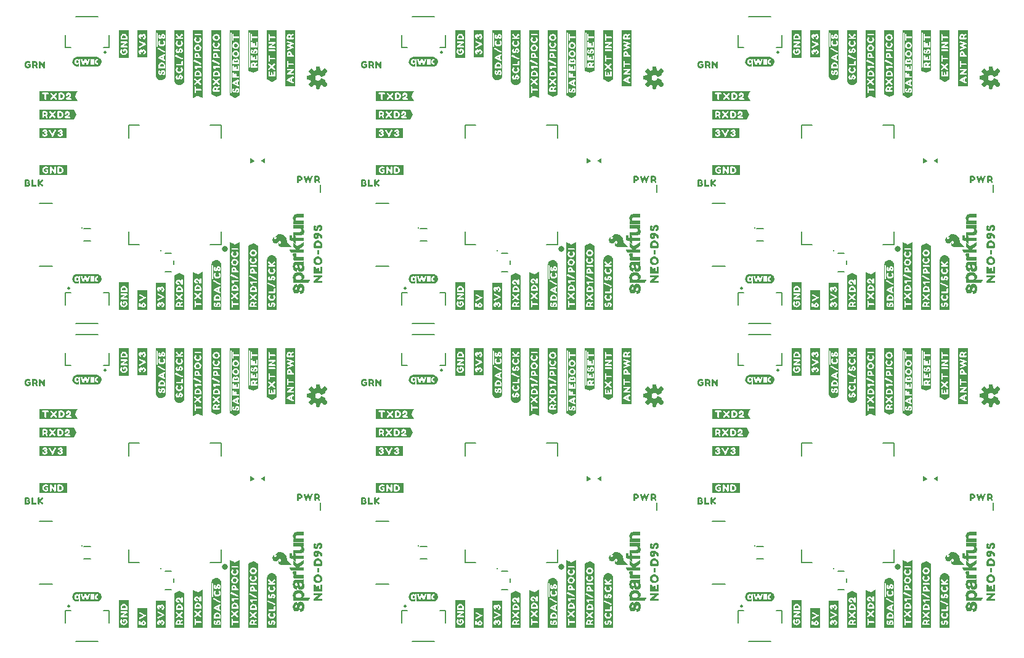
<source format=gto>
G04 EAGLE Gerber RS-274X export*
G75*
%MOMM*%
%FSLAX34Y34*%
%LPD*%
%INSilkscreen Top*%
%IPPOS*%
%AMOC8*
5,1,8,0,0,1.08239X$1,22.5*%
G01*
%ADD10C,0.203200*%
%ADD11C,0.254000*%
%ADD12C,0.300000*%
%ADD13C,0.152400*%
%ADD14C,0.177800*%
%ADD15C,0.812800*%

G36*
X298847Y23707D02*
X298847Y23707D01*
X298845Y23710D01*
X298849Y23712D01*
X298949Y24312D01*
X298946Y24317D01*
X298949Y24320D01*
X298949Y116420D01*
X298945Y116426D01*
X298948Y116430D01*
X298848Y116930D01*
X298804Y116969D01*
X298793Y116957D01*
X298778Y116964D01*
X292100Y113675D01*
X291522Y113964D01*
X285522Y116964D01*
X285464Y116953D01*
X285465Y116944D01*
X285456Y116942D01*
X285256Y116542D01*
X285259Y116526D01*
X285251Y116520D01*
X285251Y23820D01*
X285287Y23773D01*
X285290Y23775D01*
X285292Y23771D01*
X285892Y23671D01*
X285897Y23674D01*
X285900Y23671D01*
X298800Y23671D01*
X298847Y23707D01*
G37*
G36*
X761127Y460587D02*
X761127Y460587D01*
X761125Y460590D01*
X761129Y460592D01*
X761229Y461192D01*
X761226Y461197D01*
X761229Y461200D01*
X761229Y553300D01*
X761225Y553306D01*
X761228Y553310D01*
X761128Y553810D01*
X761084Y553849D01*
X761073Y553837D01*
X761058Y553844D01*
X754380Y550555D01*
X753802Y550844D01*
X747802Y553844D01*
X747744Y553833D01*
X747745Y553824D01*
X747736Y553822D01*
X747536Y553422D01*
X747539Y553406D01*
X747531Y553400D01*
X747531Y460700D01*
X747567Y460653D01*
X747570Y460655D01*
X747572Y460651D01*
X748172Y460551D01*
X748177Y460554D01*
X748180Y460551D01*
X761080Y460551D01*
X761127Y460587D01*
G37*
G36*
X1223407Y23707D02*
X1223407Y23707D01*
X1223405Y23710D01*
X1223409Y23712D01*
X1223509Y24312D01*
X1223506Y24317D01*
X1223509Y24320D01*
X1223509Y116420D01*
X1223505Y116426D01*
X1223508Y116430D01*
X1223408Y116930D01*
X1223364Y116969D01*
X1223353Y116957D01*
X1223338Y116964D01*
X1216660Y113675D01*
X1216082Y113964D01*
X1210082Y116964D01*
X1210024Y116953D01*
X1210025Y116944D01*
X1210016Y116942D01*
X1209816Y116542D01*
X1209819Y116526D01*
X1209811Y116520D01*
X1209811Y23820D01*
X1209847Y23773D01*
X1209850Y23775D01*
X1209852Y23771D01*
X1210452Y23671D01*
X1210457Y23674D01*
X1210460Y23671D01*
X1223360Y23671D01*
X1223407Y23707D01*
G37*
G36*
X1223407Y460587D02*
X1223407Y460587D01*
X1223405Y460590D01*
X1223409Y460592D01*
X1223509Y461192D01*
X1223506Y461197D01*
X1223509Y461200D01*
X1223509Y553300D01*
X1223505Y553306D01*
X1223508Y553310D01*
X1223408Y553810D01*
X1223364Y553849D01*
X1223353Y553837D01*
X1223338Y553844D01*
X1216660Y550555D01*
X1216082Y550844D01*
X1210082Y553844D01*
X1210024Y553833D01*
X1210025Y553824D01*
X1210016Y553822D01*
X1209816Y553422D01*
X1209819Y553406D01*
X1209811Y553400D01*
X1209811Y460700D01*
X1209847Y460653D01*
X1209850Y460655D01*
X1209852Y460651D01*
X1210452Y460551D01*
X1210457Y460554D01*
X1210460Y460551D01*
X1223360Y460551D01*
X1223407Y460587D01*
G37*
G36*
X298847Y460587D02*
X298847Y460587D01*
X298845Y460590D01*
X298849Y460592D01*
X298949Y461192D01*
X298946Y461197D01*
X298949Y461200D01*
X298949Y553300D01*
X298945Y553306D01*
X298948Y553310D01*
X298848Y553810D01*
X298804Y553849D01*
X298793Y553837D01*
X298778Y553844D01*
X292100Y550555D01*
X291522Y550844D01*
X285522Y553844D01*
X285464Y553833D01*
X285465Y553824D01*
X285456Y553822D01*
X285256Y553422D01*
X285259Y553406D01*
X285251Y553400D01*
X285251Y460700D01*
X285287Y460653D01*
X285290Y460655D01*
X285292Y460651D01*
X285892Y460551D01*
X285897Y460554D01*
X285900Y460551D01*
X298800Y460551D01*
X298847Y460587D01*
G37*
G36*
X761127Y23707D02*
X761127Y23707D01*
X761125Y23710D01*
X761129Y23712D01*
X761229Y24312D01*
X761226Y24317D01*
X761229Y24320D01*
X761229Y116420D01*
X761225Y116426D01*
X761228Y116430D01*
X761128Y116930D01*
X761084Y116969D01*
X761073Y116957D01*
X761058Y116964D01*
X754380Y113675D01*
X753802Y113964D01*
X747802Y116964D01*
X747744Y116953D01*
X747745Y116944D01*
X747736Y116942D01*
X747536Y116542D01*
X747539Y116526D01*
X747531Y116520D01*
X747531Y23820D01*
X747567Y23773D01*
X747570Y23775D01*
X747572Y23771D01*
X748172Y23671D01*
X748177Y23674D01*
X748180Y23671D01*
X761080Y23671D01*
X761127Y23707D01*
G37*
G36*
X234501Y751723D02*
X234501Y751723D01*
X234516Y751713D01*
X235116Y751913D01*
X235119Y751918D01*
X235122Y751916D01*
X241108Y754909D01*
X241685Y754813D01*
X247778Y751816D01*
X247816Y751823D01*
X247827Y751819D01*
X248127Y752019D01*
X248133Y752037D01*
X248141Y752042D01*
X248137Y752047D01*
X248139Y752052D01*
X248149Y752060D01*
X248149Y844760D01*
X248120Y844798D01*
X248118Y844806D01*
X247618Y845006D01*
X247605Y845002D01*
X247600Y845009D01*
X234700Y845009D01*
X234662Y844980D01*
X234654Y844978D01*
X234454Y844478D01*
X234458Y844466D01*
X234453Y844462D01*
X234451Y844460D01*
X234451Y751760D01*
X234452Y751759D01*
X234451Y751758D01*
X234454Y751755D01*
X234487Y751713D01*
X234501Y751723D01*
G37*
G36*
X1159061Y314843D02*
X1159061Y314843D01*
X1159076Y314833D01*
X1159676Y315033D01*
X1159679Y315038D01*
X1159682Y315036D01*
X1165668Y318029D01*
X1166245Y317933D01*
X1172338Y314936D01*
X1172376Y314943D01*
X1172387Y314939D01*
X1172687Y315139D01*
X1172693Y315157D01*
X1172701Y315162D01*
X1172697Y315167D01*
X1172699Y315172D01*
X1172709Y315180D01*
X1172709Y407880D01*
X1172680Y407918D01*
X1172678Y407926D01*
X1172178Y408126D01*
X1172165Y408122D01*
X1172160Y408129D01*
X1159260Y408129D01*
X1159222Y408100D01*
X1159214Y408098D01*
X1159014Y407598D01*
X1159018Y407586D01*
X1159013Y407582D01*
X1159011Y407580D01*
X1159011Y314880D01*
X1159012Y314879D01*
X1159011Y314878D01*
X1159014Y314875D01*
X1159047Y314833D01*
X1159061Y314843D01*
G37*
G36*
X696781Y314843D02*
X696781Y314843D01*
X696796Y314833D01*
X697396Y315033D01*
X697399Y315038D01*
X697402Y315036D01*
X703388Y318029D01*
X703965Y317933D01*
X710058Y314936D01*
X710096Y314943D01*
X710107Y314939D01*
X710407Y315139D01*
X710413Y315157D01*
X710421Y315162D01*
X710417Y315167D01*
X710419Y315172D01*
X710429Y315180D01*
X710429Y407880D01*
X710400Y407918D01*
X710398Y407926D01*
X709898Y408126D01*
X709885Y408122D01*
X709880Y408129D01*
X696980Y408129D01*
X696942Y408100D01*
X696934Y408098D01*
X696734Y407598D01*
X696738Y407586D01*
X696733Y407582D01*
X696731Y407580D01*
X696731Y314880D01*
X696732Y314879D01*
X696731Y314878D01*
X696734Y314875D01*
X696767Y314833D01*
X696781Y314843D01*
G37*
G36*
X696781Y751723D02*
X696781Y751723D01*
X696796Y751713D01*
X697396Y751913D01*
X697399Y751918D01*
X697402Y751916D01*
X703388Y754909D01*
X703965Y754813D01*
X710058Y751816D01*
X710096Y751823D01*
X710107Y751819D01*
X710407Y752019D01*
X710413Y752037D01*
X710421Y752042D01*
X710417Y752047D01*
X710419Y752052D01*
X710429Y752060D01*
X710429Y844760D01*
X710400Y844798D01*
X710398Y844806D01*
X709898Y845006D01*
X709885Y845002D01*
X709880Y845009D01*
X696980Y845009D01*
X696942Y844980D01*
X696934Y844978D01*
X696734Y844478D01*
X696738Y844466D01*
X696733Y844462D01*
X696731Y844460D01*
X696731Y751760D01*
X696732Y751759D01*
X696731Y751758D01*
X696734Y751755D01*
X696767Y751713D01*
X696781Y751723D01*
G37*
G36*
X234501Y314843D02*
X234501Y314843D01*
X234516Y314833D01*
X235116Y315033D01*
X235119Y315038D01*
X235122Y315036D01*
X241108Y318029D01*
X241685Y317933D01*
X247778Y314936D01*
X247816Y314943D01*
X247827Y314939D01*
X248127Y315139D01*
X248133Y315157D01*
X248141Y315162D01*
X248137Y315167D01*
X248139Y315172D01*
X248149Y315180D01*
X248149Y407880D01*
X248120Y407918D01*
X248118Y407926D01*
X247618Y408126D01*
X247605Y408122D01*
X247600Y408129D01*
X234700Y408129D01*
X234662Y408100D01*
X234654Y408098D01*
X234454Y407598D01*
X234458Y407586D01*
X234453Y407582D01*
X234451Y407580D01*
X234451Y314880D01*
X234452Y314879D01*
X234451Y314878D01*
X234454Y314875D01*
X234487Y314833D01*
X234501Y314843D01*
G37*
G36*
X1159061Y751723D02*
X1159061Y751723D01*
X1159076Y751713D01*
X1159676Y751913D01*
X1159679Y751918D01*
X1159682Y751916D01*
X1165668Y754909D01*
X1166245Y754813D01*
X1172338Y751816D01*
X1172376Y751823D01*
X1172387Y751819D01*
X1172687Y752019D01*
X1172693Y752037D01*
X1172701Y752042D01*
X1172697Y752047D01*
X1172699Y752052D01*
X1172709Y752060D01*
X1172709Y844760D01*
X1172680Y844798D01*
X1172678Y844806D01*
X1172178Y845006D01*
X1172165Y845002D01*
X1172160Y845009D01*
X1159260Y845009D01*
X1159222Y844980D01*
X1159214Y844978D01*
X1159014Y844478D01*
X1159018Y844466D01*
X1159013Y844462D01*
X1159011Y844460D01*
X1159011Y751760D01*
X1159012Y751759D01*
X1159011Y751758D01*
X1159014Y751755D01*
X1159047Y751713D01*
X1159061Y751723D01*
G37*
G36*
X1216972Y314942D02*
X1216972Y314942D01*
X1216983Y314936D01*
X1222983Y318036D01*
X1222986Y318043D01*
X1222991Y318042D01*
X1223491Y318442D01*
X1223495Y318457D01*
X1223503Y318463D01*
X1223498Y318470D01*
X1223498Y318472D01*
X1223509Y318480D01*
X1223509Y407880D01*
X1223484Y407913D01*
X1223482Y407924D01*
X1223082Y408124D01*
X1223066Y408121D01*
X1223060Y408129D01*
X1210160Y408129D01*
X1210134Y408110D01*
X1210121Y408110D01*
X1209821Y407710D01*
X1209821Y407688D01*
X1209813Y407682D01*
X1209811Y407680D01*
X1209811Y318580D01*
X1209825Y318562D01*
X1209822Y318549D01*
X1210222Y318049D01*
X1210236Y318046D01*
X1210238Y318036D01*
X1216238Y315036D01*
X1216249Y315038D01*
X1216253Y315031D01*
X1216953Y314931D01*
X1216972Y314942D01*
G37*
G36*
X754692Y751822D02*
X754692Y751822D01*
X754703Y751816D01*
X760703Y754916D01*
X760706Y754923D01*
X760711Y754922D01*
X761211Y755322D01*
X761215Y755337D01*
X761223Y755343D01*
X761218Y755350D01*
X761218Y755352D01*
X761229Y755360D01*
X761229Y844760D01*
X761204Y844793D01*
X761202Y844804D01*
X760802Y845004D01*
X760786Y845001D01*
X760780Y845009D01*
X747880Y845009D01*
X747854Y844990D01*
X747841Y844990D01*
X747541Y844590D01*
X747541Y844568D01*
X747533Y844562D01*
X747531Y844560D01*
X747531Y755460D01*
X747545Y755442D01*
X747542Y755429D01*
X747942Y754929D01*
X747956Y754926D01*
X747958Y754916D01*
X753958Y751916D01*
X753969Y751918D01*
X753973Y751911D01*
X754673Y751811D01*
X754692Y751822D01*
G37*
G36*
X1216972Y751822D02*
X1216972Y751822D01*
X1216983Y751816D01*
X1222983Y754916D01*
X1222986Y754923D01*
X1222991Y754922D01*
X1223491Y755322D01*
X1223495Y755337D01*
X1223503Y755343D01*
X1223498Y755350D01*
X1223498Y755352D01*
X1223509Y755360D01*
X1223509Y844760D01*
X1223484Y844793D01*
X1223482Y844804D01*
X1223082Y845004D01*
X1223066Y845001D01*
X1223060Y845009D01*
X1210160Y845009D01*
X1210134Y844990D01*
X1210121Y844990D01*
X1209821Y844590D01*
X1209821Y844568D01*
X1209813Y844562D01*
X1209811Y844560D01*
X1209811Y755460D01*
X1209825Y755442D01*
X1209822Y755429D01*
X1210222Y754929D01*
X1210236Y754926D01*
X1210238Y754916D01*
X1216238Y751916D01*
X1216249Y751918D01*
X1216253Y751911D01*
X1216953Y751811D01*
X1216972Y751822D01*
G37*
G36*
X292412Y751822D02*
X292412Y751822D01*
X292423Y751816D01*
X298423Y754916D01*
X298426Y754923D01*
X298431Y754922D01*
X298931Y755322D01*
X298935Y755337D01*
X298943Y755343D01*
X298938Y755350D01*
X298938Y755352D01*
X298949Y755360D01*
X298949Y844760D01*
X298924Y844793D01*
X298922Y844804D01*
X298522Y845004D01*
X298506Y845001D01*
X298500Y845009D01*
X285600Y845009D01*
X285574Y844990D01*
X285561Y844990D01*
X285261Y844590D01*
X285261Y844568D01*
X285253Y844562D01*
X285251Y844560D01*
X285251Y755460D01*
X285265Y755442D01*
X285262Y755429D01*
X285662Y754929D01*
X285676Y754926D01*
X285678Y754916D01*
X291678Y751916D01*
X291689Y751918D01*
X291693Y751911D01*
X292393Y751811D01*
X292412Y751822D01*
G37*
G36*
X292412Y314942D02*
X292412Y314942D01*
X292423Y314936D01*
X298423Y318036D01*
X298426Y318043D01*
X298431Y318042D01*
X298931Y318442D01*
X298935Y318457D01*
X298943Y318463D01*
X298938Y318470D01*
X298938Y318472D01*
X298949Y318480D01*
X298949Y407880D01*
X298924Y407913D01*
X298922Y407924D01*
X298522Y408124D01*
X298506Y408121D01*
X298500Y408129D01*
X285600Y408129D01*
X285574Y408110D01*
X285561Y408110D01*
X285261Y407710D01*
X285261Y407688D01*
X285253Y407682D01*
X285251Y407680D01*
X285251Y318580D01*
X285265Y318562D01*
X285262Y318549D01*
X285662Y318049D01*
X285676Y318046D01*
X285678Y318036D01*
X291678Y315036D01*
X291689Y315038D01*
X291693Y315031D01*
X292393Y314931D01*
X292412Y314942D01*
G37*
G36*
X754692Y314942D02*
X754692Y314942D01*
X754703Y314936D01*
X760703Y318036D01*
X760706Y318043D01*
X760711Y318042D01*
X761211Y318442D01*
X761215Y318457D01*
X761223Y318463D01*
X761218Y318470D01*
X761218Y318472D01*
X761229Y318480D01*
X761229Y407880D01*
X761204Y407913D01*
X761202Y407924D01*
X760802Y408124D01*
X760786Y408121D01*
X760780Y408129D01*
X747880Y408129D01*
X747854Y408110D01*
X747841Y408110D01*
X747541Y407710D01*
X747541Y407688D01*
X747533Y407682D01*
X747531Y407680D01*
X747531Y318580D01*
X747545Y318562D01*
X747542Y318549D01*
X747942Y318049D01*
X747956Y318046D01*
X747958Y318036D01*
X753958Y315036D01*
X753969Y315038D01*
X753973Y315031D01*
X754673Y314931D01*
X754692Y314942D01*
G37*
G36*
X324347Y23707D02*
X324347Y23707D01*
X324342Y23714D01*
X324349Y23720D01*
X324349Y111720D01*
X324333Y111741D01*
X324335Y111755D01*
X323935Y112155D01*
X323924Y112156D01*
X323922Y112164D01*
X317822Y115264D01*
X317806Y115261D01*
X317800Y115269D01*
X317200Y115269D01*
X317187Y115260D01*
X317178Y115264D01*
X311078Y112264D01*
X311071Y112251D01*
X311062Y112251D01*
X310662Y111751D01*
X310661Y111744D01*
X310660Y111743D01*
X310661Y111742D01*
X310661Y111728D01*
X310651Y111720D01*
X310651Y23720D01*
X310687Y23673D01*
X310694Y23678D01*
X310700Y23671D01*
X324300Y23671D01*
X324347Y23707D01*
G37*
G36*
X1248907Y460587D02*
X1248907Y460587D01*
X1248902Y460594D01*
X1248909Y460600D01*
X1248909Y548600D01*
X1248893Y548621D01*
X1248895Y548635D01*
X1248495Y549035D01*
X1248484Y549036D01*
X1248482Y549044D01*
X1242382Y552144D01*
X1242366Y552141D01*
X1242360Y552149D01*
X1241760Y552149D01*
X1241747Y552140D01*
X1241738Y552144D01*
X1235638Y549144D01*
X1235631Y549131D01*
X1235622Y549131D01*
X1235222Y548631D01*
X1235221Y548624D01*
X1235220Y548623D01*
X1235221Y548622D01*
X1235221Y548608D01*
X1235211Y548600D01*
X1235211Y460600D01*
X1235247Y460553D01*
X1235254Y460558D01*
X1235260Y460551D01*
X1248860Y460551D01*
X1248907Y460587D01*
G37*
G36*
X324347Y460587D02*
X324347Y460587D01*
X324342Y460594D01*
X324349Y460600D01*
X324349Y548600D01*
X324333Y548621D01*
X324335Y548635D01*
X323935Y549035D01*
X323924Y549036D01*
X323922Y549044D01*
X317822Y552144D01*
X317806Y552141D01*
X317800Y552149D01*
X317200Y552149D01*
X317187Y552140D01*
X317178Y552144D01*
X311078Y549144D01*
X311071Y549131D01*
X311062Y549131D01*
X310662Y548631D01*
X310661Y548624D01*
X310660Y548623D01*
X310661Y548622D01*
X310661Y548608D01*
X310651Y548600D01*
X310651Y460600D01*
X310687Y460553D01*
X310694Y460558D01*
X310700Y460551D01*
X324300Y460551D01*
X324347Y460587D01*
G37*
G36*
X1248907Y23707D02*
X1248907Y23707D01*
X1248902Y23714D01*
X1248909Y23720D01*
X1248909Y111720D01*
X1248893Y111741D01*
X1248895Y111755D01*
X1248495Y112155D01*
X1248484Y112156D01*
X1248482Y112164D01*
X1242382Y115264D01*
X1242366Y115261D01*
X1242360Y115269D01*
X1241760Y115269D01*
X1241747Y115260D01*
X1241738Y115264D01*
X1235638Y112264D01*
X1235631Y112251D01*
X1235622Y112251D01*
X1235222Y111751D01*
X1235221Y111744D01*
X1235220Y111743D01*
X1235221Y111742D01*
X1235221Y111728D01*
X1235211Y111720D01*
X1235211Y23720D01*
X1235247Y23673D01*
X1235254Y23678D01*
X1235260Y23671D01*
X1248860Y23671D01*
X1248907Y23707D01*
G37*
G36*
X786627Y23707D02*
X786627Y23707D01*
X786622Y23714D01*
X786629Y23720D01*
X786629Y111720D01*
X786613Y111741D01*
X786615Y111755D01*
X786215Y112155D01*
X786204Y112156D01*
X786202Y112164D01*
X780102Y115264D01*
X780086Y115261D01*
X780080Y115269D01*
X779480Y115269D01*
X779467Y115260D01*
X779458Y115264D01*
X773358Y112264D01*
X773351Y112251D01*
X773342Y112251D01*
X772942Y111751D01*
X772941Y111744D01*
X772940Y111743D01*
X772941Y111742D01*
X772941Y111728D01*
X772931Y111720D01*
X772931Y23720D01*
X772967Y23673D01*
X772974Y23678D01*
X772980Y23671D01*
X786580Y23671D01*
X786627Y23707D01*
G37*
G36*
X786627Y460587D02*
X786627Y460587D01*
X786622Y460594D01*
X786629Y460600D01*
X786629Y548600D01*
X786613Y548621D01*
X786615Y548635D01*
X786215Y549035D01*
X786204Y549036D01*
X786202Y549044D01*
X780102Y552144D01*
X780086Y552141D01*
X780080Y552149D01*
X779480Y552149D01*
X779467Y552140D01*
X779458Y552144D01*
X773358Y549144D01*
X773351Y549131D01*
X773342Y549131D01*
X772942Y548631D01*
X772941Y548624D01*
X772940Y548623D01*
X772941Y548622D01*
X772941Y548608D01*
X772931Y548600D01*
X772931Y460600D01*
X772967Y460553D01*
X772974Y460558D01*
X772980Y460551D01*
X786580Y460551D01*
X786627Y460587D01*
G37*
G36*
X267216Y753513D02*
X267216Y753513D01*
X267218Y753517D01*
X267222Y753516D01*
X273322Y756516D01*
X273332Y756536D01*
X273340Y756542D01*
X273347Y756544D01*
X273547Y757144D01*
X273543Y757155D01*
X273549Y757160D01*
X273549Y844560D01*
X273540Y844573D01*
X273544Y844582D01*
X273344Y844982D01*
X273307Y845001D01*
X273300Y845009D01*
X260400Y845009D01*
X260389Y845001D01*
X260382Y845006D01*
X259882Y844806D01*
X259857Y844765D01*
X259851Y844760D01*
X259851Y760160D01*
X259852Y760158D01*
X259851Y760156D01*
X259857Y760152D01*
X259887Y760113D01*
X259902Y760124D01*
X259911Y760118D01*
X259881Y760105D01*
X259868Y760083D01*
X259853Y760071D01*
X259857Y760065D01*
X259851Y760060D01*
X259851Y756760D01*
X259876Y756727D01*
X259878Y756716D01*
X266578Y753316D01*
X266604Y753321D01*
X266616Y753313D01*
X267216Y753513D01*
G37*
G36*
X1191776Y316633D02*
X1191776Y316633D01*
X1191778Y316637D01*
X1191782Y316636D01*
X1197882Y319636D01*
X1197892Y319656D01*
X1197900Y319662D01*
X1197907Y319664D01*
X1198107Y320264D01*
X1198103Y320275D01*
X1198109Y320280D01*
X1198109Y407680D01*
X1198100Y407693D01*
X1198104Y407702D01*
X1197904Y408102D01*
X1197867Y408121D01*
X1197860Y408129D01*
X1184960Y408129D01*
X1184949Y408121D01*
X1184942Y408126D01*
X1184442Y407926D01*
X1184417Y407885D01*
X1184411Y407880D01*
X1184411Y323280D01*
X1184412Y323278D01*
X1184411Y323276D01*
X1184417Y323272D01*
X1184447Y323233D01*
X1184462Y323244D01*
X1184471Y323238D01*
X1184441Y323225D01*
X1184428Y323203D01*
X1184413Y323191D01*
X1184417Y323185D01*
X1184411Y323180D01*
X1184411Y319880D01*
X1184436Y319847D01*
X1184438Y319836D01*
X1191138Y316436D01*
X1191164Y316441D01*
X1191176Y316433D01*
X1191776Y316633D01*
G37*
G36*
X1191776Y753513D02*
X1191776Y753513D01*
X1191778Y753517D01*
X1191782Y753516D01*
X1197882Y756516D01*
X1197892Y756536D01*
X1197900Y756542D01*
X1197907Y756544D01*
X1198107Y757144D01*
X1198103Y757155D01*
X1198109Y757160D01*
X1198109Y844560D01*
X1198100Y844573D01*
X1198104Y844582D01*
X1197904Y844982D01*
X1197867Y845001D01*
X1197860Y845009D01*
X1184960Y845009D01*
X1184949Y845001D01*
X1184942Y845006D01*
X1184442Y844806D01*
X1184417Y844765D01*
X1184411Y844760D01*
X1184411Y760160D01*
X1184412Y760158D01*
X1184411Y760156D01*
X1184417Y760152D01*
X1184447Y760113D01*
X1184462Y760124D01*
X1184471Y760118D01*
X1184441Y760105D01*
X1184428Y760083D01*
X1184413Y760071D01*
X1184417Y760065D01*
X1184411Y760060D01*
X1184411Y756760D01*
X1184436Y756727D01*
X1184438Y756716D01*
X1191138Y753316D01*
X1191164Y753321D01*
X1191176Y753313D01*
X1191776Y753513D01*
G37*
G36*
X729496Y316633D02*
X729496Y316633D01*
X729498Y316637D01*
X729502Y316636D01*
X735602Y319636D01*
X735612Y319656D01*
X735620Y319662D01*
X735627Y319664D01*
X735827Y320264D01*
X735823Y320275D01*
X735829Y320280D01*
X735829Y407680D01*
X735820Y407693D01*
X735824Y407702D01*
X735624Y408102D01*
X735587Y408121D01*
X735580Y408129D01*
X722680Y408129D01*
X722669Y408121D01*
X722662Y408126D01*
X722162Y407926D01*
X722137Y407885D01*
X722131Y407880D01*
X722131Y323280D01*
X722132Y323278D01*
X722131Y323276D01*
X722137Y323272D01*
X722167Y323233D01*
X722182Y323244D01*
X722191Y323238D01*
X722161Y323225D01*
X722148Y323203D01*
X722133Y323191D01*
X722137Y323185D01*
X722131Y323180D01*
X722131Y319880D01*
X722156Y319847D01*
X722158Y319836D01*
X728858Y316436D01*
X728884Y316441D01*
X728896Y316433D01*
X729496Y316633D01*
G37*
G36*
X267216Y316633D02*
X267216Y316633D01*
X267218Y316637D01*
X267222Y316636D01*
X273322Y319636D01*
X273332Y319656D01*
X273340Y319662D01*
X273347Y319664D01*
X273547Y320264D01*
X273543Y320275D01*
X273549Y320280D01*
X273549Y407680D01*
X273540Y407693D01*
X273544Y407702D01*
X273344Y408102D01*
X273307Y408121D01*
X273300Y408129D01*
X260400Y408129D01*
X260389Y408121D01*
X260382Y408126D01*
X259882Y407926D01*
X259857Y407885D01*
X259851Y407880D01*
X259851Y323280D01*
X259852Y323278D01*
X259851Y323276D01*
X259857Y323272D01*
X259887Y323233D01*
X259902Y323244D01*
X259911Y323238D01*
X259881Y323225D01*
X259868Y323203D01*
X259853Y323191D01*
X259857Y323185D01*
X259851Y323180D01*
X259851Y319880D01*
X259876Y319847D01*
X259878Y319836D01*
X266578Y316436D01*
X266604Y316441D01*
X266616Y316433D01*
X267216Y316633D01*
G37*
G36*
X729496Y753513D02*
X729496Y753513D01*
X729498Y753517D01*
X729502Y753516D01*
X735602Y756516D01*
X735612Y756536D01*
X735620Y756542D01*
X735627Y756544D01*
X735827Y757144D01*
X735823Y757155D01*
X735829Y757160D01*
X735829Y844560D01*
X735820Y844573D01*
X735824Y844582D01*
X735624Y844982D01*
X735587Y845001D01*
X735580Y845009D01*
X722680Y845009D01*
X722669Y845001D01*
X722662Y845006D01*
X722162Y844806D01*
X722137Y844765D01*
X722131Y844760D01*
X722131Y760160D01*
X722132Y760158D01*
X722131Y760156D01*
X722137Y760152D01*
X722167Y760113D01*
X722182Y760124D01*
X722191Y760118D01*
X722161Y760105D01*
X722148Y760083D01*
X722133Y760071D01*
X722137Y760065D01*
X722131Y760060D01*
X722131Y756760D01*
X722156Y756727D01*
X722158Y756716D01*
X728858Y753316D01*
X728884Y753321D01*
X728896Y753313D01*
X729496Y753513D01*
G37*
G36*
X836988Y768217D02*
X836988Y768217D01*
X836997Y768214D01*
X837000Y768223D01*
X837010Y768221D01*
X837410Y768521D01*
X837414Y768537D01*
X837421Y768542D01*
X837417Y768548D01*
X837419Y768552D01*
X837429Y768560D01*
X837429Y844460D01*
X837421Y844471D01*
X837426Y844478D01*
X837226Y844978D01*
X837185Y845003D01*
X837180Y845009D01*
X824280Y845009D01*
X824274Y845005D01*
X824270Y845008D01*
X823770Y844908D01*
X823731Y844864D01*
X823733Y844862D01*
X823731Y844860D01*
X823731Y768660D01*
X823744Y768642D01*
X823741Y768630D01*
X824041Y768230D01*
X824072Y768222D01*
X824080Y768211D01*
X836980Y768211D01*
X836988Y768217D01*
G37*
G36*
X374708Y768217D02*
X374708Y768217D01*
X374717Y768214D01*
X374720Y768223D01*
X374730Y768221D01*
X375130Y768521D01*
X375134Y768537D01*
X375141Y768542D01*
X375137Y768548D01*
X375139Y768552D01*
X375149Y768560D01*
X375149Y844460D01*
X375141Y844471D01*
X375146Y844478D01*
X374946Y844978D01*
X374905Y845003D01*
X374900Y845009D01*
X362000Y845009D01*
X361994Y845005D01*
X361990Y845008D01*
X361490Y844908D01*
X361451Y844864D01*
X361453Y844862D01*
X361451Y844860D01*
X361451Y768660D01*
X361464Y768642D01*
X361461Y768630D01*
X361761Y768230D01*
X361792Y768222D01*
X361800Y768211D01*
X374700Y768211D01*
X374708Y768217D01*
G37*
G36*
X1299268Y768217D02*
X1299268Y768217D01*
X1299277Y768214D01*
X1299280Y768223D01*
X1299290Y768221D01*
X1299690Y768521D01*
X1299694Y768537D01*
X1299701Y768542D01*
X1299697Y768548D01*
X1299699Y768552D01*
X1299709Y768560D01*
X1299709Y844460D01*
X1299701Y844471D01*
X1299706Y844478D01*
X1299506Y844978D01*
X1299465Y845003D01*
X1299460Y845009D01*
X1286560Y845009D01*
X1286554Y845005D01*
X1286550Y845008D01*
X1286050Y844908D01*
X1286011Y844864D01*
X1286013Y844862D01*
X1286011Y844860D01*
X1286011Y768660D01*
X1286024Y768642D01*
X1286021Y768630D01*
X1286321Y768230D01*
X1286352Y768222D01*
X1286360Y768211D01*
X1299260Y768211D01*
X1299268Y768217D01*
G37*
G36*
X836988Y331337D02*
X836988Y331337D01*
X836997Y331334D01*
X837000Y331343D01*
X837010Y331341D01*
X837410Y331641D01*
X837414Y331657D01*
X837421Y331662D01*
X837417Y331668D01*
X837419Y331672D01*
X837429Y331680D01*
X837429Y407580D01*
X837421Y407591D01*
X837426Y407598D01*
X837226Y408098D01*
X837185Y408123D01*
X837180Y408129D01*
X824280Y408129D01*
X824274Y408125D01*
X824270Y408128D01*
X823770Y408028D01*
X823731Y407984D01*
X823733Y407982D01*
X823731Y407980D01*
X823731Y331780D01*
X823744Y331762D01*
X823741Y331750D01*
X824041Y331350D01*
X824072Y331342D01*
X824080Y331331D01*
X836980Y331331D01*
X836988Y331337D01*
G37*
G36*
X1299268Y331337D02*
X1299268Y331337D01*
X1299277Y331334D01*
X1299280Y331343D01*
X1299290Y331341D01*
X1299690Y331641D01*
X1299694Y331657D01*
X1299701Y331662D01*
X1299697Y331668D01*
X1299699Y331672D01*
X1299709Y331680D01*
X1299709Y407580D01*
X1299701Y407591D01*
X1299706Y407598D01*
X1299506Y408098D01*
X1299465Y408123D01*
X1299460Y408129D01*
X1286560Y408129D01*
X1286554Y408125D01*
X1286550Y408128D01*
X1286050Y408028D01*
X1286011Y407984D01*
X1286013Y407982D01*
X1286011Y407980D01*
X1286011Y331780D01*
X1286024Y331762D01*
X1286021Y331750D01*
X1286321Y331350D01*
X1286352Y331342D01*
X1286360Y331331D01*
X1299260Y331331D01*
X1299268Y331337D01*
G37*
G36*
X374708Y331337D02*
X374708Y331337D01*
X374717Y331334D01*
X374720Y331343D01*
X374730Y331341D01*
X375130Y331641D01*
X375134Y331657D01*
X375141Y331662D01*
X375137Y331668D01*
X375139Y331672D01*
X375149Y331680D01*
X375149Y407580D01*
X375141Y407591D01*
X375146Y407598D01*
X374946Y408098D01*
X374905Y408123D01*
X374900Y408129D01*
X362000Y408129D01*
X361994Y408125D01*
X361990Y408128D01*
X361490Y408028D01*
X361451Y407984D01*
X361453Y407982D01*
X361451Y407980D01*
X361451Y331780D01*
X361464Y331762D01*
X361461Y331750D01*
X361761Y331350D01*
X361792Y331342D01*
X361800Y331331D01*
X374700Y331331D01*
X374708Y331337D01*
G37*
G36*
X678485Y769814D02*
X678485Y769814D01*
X678488Y769811D01*
X679088Y769911D01*
X679787Y770011D01*
X679792Y770016D01*
X679796Y770013D01*
X680395Y770213D01*
X681094Y770413D01*
X681100Y770422D01*
X681107Y770419D01*
X681706Y770818D01*
X682205Y771118D01*
X682207Y771123D01*
X682212Y771122D01*
X682812Y771622D01*
X682812Y771626D01*
X682815Y771625D01*
X683215Y772025D01*
X683215Y772029D01*
X683218Y772028D01*
X683718Y772628D01*
X683718Y772634D01*
X683722Y772635D01*
X684022Y773134D01*
X684421Y773733D01*
X684421Y773737D01*
X684421Y773738D01*
X684420Y773744D01*
X684427Y773746D01*
X684627Y774445D01*
X684827Y775044D01*
X684825Y775051D01*
X684829Y775053D01*
X685029Y776453D01*
X685026Y776458D01*
X685029Y776460D01*
X685029Y844860D01*
X684993Y844907D01*
X684990Y844905D01*
X684988Y844909D01*
X684388Y845009D01*
X684383Y845006D01*
X684380Y845009D01*
X671480Y845009D01*
X671433Y844973D01*
X671435Y844970D01*
X671431Y844968D01*
X671331Y844368D01*
X671334Y844363D01*
X671331Y844360D01*
X671331Y776560D01*
X671334Y776556D01*
X671331Y776553D01*
X671431Y775853D01*
X671432Y775852D01*
X671431Y775852D01*
X671531Y775252D01*
X671631Y774553D01*
X671639Y774545D01*
X671636Y774538D01*
X672536Y772738D01*
X672546Y772733D01*
X672545Y772725D01*
X673043Y772227D01*
X673442Y771729D01*
X673446Y771728D01*
X673445Y771725D01*
X673945Y771225D01*
X673952Y771224D01*
X673953Y771219D01*
X674553Y770819D01*
X674557Y770819D01*
X674558Y770816D01*
X675758Y770216D01*
X675763Y770217D01*
X675764Y770213D01*
X676364Y770013D01*
X676371Y770015D01*
X676373Y770011D01*
X677773Y769811D01*
X677778Y769814D01*
X677780Y769811D01*
X678480Y769811D01*
X678485Y769814D01*
G37*
G36*
X1140765Y769814D02*
X1140765Y769814D01*
X1140768Y769811D01*
X1141368Y769911D01*
X1142067Y770011D01*
X1142072Y770016D01*
X1142076Y770013D01*
X1142675Y770213D01*
X1143374Y770413D01*
X1143380Y770422D01*
X1143387Y770419D01*
X1143986Y770818D01*
X1144485Y771118D01*
X1144487Y771123D01*
X1144492Y771122D01*
X1145092Y771622D01*
X1145092Y771626D01*
X1145095Y771625D01*
X1145495Y772025D01*
X1145495Y772029D01*
X1145498Y772028D01*
X1145998Y772628D01*
X1145998Y772634D01*
X1146002Y772635D01*
X1146302Y773134D01*
X1146701Y773733D01*
X1146701Y773737D01*
X1146701Y773738D01*
X1146700Y773744D01*
X1146707Y773746D01*
X1146907Y774445D01*
X1147107Y775044D01*
X1147105Y775051D01*
X1147109Y775053D01*
X1147309Y776453D01*
X1147306Y776458D01*
X1147309Y776460D01*
X1147309Y844860D01*
X1147273Y844907D01*
X1147270Y844905D01*
X1147268Y844909D01*
X1146668Y845009D01*
X1146663Y845006D01*
X1146660Y845009D01*
X1133760Y845009D01*
X1133713Y844973D01*
X1133715Y844970D01*
X1133711Y844968D01*
X1133611Y844368D01*
X1133614Y844363D01*
X1133611Y844360D01*
X1133611Y776560D01*
X1133614Y776556D01*
X1133611Y776553D01*
X1133711Y775853D01*
X1133712Y775852D01*
X1133711Y775852D01*
X1133811Y775252D01*
X1133911Y774553D01*
X1133919Y774545D01*
X1133916Y774538D01*
X1134816Y772738D01*
X1134826Y772733D01*
X1134825Y772725D01*
X1135323Y772227D01*
X1135722Y771729D01*
X1135726Y771728D01*
X1135725Y771725D01*
X1136225Y771225D01*
X1136232Y771224D01*
X1136233Y771219D01*
X1136833Y770819D01*
X1136837Y770819D01*
X1136838Y770816D01*
X1138038Y770216D01*
X1138043Y770217D01*
X1138044Y770213D01*
X1138644Y770013D01*
X1138651Y770015D01*
X1138653Y770011D01*
X1140053Y769811D01*
X1140058Y769814D01*
X1140060Y769811D01*
X1140760Y769811D01*
X1140765Y769814D01*
G37*
G36*
X1140765Y332934D02*
X1140765Y332934D01*
X1140768Y332931D01*
X1141368Y333031D01*
X1142067Y333131D01*
X1142072Y333136D01*
X1142076Y333133D01*
X1142675Y333333D01*
X1143374Y333533D01*
X1143380Y333542D01*
X1143387Y333539D01*
X1143986Y333938D01*
X1144485Y334238D01*
X1144487Y334243D01*
X1144492Y334242D01*
X1145092Y334742D01*
X1145092Y334746D01*
X1145095Y334745D01*
X1145495Y335145D01*
X1145495Y335149D01*
X1145498Y335148D01*
X1145998Y335748D01*
X1145998Y335754D01*
X1146002Y335755D01*
X1146302Y336254D01*
X1146701Y336853D01*
X1146701Y336857D01*
X1146701Y336858D01*
X1146700Y336864D01*
X1146707Y336866D01*
X1146907Y337565D01*
X1147107Y338164D01*
X1147105Y338171D01*
X1147109Y338173D01*
X1147309Y339573D01*
X1147306Y339578D01*
X1147309Y339580D01*
X1147309Y407980D01*
X1147273Y408027D01*
X1147270Y408025D01*
X1147268Y408029D01*
X1146668Y408129D01*
X1146663Y408126D01*
X1146660Y408129D01*
X1133760Y408129D01*
X1133713Y408093D01*
X1133715Y408090D01*
X1133711Y408088D01*
X1133611Y407488D01*
X1133614Y407483D01*
X1133611Y407480D01*
X1133611Y339680D01*
X1133614Y339676D01*
X1133611Y339673D01*
X1133711Y338973D01*
X1133712Y338972D01*
X1133711Y338972D01*
X1133811Y338372D01*
X1133911Y337673D01*
X1133919Y337665D01*
X1133916Y337658D01*
X1134816Y335858D01*
X1134826Y335853D01*
X1134825Y335845D01*
X1135323Y335347D01*
X1135722Y334849D01*
X1135726Y334848D01*
X1135725Y334845D01*
X1136225Y334345D01*
X1136232Y334344D01*
X1136233Y334339D01*
X1136833Y333939D01*
X1136837Y333939D01*
X1136838Y333936D01*
X1138038Y333336D01*
X1138043Y333337D01*
X1138044Y333333D01*
X1138644Y333133D01*
X1138651Y333135D01*
X1138653Y333131D01*
X1140053Y332931D01*
X1140058Y332934D01*
X1140060Y332931D01*
X1140760Y332931D01*
X1140765Y332934D01*
G37*
G36*
X216205Y332934D02*
X216205Y332934D01*
X216208Y332931D01*
X216808Y333031D01*
X217507Y333131D01*
X217512Y333136D01*
X217516Y333133D01*
X218115Y333333D01*
X218814Y333533D01*
X218820Y333542D01*
X218827Y333539D01*
X219426Y333938D01*
X219925Y334238D01*
X219927Y334243D01*
X219932Y334242D01*
X220532Y334742D01*
X220532Y334746D01*
X220535Y334745D01*
X220935Y335145D01*
X220935Y335149D01*
X220938Y335148D01*
X221438Y335748D01*
X221438Y335754D01*
X221442Y335755D01*
X221742Y336254D01*
X222141Y336853D01*
X222141Y336857D01*
X222141Y336858D01*
X222140Y336864D01*
X222147Y336866D01*
X222347Y337565D01*
X222547Y338164D01*
X222545Y338171D01*
X222549Y338173D01*
X222749Y339573D01*
X222746Y339578D01*
X222749Y339580D01*
X222749Y407980D01*
X222713Y408027D01*
X222710Y408025D01*
X222708Y408029D01*
X222108Y408129D01*
X222103Y408126D01*
X222100Y408129D01*
X209200Y408129D01*
X209153Y408093D01*
X209155Y408090D01*
X209151Y408088D01*
X209051Y407488D01*
X209054Y407483D01*
X209051Y407480D01*
X209051Y339680D01*
X209054Y339676D01*
X209051Y339673D01*
X209151Y338973D01*
X209152Y338972D01*
X209151Y338972D01*
X209251Y338372D01*
X209351Y337673D01*
X209359Y337665D01*
X209356Y337658D01*
X210256Y335858D01*
X210266Y335853D01*
X210265Y335845D01*
X210763Y335347D01*
X211162Y334849D01*
X211166Y334848D01*
X211165Y334845D01*
X211665Y334345D01*
X211672Y334344D01*
X211673Y334339D01*
X212273Y333939D01*
X212277Y333939D01*
X212278Y333936D01*
X213478Y333336D01*
X213483Y333337D01*
X213484Y333333D01*
X214084Y333133D01*
X214091Y333135D01*
X214093Y333131D01*
X215493Y332931D01*
X215498Y332934D01*
X215500Y332931D01*
X216200Y332931D01*
X216205Y332934D01*
G37*
G36*
X678485Y332934D02*
X678485Y332934D01*
X678488Y332931D01*
X679088Y333031D01*
X679787Y333131D01*
X679792Y333136D01*
X679796Y333133D01*
X680395Y333333D01*
X681094Y333533D01*
X681100Y333542D01*
X681107Y333539D01*
X681706Y333938D01*
X682205Y334238D01*
X682207Y334243D01*
X682212Y334242D01*
X682812Y334742D01*
X682812Y334746D01*
X682815Y334745D01*
X683215Y335145D01*
X683215Y335149D01*
X683218Y335148D01*
X683718Y335748D01*
X683718Y335754D01*
X683722Y335755D01*
X684022Y336254D01*
X684421Y336853D01*
X684421Y336857D01*
X684421Y336858D01*
X684420Y336864D01*
X684427Y336866D01*
X684627Y337565D01*
X684827Y338164D01*
X684825Y338171D01*
X684829Y338173D01*
X685029Y339573D01*
X685026Y339578D01*
X685029Y339580D01*
X685029Y407980D01*
X684993Y408027D01*
X684990Y408025D01*
X684988Y408029D01*
X684388Y408129D01*
X684383Y408126D01*
X684380Y408129D01*
X671480Y408129D01*
X671433Y408093D01*
X671435Y408090D01*
X671431Y408088D01*
X671331Y407488D01*
X671334Y407483D01*
X671331Y407480D01*
X671331Y339680D01*
X671334Y339676D01*
X671331Y339673D01*
X671431Y338973D01*
X671432Y338972D01*
X671431Y338972D01*
X671531Y338372D01*
X671631Y337673D01*
X671639Y337665D01*
X671636Y337658D01*
X672536Y335858D01*
X672546Y335853D01*
X672545Y335845D01*
X673043Y335347D01*
X673442Y334849D01*
X673446Y334848D01*
X673445Y334845D01*
X673945Y334345D01*
X673952Y334344D01*
X673953Y334339D01*
X674553Y333939D01*
X674557Y333939D01*
X674558Y333936D01*
X675758Y333336D01*
X675763Y333337D01*
X675764Y333333D01*
X676364Y333133D01*
X676371Y333135D01*
X676373Y333131D01*
X677773Y332931D01*
X677778Y332934D01*
X677780Y332931D01*
X678480Y332931D01*
X678485Y332934D01*
G37*
G36*
X216205Y769814D02*
X216205Y769814D01*
X216208Y769811D01*
X216808Y769911D01*
X217507Y770011D01*
X217512Y770016D01*
X217516Y770013D01*
X218115Y770213D01*
X218814Y770413D01*
X218820Y770422D01*
X218827Y770419D01*
X219426Y770818D01*
X219925Y771118D01*
X219927Y771123D01*
X219932Y771122D01*
X220532Y771622D01*
X220532Y771626D01*
X220535Y771625D01*
X220935Y772025D01*
X220935Y772029D01*
X220938Y772028D01*
X221438Y772628D01*
X221438Y772634D01*
X221442Y772635D01*
X221742Y773134D01*
X222141Y773733D01*
X222141Y773737D01*
X222141Y773738D01*
X222140Y773744D01*
X222147Y773746D01*
X222347Y774445D01*
X222547Y775044D01*
X222545Y775051D01*
X222549Y775053D01*
X222749Y776453D01*
X222746Y776458D01*
X222749Y776460D01*
X222749Y844860D01*
X222713Y844907D01*
X222710Y844905D01*
X222708Y844909D01*
X222108Y845009D01*
X222103Y845006D01*
X222100Y845009D01*
X209200Y845009D01*
X209153Y844973D01*
X209155Y844970D01*
X209151Y844968D01*
X209051Y844368D01*
X209054Y844363D01*
X209051Y844360D01*
X209051Y776560D01*
X209054Y776556D01*
X209051Y776553D01*
X209151Y775853D01*
X209152Y775852D01*
X209151Y775852D01*
X209251Y775252D01*
X209351Y774553D01*
X209359Y774545D01*
X209356Y774538D01*
X210256Y772738D01*
X210266Y772733D01*
X210265Y772725D01*
X210763Y772227D01*
X211162Y771729D01*
X211166Y771728D01*
X211165Y771725D01*
X211665Y771225D01*
X211672Y771224D01*
X211673Y771219D01*
X212273Y770819D01*
X212277Y770819D01*
X212278Y770816D01*
X213478Y770216D01*
X213483Y770217D01*
X213484Y770213D01*
X214084Y770013D01*
X214091Y770015D01*
X214093Y770011D01*
X215493Y769811D01*
X215498Y769814D01*
X215500Y769811D01*
X216200Y769811D01*
X216205Y769814D01*
G37*
G36*
X811385Y460554D02*
X811385Y460554D01*
X811388Y460551D01*
X811988Y460651D01*
X812029Y460695D01*
X812026Y460698D01*
X812029Y460700D01*
X812029Y529100D01*
X812026Y529104D01*
X812029Y529107D01*
X811929Y529807D01*
X811928Y529808D01*
X811929Y529808D01*
X811829Y530408D01*
X811825Y530411D01*
X811827Y530414D01*
X811627Y531114D01*
X811626Y531115D01*
X811627Y531116D01*
X811427Y531716D01*
X811422Y531719D01*
X811424Y531722D01*
X811124Y532322D01*
X811120Y532324D01*
X811121Y532327D01*
X810721Y532927D01*
X810718Y532928D01*
X810718Y532931D01*
X810318Y533431D01*
X810314Y533432D01*
X810315Y533435D01*
X809815Y533935D01*
X809811Y533935D01*
X809811Y533938D01*
X809311Y534338D01*
X809307Y534339D01*
X809307Y534341D01*
X808707Y534741D01*
X808703Y534741D01*
X808702Y534744D01*
X807502Y535344D01*
X807495Y535343D01*
X807494Y535347D01*
X806794Y535547D01*
X806790Y535546D01*
X806788Y535549D01*
X806188Y535649D01*
X806187Y535648D01*
X806187Y535649D01*
X805487Y535749D01*
X805482Y535746D01*
X805480Y535749D01*
X804780Y535749D01*
X804775Y535746D01*
X804772Y535749D01*
X804172Y535649D01*
X803473Y535549D01*
X803469Y535545D01*
X803466Y535547D01*
X802766Y535347D01*
X802762Y535342D01*
X802758Y535344D01*
X801558Y534744D01*
X801555Y534737D01*
X801549Y534738D01*
X800549Y533938D01*
X800548Y533934D01*
X800545Y533935D01*
X800045Y533435D01*
X800044Y533428D01*
X800039Y533427D01*
X799640Y532829D01*
X799242Y532331D01*
X799241Y532323D01*
X799236Y532322D01*
X798936Y531722D01*
X798937Y531715D01*
X798933Y531714D01*
X798733Y531015D01*
X798533Y530416D01*
X798535Y530409D01*
X798531Y530407D01*
X798331Y529007D01*
X798334Y529002D01*
X798331Y529000D01*
X798331Y461200D01*
X798334Y461195D01*
X798331Y461192D01*
X798431Y460592D01*
X798475Y460551D01*
X798478Y460554D01*
X798480Y460551D01*
X811380Y460551D01*
X811385Y460554D01*
G37*
G36*
X1273665Y460554D02*
X1273665Y460554D01*
X1273668Y460551D01*
X1274268Y460651D01*
X1274309Y460695D01*
X1274306Y460698D01*
X1274309Y460700D01*
X1274309Y529100D01*
X1274306Y529104D01*
X1274309Y529107D01*
X1274209Y529807D01*
X1274208Y529808D01*
X1274209Y529808D01*
X1274109Y530408D01*
X1274105Y530411D01*
X1274107Y530414D01*
X1273907Y531114D01*
X1273906Y531115D01*
X1273907Y531116D01*
X1273707Y531716D01*
X1273702Y531719D01*
X1273704Y531722D01*
X1273404Y532322D01*
X1273400Y532324D01*
X1273401Y532327D01*
X1273001Y532927D01*
X1272998Y532928D01*
X1272998Y532931D01*
X1272598Y533431D01*
X1272594Y533432D01*
X1272595Y533435D01*
X1272095Y533935D01*
X1272091Y533935D01*
X1272091Y533938D01*
X1271591Y534338D01*
X1271587Y534339D01*
X1271587Y534341D01*
X1270987Y534741D01*
X1270983Y534741D01*
X1270982Y534744D01*
X1269782Y535344D01*
X1269775Y535343D01*
X1269774Y535347D01*
X1269074Y535547D01*
X1269070Y535546D01*
X1269068Y535549D01*
X1268468Y535649D01*
X1268467Y535648D01*
X1268467Y535649D01*
X1267767Y535749D01*
X1267762Y535746D01*
X1267760Y535749D01*
X1267060Y535749D01*
X1267055Y535746D01*
X1267052Y535749D01*
X1266452Y535649D01*
X1265753Y535549D01*
X1265749Y535545D01*
X1265746Y535547D01*
X1265046Y535347D01*
X1265042Y535342D01*
X1265038Y535344D01*
X1263838Y534744D01*
X1263835Y534737D01*
X1263829Y534738D01*
X1262829Y533938D01*
X1262828Y533934D01*
X1262825Y533935D01*
X1262325Y533435D01*
X1262324Y533428D01*
X1262319Y533427D01*
X1261920Y532829D01*
X1261522Y532331D01*
X1261521Y532323D01*
X1261516Y532322D01*
X1261216Y531722D01*
X1261217Y531715D01*
X1261213Y531714D01*
X1261013Y531015D01*
X1260813Y530416D01*
X1260815Y530409D01*
X1260811Y530407D01*
X1260611Y529007D01*
X1260614Y529002D01*
X1260611Y529000D01*
X1260611Y461200D01*
X1260614Y461195D01*
X1260611Y461192D01*
X1260711Y460592D01*
X1260755Y460551D01*
X1260758Y460554D01*
X1260760Y460551D01*
X1273660Y460551D01*
X1273665Y460554D01*
G37*
G36*
X349105Y460554D02*
X349105Y460554D01*
X349108Y460551D01*
X349708Y460651D01*
X349749Y460695D01*
X349746Y460698D01*
X349749Y460700D01*
X349749Y529100D01*
X349746Y529104D01*
X349749Y529107D01*
X349649Y529807D01*
X349648Y529808D01*
X349649Y529808D01*
X349549Y530408D01*
X349545Y530411D01*
X349547Y530414D01*
X349347Y531114D01*
X349346Y531115D01*
X349347Y531116D01*
X349147Y531716D01*
X349142Y531719D01*
X349144Y531722D01*
X348844Y532322D01*
X348840Y532324D01*
X348841Y532327D01*
X348441Y532927D01*
X348438Y532928D01*
X348438Y532931D01*
X348038Y533431D01*
X348034Y533432D01*
X348035Y533435D01*
X347535Y533935D01*
X347531Y533935D01*
X347531Y533938D01*
X347031Y534338D01*
X347027Y534339D01*
X347027Y534341D01*
X346427Y534741D01*
X346423Y534741D01*
X346422Y534744D01*
X345222Y535344D01*
X345215Y535343D01*
X345214Y535347D01*
X344514Y535547D01*
X344510Y535546D01*
X344508Y535549D01*
X343908Y535649D01*
X343907Y535648D01*
X343907Y535649D01*
X343207Y535749D01*
X343202Y535746D01*
X343200Y535749D01*
X342500Y535749D01*
X342495Y535746D01*
X342492Y535749D01*
X341892Y535649D01*
X341193Y535549D01*
X341189Y535545D01*
X341186Y535547D01*
X340486Y535347D01*
X340482Y535342D01*
X340478Y535344D01*
X339278Y534744D01*
X339275Y534737D01*
X339269Y534738D01*
X338269Y533938D01*
X338268Y533934D01*
X338265Y533935D01*
X337765Y533435D01*
X337764Y533428D01*
X337759Y533427D01*
X337360Y532829D01*
X336962Y532331D01*
X336961Y532323D01*
X336956Y532322D01*
X336656Y531722D01*
X336657Y531715D01*
X336653Y531714D01*
X336453Y531015D01*
X336253Y530416D01*
X336255Y530409D01*
X336251Y530407D01*
X336051Y529007D01*
X336054Y529002D01*
X336051Y529000D01*
X336051Y461200D01*
X336054Y461195D01*
X336051Y461192D01*
X336151Y460592D01*
X336195Y460551D01*
X336198Y460554D01*
X336200Y460551D01*
X349100Y460551D01*
X349105Y460554D01*
G37*
G36*
X349105Y23674D02*
X349105Y23674D01*
X349108Y23671D01*
X349708Y23771D01*
X349749Y23815D01*
X349746Y23818D01*
X349749Y23820D01*
X349749Y92220D01*
X349746Y92224D01*
X349749Y92227D01*
X349649Y92927D01*
X349648Y92928D01*
X349649Y92928D01*
X349549Y93528D01*
X349545Y93531D01*
X349547Y93534D01*
X349347Y94234D01*
X349346Y94235D01*
X349347Y94236D01*
X349147Y94836D01*
X349142Y94839D01*
X349144Y94842D01*
X348844Y95442D01*
X348840Y95444D01*
X348841Y95447D01*
X348441Y96047D01*
X348438Y96048D01*
X348438Y96051D01*
X348038Y96551D01*
X348034Y96552D01*
X348035Y96555D01*
X347535Y97055D01*
X347531Y97055D01*
X347531Y97058D01*
X347031Y97458D01*
X347027Y97459D01*
X347027Y97461D01*
X346427Y97861D01*
X346423Y97861D01*
X346422Y97864D01*
X345222Y98464D01*
X345215Y98463D01*
X345214Y98467D01*
X344514Y98667D01*
X344510Y98666D01*
X344508Y98669D01*
X343908Y98769D01*
X343907Y98768D01*
X343907Y98769D01*
X343207Y98869D01*
X343202Y98866D01*
X343200Y98869D01*
X342500Y98869D01*
X342495Y98866D01*
X342492Y98869D01*
X341892Y98769D01*
X341193Y98669D01*
X341189Y98665D01*
X341186Y98667D01*
X340486Y98467D01*
X340482Y98462D01*
X340478Y98464D01*
X339278Y97864D01*
X339275Y97857D01*
X339269Y97858D01*
X338269Y97058D01*
X338268Y97054D01*
X338265Y97055D01*
X337765Y96555D01*
X337764Y96548D01*
X337759Y96547D01*
X337360Y95949D01*
X336962Y95451D01*
X336961Y95443D01*
X336956Y95442D01*
X336656Y94842D01*
X336657Y94835D01*
X336653Y94834D01*
X336453Y94135D01*
X336253Y93536D01*
X336255Y93529D01*
X336251Y93527D01*
X336051Y92127D01*
X336054Y92122D01*
X336051Y92120D01*
X336051Y24320D01*
X336054Y24315D01*
X336051Y24312D01*
X336151Y23712D01*
X336195Y23671D01*
X336198Y23674D01*
X336200Y23671D01*
X349100Y23671D01*
X349105Y23674D01*
G37*
G36*
X811385Y23674D02*
X811385Y23674D01*
X811388Y23671D01*
X811988Y23771D01*
X812029Y23815D01*
X812026Y23818D01*
X812029Y23820D01*
X812029Y92220D01*
X812026Y92224D01*
X812029Y92227D01*
X811929Y92927D01*
X811928Y92928D01*
X811929Y92928D01*
X811829Y93528D01*
X811825Y93531D01*
X811827Y93534D01*
X811627Y94234D01*
X811626Y94235D01*
X811627Y94236D01*
X811427Y94836D01*
X811422Y94839D01*
X811424Y94842D01*
X811124Y95442D01*
X811120Y95444D01*
X811121Y95447D01*
X810721Y96047D01*
X810718Y96048D01*
X810718Y96051D01*
X810318Y96551D01*
X810314Y96552D01*
X810315Y96555D01*
X809815Y97055D01*
X809811Y97055D01*
X809811Y97058D01*
X809311Y97458D01*
X809307Y97459D01*
X809307Y97461D01*
X808707Y97861D01*
X808703Y97861D01*
X808702Y97864D01*
X807502Y98464D01*
X807495Y98463D01*
X807494Y98467D01*
X806794Y98667D01*
X806790Y98666D01*
X806788Y98669D01*
X806188Y98769D01*
X806187Y98768D01*
X806187Y98769D01*
X805487Y98869D01*
X805482Y98866D01*
X805480Y98869D01*
X804780Y98869D01*
X804775Y98866D01*
X804772Y98869D01*
X804172Y98769D01*
X803473Y98669D01*
X803469Y98665D01*
X803466Y98667D01*
X802766Y98467D01*
X802762Y98462D01*
X802758Y98464D01*
X801558Y97864D01*
X801555Y97857D01*
X801549Y97858D01*
X800549Y97058D01*
X800548Y97054D01*
X800545Y97055D01*
X800045Y96555D01*
X800044Y96548D01*
X800039Y96547D01*
X799640Y95949D01*
X799242Y95451D01*
X799241Y95443D01*
X799236Y95442D01*
X798936Y94842D01*
X798937Y94835D01*
X798933Y94834D01*
X798733Y94135D01*
X798533Y93536D01*
X798535Y93529D01*
X798531Y93527D01*
X798331Y92127D01*
X798334Y92122D01*
X798331Y92120D01*
X798331Y24320D01*
X798334Y24315D01*
X798331Y24312D01*
X798431Y23712D01*
X798475Y23671D01*
X798478Y23674D01*
X798480Y23671D01*
X811380Y23671D01*
X811385Y23674D01*
G37*
G36*
X1273665Y23674D02*
X1273665Y23674D01*
X1273668Y23671D01*
X1274268Y23771D01*
X1274309Y23815D01*
X1274306Y23818D01*
X1274309Y23820D01*
X1274309Y92220D01*
X1274306Y92224D01*
X1274309Y92227D01*
X1274209Y92927D01*
X1274208Y92928D01*
X1274209Y92928D01*
X1274109Y93528D01*
X1274105Y93531D01*
X1274107Y93534D01*
X1273907Y94234D01*
X1273906Y94235D01*
X1273907Y94236D01*
X1273707Y94836D01*
X1273702Y94839D01*
X1273704Y94842D01*
X1273404Y95442D01*
X1273400Y95444D01*
X1273401Y95447D01*
X1273001Y96047D01*
X1272998Y96048D01*
X1272998Y96051D01*
X1272598Y96551D01*
X1272594Y96552D01*
X1272595Y96555D01*
X1272095Y97055D01*
X1272091Y97055D01*
X1272091Y97058D01*
X1271591Y97458D01*
X1271587Y97459D01*
X1271587Y97461D01*
X1270987Y97861D01*
X1270983Y97861D01*
X1270982Y97864D01*
X1269782Y98464D01*
X1269775Y98463D01*
X1269774Y98467D01*
X1269074Y98667D01*
X1269070Y98666D01*
X1269068Y98669D01*
X1268468Y98769D01*
X1268467Y98768D01*
X1268467Y98769D01*
X1267767Y98869D01*
X1267762Y98866D01*
X1267760Y98869D01*
X1267060Y98869D01*
X1267055Y98866D01*
X1267052Y98869D01*
X1266452Y98769D01*
X1265753Y98669D01*
X1265749Y98665D01*
X1265746Y98667D01*
X1265046Y98467D01*
X1265042Y98462D01*
X1265038Y98464D01*
X1263838Y97864D01*
X1263835Y97857D01*
X1263829Y97858D01*
X1262829Y97058D01*
X1262828Y97054D01*
X1262825Y97055D01*
X1262325Y96555D01*
X1262324Y96548D01*
X1262319Y96547D01*
X1261920Y95949D01*
X1261522Y95451D01*
X1261521Y95443D01*
X1261516Y95442D01*
X1261216Y94842D01*
X1261217Y94835D01*
X1261213Y94834D01*
X1261013Y94135D01*
X1260813Y93536D01*
X1260815Y93529D01*
X1260811Y93527D01*
X1260611Y92127D01*
X1260614Y92122D01*
X1260611Y92120D01*
X1260611Y24320D01*
X1260614Y24315D01*
X1260611Y24312D01*
X1260711Y23712D01*
X1260755Y23671D01*
X1260758Y23674D01*
X1260760Y23671D01*
X1273660Y23671D01*
X1273665Y23674D01*
G37*
G36*
X1267773Y773920D02*
X1267773Y773920D01*
X1267782Y773916D01*
X1273782Y776916D01*
X1273785Y776923D01*
X1273791Y776922D01*
X1274291Y777322D01*
X1274295Y777337D01*
X1274305Y777345D01*
X1274299Y777353D01*
X1274309Y777360D01*
X1274309Y844360D01*
X1274306Y844365D01*
X1274309Y844368D01*
X1274209Y844968D01*
X1274165Y845009D01*
X1274163Y845006D01*
X1274160Y845009D01*
X1261260Y845009D01*
X1261255Y845006D01*
X1261252Y845009D01*
X1260652Y844909D01*
X1260611Y844865D01*
X1260614Y844863D01*
X1260611Y844860D01*
X1260611Y777460D01*
X1260625Y777442D01*
X1260622Y777429D01*
X1261022Y776929D01*
X1261036Y776925D01*
X1261038Y776916D01*
X1267138Y773916D01*
X1267154Y773919D01*
X1267160Y773911D01*
X1267760Y773911D01*
X1267773Y773920D01*
G37*
G36*
X343213Y773920D02*
X343213Y773920D01*
X343222Y773916D01*
X349222Y776916D01*
X349225Y776923D01*
X349231Y776922D01*
X349731Y777322D01*
X349735Y777337D01*
X349745Y777345D01*
X349739Y777353D01*
X349749Y777360D01*
X349749Y844360D01*
X349746Y844365D01*
X349749Y844368D01*
X349649Y844968D01*
X349605Y845009D01*
X349603Y845006D01*
X349600Y845009D01*
X336700Y845009D01*
X336695Y845006D01*
X336692Y845009D01*
X336092Y844909D01*
X336051Y844865D01*
X336054Y844863D01*
X336051Y844860D01*
X336051Y777460D01*
X336065Y777442D01*
X336062Y777429D01*
X336462Y776929D01*
X336476Y776925D01*
X336478Y776916D01*
X342578Y773916D01*
X342594Y773919D01*
X342600Y773911D01*
X343200Y773911D01*
X343213Y773920D01*
G37*
G36*
X343213Y337040D02*
X343213Y337040D01*
X343222Y337036D01*
X349222Y340036D01*
X349225Y340043D01*
X349231Y340042D01*
X349731Y340442D01*
X349735Y340457D01*
X349745Y340465D01*
X349739Y340473D01*
X349749Y340480D01*
X349749Y407480D01*
X349746Y407485D01*
X349749Y407488D01*
X349649Y408088D01*
X349605Y408129D01*
X349603Y408126D01*
X349600Y408129D01*
X336700Y408129D01*
X336695Y408126D01*
X336692Y408129D01*
X336092Y408029D01*
X336051Y407985D01*
X336054Y407983D01*
X336051Y407980D01*
X336051Y340580D01*
X336065Y340562D01*
X336062Y340549D01*
X336462Y340049D01*
X336476Y340045D01*
X336478Y340036D01*
X342578Y337036D01*
X342594Y337039D01*
X342600Y337031D01*
X343200Y337031D01*
X343213Y337040D01*
G37*
G36*
X805493Y337040D02*
X805493Y337040D01*
X805502Y337036D01*
X811502Y340036D01*
X811505Y340043D01*
X811511Y340042D01*
X812011Y340442D01*
X812015Y340457D01*
X812025Y340465D01*
X812019Y340473D01*
X812029Y340480D01*
X812029Y407480D01*
X812026Y407485D01*
X812029Y407488D01*
X811929Y408088D01*
X811885Y408129D01*
X811883Y408126D01*
X811880Y408129D01*
X798980Y408129D01*
X798975Y408126D01*
X798972Y408129D01*
X798372Y408029D01*
X798331Y407985D01*
X798334Y407983D01*
X798331Y407980D01*
X798331Y340580D01*
X798345Y340562D01*
X798342Y340549D01*
X798742Y340049D01*
X798756Y340045D01*
X798758Y340036D01*
X804858Y337036D01*
X804874Y337039D01*
X804880Y337031D01*
X805480Y337031D01*
X805493Y337040D01*
G37*
G36*
X805493Y773920D02*
X805493Y773920D01*
X805502Y773916D01*
X811502Y776916D01*
X811505Y776923D01*
X811511Y776922D01*
X812011Y777322D01*
X812015Y777337D01*
X812025Y777345D01*
X812019Y777353D01*
X812029Y777360D01*
X812029Y844360D01*
X812026Y844365D01*
X812029Y844368D01*
X811929Y844968D01*
X811885Y845009D01*
X811883Y845006D01*
X811880Y845009D01*
X798980Y845009D01*
X798975Y845006D01*
X798972Y845009D01*
X798372Y844909D01*
X798331Y844865D01*
X798334Y844863D01*
X798331Y844860D01*
X798331Y777460D01*
X798345Y777442D01*
X798342Y777429D01*
X798742Y776929D01*
X798756Y776925D01*
X798758Y776916D01*
X804858Y773916D01*
X804874Y773919D01*
X804880Y773911D01*
X805480Y773911D01*
X805493Y773920D01*
G37*
G36*
X1267773Y337040D02*
X1267773Y337040D01*
X1267782Y337036D01*
X1273782Y340036D01*
X1273785Y340043D01*
X1273791Y340042D01*
X1274291Y340442D01*
X1274295Y340457D01*
X1274305Y340465D01*
X1274299Y340473D01*
X1274309Y340480D01*
X1274309Y407480D01*
X1274306Y407485D01*
X1274309Y407488D01*
X1274209Y408088D01*
X1274165Y408129D01*
X1274163Y408126D01*
X1274160Y408129D01*
X1261260Y408129D01*
X1261255Y408126D01*
X1261252Y408129D01*
X1260652Y408029D01*
X1260611Y407985D01*
X1260614Y407983D01*
X1260611Y407980D01*
X1260611Y340580D01*
X1260625Y340562D01*
X1260622Y340549D01*
X1261022Y340049D01*
X1261036Y340045D01*
X1261038Y340036D01*
X1267138Y337036D01*
X1267154Y337039D01*
X1267160Y337031D01*
X1267760Y337031D01*
X1267773Y337040D01*
G37*
G36*
X273547Y460587D02*
X273547Y460587D01*
X273542Y460594D01*
X273549Y460600D01*
X273549Y522900D01*
X273546Y522904D01*
X273549Y522907D01*
X273449Y523607D01*
X273444Y523612D01*
X273447Y523616D01*
X273247Y524215D01*
X273047Y524914D01*
X273042Y524918D01*
X273044Y524922D01*
X272444Y526122D01*
X272437Y526125D01*
X272438Y526131D01*
X272040Y526629D01*
X271641Y527227D01*
X271631Y527231D01*
X271631Y527238D01*
X271131Y527638D01*
X271127Y527639D01*
X271127Y527641D01*
X269927Y528441D01*
X269923Y528441D01*
X269922Y528444D01*
X269322Y528744D01*
X269317Y528743D01*
X269316Y528747D01*
X268716Y528947D01*
X268714Y528946D01*
X268714Y528947D01*
X268014Y529147D01*
X268010Y529146D01*
X268008Y529149D01*
X267408Y529249D01*
X267403Y529246D01*
X267400Y529249D01*
X266000Y529249D01*
X265996Y529246D01*
X265993Y529249D01*
X265293Y529149D01*
X265288Y529144D01*
X265284Y529147D01*
X264084Y528747D01*
X264083Y528744D01*
X264081Y528745D01*
X263381Y528445D01*
X263376Y528437D01*
X263369Y528438D01*
X262871Y528040D01*
X262273Y527641D01*
X262270Y527634D01*
X262265Y527635D01*
X261765Y527135D01*
X261765Y527131D01*
X261762Y527131D01*
X260962Y526131D01*
X260961Y526123D01*
X260956Y526122D01*
X260356Y524922D01*
X260357Y524915D01*
X260353Y524914D01*
X260153Y524215D01*
X259953Y523616D01*
X259955Y523609D01*
X259951Y523607D01*
X259851Y522907D01*
X259854Y522902D01*
X259851Y522900D01*
X259851Y460600D01*
X259887Y460553D01*
X259894Y460558D01*
X259900Y460551D01*
X273500Y460551D01*
X273547Y460587D01*
G37*
G36*
X1198107Y23707D02*
X1198107Y23707D01*
X1198102Y23714D01*
X1198109Y23720D01*
X1198109Y86020D01*
X1198106Y86024D01*
X1198109Y86027D01*
X1198009Y86727D01*
X1198004Y86732D01*
X1198007Y86736D01*
X1197807Y87335D01*
X1197607Y88034D01*
X1197602Y88038D01*
X1197604Y88042D01*
X1197004Y89242D01*
X1196997Y89245D01*
X1196998Y89251D01*
X1196600Y89749D01*
X1196201Y90347D01*
X1196191Y90351D01*
X1196191Y90358D01*
X1195691Y90758D01*
X1195687Y90759D01*
X1195687Y90761D01*
X1194487Y91561D01*
X1194483Y91561D01*
X1194482Y91564D01*
X1193882Y91864D01*
X1193877Y91863D01*
X1193876Y91867D01*
X1193276Y92067D01*
X1193274Y92066D01*
X1193274Y92067D01*
X1192574Y92267D01*
X1192570Y92266D01*
X1192568Y92269D01*
X1191968Y92369D01*
X1191963Y92366D01*
X1191960Y92369D01*
X1190560Y92369D01*
X1190556Y92366D01*
X1190553Y92369D01*
X1189853Y92269D01*
X1189848Y92264D01*
X1189844Y92267D01*
X1188644Y91867D01*
X1188643Y91864D01*
X1188641Y91865D01*
X1187941Y91565D01*
X1187936Y91557D01*
X1187929Y91558D01*
X1187431Y91160D01*
X1186833Y90761D01*
X1186830Y90754D01*
X1186825Y90755D01*
X1186325Y90255D01*
X1186325Y90251D01*
X1186322Y90251D01*
X1185522Y89251D01*
X1185521Y89243D01*
X1185516Y89242D01*
X1184916Y88042D01*
X1184917Y88035D01*
X1184913Y88034D01*
X1184713Y87335D01*
X1184513Y86736D01*
X1184515Y86729D01*
X1184511Y86727D01*
X1184411Y86027D01*
X1184414Y86022D01*
X1184411Y86020D01*
X1184411Y23720D01*
X1184447Y23673D01*
X1184454Y23678D01*
X1184460Y23671D01*
X1198060Y23671D01*
X1198107Y23707D01*
G37*
G36*
X273547Y23707D02*
X273547Y23707D01*
X273542Y23714D01*
X273549Y23720D01*
X273549Y86020D01*
X273546Y86024D01*
X273549Y86027D01*
X273449Y86727D01*
X273444Y86732D01*
X273447Y86736D01*
X273247Y87335D01*
X273047Y88034D01*
X273042Y88038D01*
X273044Y88042D01*
X272444Y89242D01*
X272437Y89245D01*
X272438Y89251D01*
X272040Y89749D01*
X271641Y90347D01*
X271631Y90351D01*
X271631Y90358D01*
X271131Y90758D01*
X271127Y90759D01*
X271127Y90761D01*
X269927Y91561D01*
X269923Y91561D01*
X269922Y91564D01*
X269322Y91864D01*
X269317Y91863D01*
X269316Y91867D01*
X268716Y92067D01*
X268714Y92066D01*
X268714Y92067D01*
X268014Y92267D01*
X268010Y92266D01*
X268008Y92269D01*
X267408Y92369D01*
X267403Y92366D01*
X267400Y92369D01*
X266000Y92369D01*
X265996Y92366D01*
X265993Y92369D01*
X265293Y92269D01*
X265288Y92264D01*
X265284Y92267D01*
X264084Y91867D01*
X264083Y91864D01*
X264081Y91865D01*
X263381Y91565D01*
X263376Y91557D01*
X263369Y91558D01*
X262871Y91160D01*
X262273Y90761D01*
X262270Y90754D01*
X262265Y90755D01*
X261765Y90255D01*
X261765Y90251D01*
X261762Y90251D01*
X260962Y89251D01*
X260961Y89243D01*
X260956Y89242D01*
X260356Y88042D01*
X260357Y88035D01*
X260353Y88034D01*
X260153Y87335D01*
X259953Y86736D01*
X259955Y86729D01*
X259951Y86727D01*
X259851Y86027D01*
X259854Y86022D01*
X259851Y86020D01*
X259851Y23720D01*
X259887Y23673D01*
X259894Y23678D01*
X259900Y23671D01*
X273500Y23671D01*
X273547Y23707D01*
G37*
G36*
X735827Y23707D02*
X735827Y23707D01*
X735822Y23714D01*
X735829Y23720D01*
X735829Y86020D01*
X735826Y86024D01*
X735829Y86027D01*
X735729Y86727D01*
X735724Y86732D01*
X735727Y86736D01*
X735527Y87335D01*
X735327Y88034D01*
X735322Y88038D01*
X735324Y88042D01*
X734724Y89242D01*
X734717Y89245D01*
X734718Y89251D01*
X734320Y89749D01*
X733921Y90347D01*
X733911Y90351D01*
X733911Y90358D01*
X733411Y90758D01*
X733407Y90759D01*
X733407Y90761D01*
X732207Y91561D01*
X732203Y91561D01*
X732202Y91564D01*
X731602Y91864D01*
X731597Y91863D01*
X731596Y91867D01*
X730996Y92067D01*
X730994Y92066D01*
X730994Y92067D01*
X730294Y92267D01*
X730290Y92266D01*
X730288Y92269D01*
X729688Y92369D01*
X729683Y92366D01*
X729680Y92369D01*
X728280Y92369D01*
X728276Y92366D01*
X728273Y92369D01*
X727573Y92269D01*
X727568Y92264D01*
X727564Y92267D01*
X726364Y91867D01*
X726363Y91864D01*
X726361Y91865D01*
X725661Y91565D01*
X725656Y91557D01*
X725649Y91558D01*
X725151Y91160D01*
X724553Y90761D01*
X724550Y90754D01*
X724545Y90755D01*
X724045Y90255D01*
X724045Y90251D01*
X724042Y90251D01*
X723242Y89251D01*
X723241Y89243D01*
X723236Y89242D01*
X722636Y88042D01*
X722637Y88035D01*
X722633Y88034D01*
X722433Y87335D01*
X722233Y86736D01*
X722235Y86729D01*
X722231Y86727D01*
X722131Y86027D01*
X722134Y86022D01*
X722131Y86020D01*
X722131Y23720D01*
X722167Y23673D01*
X722174Y23678D01*
X722180Y23671D01*
X735780Y23671D01*
X735827Y23707D01*
G37*
G36*
X1198107Y460587D02*
X1198107Y460587D01*
X1198102Y460594D01*
X1198109Y460600D01*
X1198109Y522900D01*
X1198106Y522904D01*
X1198109Y522907D01*
X1198009Y523607D01*
X1198004Y523612D01*
X1198007Y523616D01*
X1197807Y524215D01*
X1197607Y524914D01*
X1197602Y524918D01*
X1197604Y524922D01*
X1197004Y526122D01*
X1196997Y526125D01*
X1196998Y526131D01*
X1196600Y526629D01*
X1196201Y527227D01*
X1196191Y527231D01*
X1196191Y527238D01*
X1195691Y527638D01*
X1195687Y527639D01*
X1195687Y527641D01*
X1194487Y528441D01*
X1194483Y528441D01*
X1194482Y528444D01*
X1193882Y528744D01*
X1193877Y528743D01*
X1193876Y528747D01*
X1193276Y528947D01*
X1193274Y528946D01*
X1193274Y528947D01*
X1192574Y529147D01*
X1192570Y529146D01*
X1192568Y529149D01*
X1191968Y529249D01*
X1191963Y529246D01*
X1191960Y529249D01*
X1190560Y529249D01*
X1190556Y529246D01*
X1190553Y529249D01*
X1189853Y529149D01*
X1189848Y529144D01*
X1189844Y529147D01*
X1188644Y528747D01*
X1188643Y528744D01*
X1188641Y528745D01*
X1187941Y528445D01*
X1187936Y528437D01*
X1187929Y528438D01*
X1187431Y528040D01*
X1186833Y527641D01*
X1186830Y527634D01*
X1186825Y527635D01*
X1186325Y527135D01*
X1186325Y527131D01*
X1186322Y527131D01*
X1185522Y526131D01*
X1185521Y526123D01*
X1185516Y526122D01*
X1184916Y524922D01*
X1184917Y524915D01*
X1184913Y524914D01*
X1184713Y524215D01*
X1184513Y523616D01*
X1184515Y523609D01*
X1184511Y523607D01*
X1184411Y522907D01*
X1184414Y522902D01*
X1184411Y522900D01*
X1184411Y460600D01*
X1184447Y460553D01*
X1184454Y460558D01*
X1184460Y460551D01*
X1198060Y460551D01*
X1198107Y460587D01*
G37*
G36*
X735827Y460587D02*
X735827Y460587D01*
X735822Y460594D01*
X735829Y460600D01*
X735829Y522900D01*
X735826Y522904D01*
X735829Y522907D01*
X735729Y523607D01*
X735724Y523612D01*
X735727Y523616D01*
X735527Y524215D01*
X735327Y524914D01*
X735322Y524918D01*
X735324Y524922D01*
X734724Y526122D01*
X734717Y526125D01*
X734718Y526131D01*
X734320Y526629D01*
X733921Y527227D01*
X733911Y527231D01*
X733911Y527238D01*
X733411Y527638D01*
X733407Y527639D01*
X733407Y527641D01*
X732207Y528441D01*
X732203Y528441D01*
X732202Y528444D01*
X731602Y528744D01*
X731597Y528743D01*
X731596Y528747D01*
X730996Y528947D01*
X730994Y528946D01*
X730994Y528947D01*
X730294Y529147D01*
X730290Y529146D01*
X730288Y529149D01*
X729688Y529249D01*
X729683Y529246D01*
X729680Y529249D01*
X728280Y529249D01*
X728276Y529246D01*
X728273Y529249D01*
X727573Y529149D01*
X727568Y529144D01*
X727564Y529147D01*
X726364Y528747D01*
X726363Y528744D01*
X726361Y528745D01*
X725661Y528445D01*
X725656Y528437D01*
X725649Y528438D01*
X725151Y528040D01*
X724553Y527641D01*
X724550Y527634D01*
X724545Y527635D01*
X724045Y527135D01*
X724045Y527131D01*
X724042Y527131D01*
X723242Y526131D01*
X723241Y526123D01*
X723236Y526122D01*
X722636Y524922D01*
X722637Y524915D01*
X722633Y524914D01*
X722433Y524215D01*
X722233Y523616D01*
X722235Y523609D01*
X722231Y523607D01*
X722131Y522907D01*
X722134Y522902D01*
X722131Y522900D01*
X722131Y460600D01*
X722167Y460553D01*
X722174Y460558D01*
X722180Y460551D01*
X735780Y460551D01*
X735827Y460587D01*
G37*
G36*
X652984Y776314D02*
X652984Y776314D01*
X652987Y776311D01*
X653687Y776411D01*
X653688Y776412D01*
X653688Y776411D01*
X654288Y776511D01*
X654291Y776515D01*
X654294Y776513D01*
X654994Y776713D01*
X654995Y776714D01*
X654996Y776713D01*
X655596Y776913D01*
X655599Y776918D01*
X655602Y776916D01*
X656202Y777216D01*
X656204Y777220D01*
X656207Y777219D01*
X656807Y777619D01*
X656808Y777622D01*
X656811Y777622D01*
X657311Y778022D01*
X657312Y778026D01*
X657315Y778025D01*
X657815Y778525D01*
X657815Y778529D01*
X657818Y778529D01*
X658218Y779029D01*
X658219Y779033D01*
X658221Y779033D01*
X658621Y779633D01*
X658621Y779637D01*
X658624Y779638D01*
X659224Y780838D01*
X659223Y780845D01*
X659227Y780846D01*
X659427Y781546D01*
X659426Y781550D01*
X659429Y781552D01*
X659529Y782152D01*
X659528Y782153D01*
X659529Y782153D01*
X659629Y782853D01*
X659626Y782858D01*
X659629Y782860D01*
X659629Y844460D01*
X659621Y844471D01*
X659626Y844478D01*
X659426Y844978D01*
X659385Y845003D01*
X659380Y845009D01*
X646480Y845009D01*
X646469Y845001D01*
X646462Y845006D01*
X645962Y844806D01*
X645937Y844765D01*
X645931Y844760D01*
X645931Y783160D01*
X645934Y783156D01*
X645931Y783153D01*
X646131Y781753D01*
X646132Y781752D01*
X646131Y781752D01*
X646231Y781152D01*
X646238Y781146D01*
X646235Y781141D01*
X646535Y780441D01*
X646537Y780439D01*
X646536Y780438D01*
X647136Y779238D01*
X647143Y779235D01*
X647142Y779229D01*
X647542Y778729D01*
X647546Y778728D01*
X647545Y778725D01*
X648045Y778225D01*
X648049Y778225D01*
X648049Y778222D01*
X649049Y777422D01*
X649053Y777421D01*
X649053Y777419D01*
X649653Y777019D01*
X649664Y777020D01*
X649666Y777013D01*
X650362Y776814D01*
X650958Y776516D01*
X650969Y776518D01*
X650973Y776511D01*
X651672Y776411D01*
X652272Y776311D01*
X652277Y776314D01*
X652280Y776311D01*
X652980Y776311D01*
X652984Y776314D01*
G37*
G36*
X190704Y339434D02*
X190704Y339434D01*
X190707Y339431D01*
X191407Y339531D01*
X191408Y339532D01*
X191408Y339531D01*
X192008Y339631D01*
X192011Y339635D01*
X192014Y339633D01*
X192714Y339833D01*
X192715Y339834D01*
X192716Y339833D01*
X193316Y340033D01*
X193319Y340038D01*
X193322Y340036D01*
X193922Y340336D01*
X193924Y340340D01*
X193927Y340339D01*
X194527Y340739D01*
X194528Y340742D01*
X194531Y340742D01*
X195031Y341142D01*
X195032Y341146D01*
X195035Y341145D01*
X195535Y341645D01*
X195535Y341649D01*
X195538Y341649D01*
X195938Y342149D01*
X195939Y342153D01*
X195941Y342153D01*
X196341Y342753D01*
X196341Y342757D01*
X196344Y342758D01*
X196944Y343958D01*
X196943Y343965D01*
X196947Y343966D01*
X197147Y344666D01*
X197146Y344670D01*
X197149Y344672D01*
X197249Y345272D01*
X197248Y345273D01*
X197249Y345273D01*
X197349Y345973D01*
X197346Y345978D01*
X197349Y345980D01*
X197349Y407580D01*
X197341Y407591D01*
X197346Y407598D01*
X197146Y408098D01*
X197105Y408123D01*
X197100Y408129D01*
X184200Y408129D01*
X184189Y408121D01*
X184182Y408126D01*
X183682Y407926D01*
X183657Y407885D01*
X183651Y407880D01*
X183651Y346280D01*
X183654Y346276D01*
X183651Y346273D01*
X183851Y344873D01*
X183852Y344872D01*
X183851Y344872D01*
X183951Y344272D01*
X183958Y344266D01*
X183955Y344261D01*
X184255Y343561D01*
X184257Y343559D01*
X184256Y343558D01*
X184856Y342358D01*
X184863Y342355D01*
X184862Y342349D01*
X185262Y341849D01*
X185266Y341848D01*
X185265Y341845D01*
X185765Y341345D01*
X185769Y341345D01*
X185769Y341342D01*
X186769Y340542D01*
X186773Y340541D01*
X186773Y340539D01*
X187373Y340139D01*
X187384Y340140D01*
X187386Y340133D01*
X188082Y339934D01*
X188678Y339636D01*
X188689Y339638D01*
X188693Y339631D01*
X189392Y339531D01*
X189992Y339431D01*
X189997Y339434D01*
X190000Y339431D01*
X190700Y339431D01*
X190704Y339434D01*
G37*
G36*
X190704Y776314D02*
X190704Y776314D01*
X190707Y776311D01*
X191407Y776411D01*
X191408Y776412D01*
X191408Y776411D01*
X192008Y776511D01*
X192011Y776515D01*
X192014Y776513D01*
X192714Y776713D01*
X192715Y776714D01*
X192716Y776713D01*
X193316Y776913D01*
X193319Y776918D01*
X193322Y776916D01*
X193922Y777216D01*
X193924Y777220D01*
X193927Y777219D01*
X194527Y777619D01*
X194528Y777622D01*
X194531Y777622D01*
X195031Y778022D01*
X195032Y778026D01*
X195035Y778025D01*
X195535Y778525D01*
X195535Y778529D01*
X195538Y778529D01*
X195938Y779029D01*
X195939Y779033D01*
X195941Y779033D01*
X196341Y779633D01*
X196341Y779637D01*
X196344Y779638D01*
X196944Y780838D01*
X196943Y780845D01*
X196947Y780846D01*
X197147Y781546D01*
X197146Y781550D01*
X197149Y781552D01*
X197249Y782152D01*
X197248Y782153D01*
X197249Y782153D01*
X197349Y782853D01*
X197346Y782858D01*
X197349Y782860D01*
X197349Y844460D01*
X197341Y844471D01*
X197346Y844478D01*
X197146Y844978D01*
X197105Y845003D01*
X197100Y845009D01*
X184200Y845009D01*
X184189Y845001D01*
X184182Y845006D01*
X183682Y844806D01*
X183657Y844765D01*
X183651Y844760D01*
X183651Y783160D01*
X183654Y783156D01*
X183651Y783153D01*
X183851Y781753D01*
X183852Y781752D01*
X183851Y781752D01*
X183951Y781152D01*
X183958Y781146D01*
X183955Y781141D01*
X184255Y780441D01*
X184257Y780439D01*
X184256Y780438D01*
X184856Y779238D01*
X184863Y779235D01*
X184862Y779229D01*
X185262Y778729D01*
X185266Y778728D01*
X185265Y778725D01*
X185765Y778225D01*
X185769Y778225D01*
X185769Y778222D01*
X186769Y777422D01*
X186773Y777421D01*
X186773Y777419D01*
X187373Y777019D01*
X187384Y777020D01*
X187386Y777013D01*
X188082Y776814D01*
X188678Y776516D01*
X188689Y776518D01*
X188693Y776511D01*
X189392Y776411D01*
X189992Y776311D01*
X189997Y776314D01*
X190000Y776311D01*
X190700Y776311D01*
X190704Y776314D01*
G37*
G36*
X652984Y339434D02*
X652984Y339434D01*
X652987Y339431D01*
X653687Y339531D01*
X653688Y339532D01*
X653688Y339531D01*
X654288Y339631D01*
X654291Y339635D01*
X654294Y339633D01*
X654994Y339833D01*
X654995Y339834D01*
X654996Y339833D01*
X655596Y340033D01*
X655599Y340038D01*
X655602Y340036D01*
X656202Y340336D01*
X656204Y340340D01*
X656207Y340339D01*
X656807Y340739D01*
X656808Y340742D01*
X656811Y340742D01*
X657311Y341142D01*
X657312Y341146D01*
X657315Y341145D01*
X657815Y341645D01*
X657815Y341649D01*
X657818Y341649D01*
X658218Y342149D01*
X658219Y342153D01*
X658221Y342153D01*
X658621Y342753D01*
X658621Y342757D01*
X658624Y342758D01*
X659224Y343958D01*
X659223Y343965D01*
X659227Y343966D01*
X659427Y344666D01*
X659426Y344670D01*
X659429Y344672D01*
X659529Y345272D01*
X659528Y345273D01*
X659529Y345273D01*
X659629Y345973D01*
X659626Y345978D01*
X659629Y345980D01*
X659629Y407580D01*
X659621Y407591D01*
X659626Y407598D01*
X659426Y408098D01*
X659385Y408123D01*
X659380Y408129D01*
X646480Y408129D01*
X646469Y408121D01*
X646462Y408126D01*
X645962Y407926D01*
X645937Y407885D01*
X645931Y407880D01*
X645931Y346280D01*
X645934Y346276D01*
X645931Y346273D01*
X646131Y344873D01*
X646132Y344872D01*
X646131Y344872D01*
X646231Y344272D01*
X646238Y344266D01*
X646235Y344261D01*
X646535Y343561D01*
X646537Y343559D01*
X646536Y343558D01*
X647136Y342358D01*
X647143Y342355D01*
X647142Y342349D01*
X647542Y341849D01*
X647546Y341848D01*
X647545Y341845D01*
X648045Y341345D01*
X648049Y341345D01*
X648049Y341342D01*
X649049Y340542D01*
X649053Y340541D01*
X649053Y340539D01*
X649653Y340139D01*
X649664Y340140D01*
X649666Y340133D01*
X650362Y339934D01*
X650958Y339636D01*
X650969Y339638D01*
X650973Y339631D01*
X651672Y339531D01*
X652272Y339431D01*
X652277Y339434D01*
X652280Y339431D01*
X652980Y339431D01*
X652984Y339434D01*
G37*
G36*
X1115264Y776314D02*
X1115264Y776314D01*
X1115267Y776311D01*
X1115967Y776411D01*
X1115968Y776412D01*
X1115968Y776411D01*
X1116568Y776511D01*
X1116571Y776515D01*
X1116574Y776513D01*
X1117274Y776713D01*
X1117275Y776714D01*
X1117276Y776713D01*
X1117876Y776913D01*
X1117879Y776918D01*
X1117882Y776916D01*
X1118482Y777216D01*
X1118484Y777220D01*
X1118487Y777219D01*
X1119087Y777619D01*
X1119088Y777622D01*
X1119091Y777622D01*
X1119591Y778022D01*
X1119592Y778026D01*
X1119595Y778025D01*
X1120095Y778525D01*
X1120095Y778529D01*
X1120098Y778529D01*
X1120498Y779029D01*
X1120499Y779033D01*
X1120501Y779033D01*
X1120901Y779633D01*
X1120901Y779637D01*
X1120904Y779638D01*
X1121504Y780838D01*
X1121503Y780845D01*
X1121507Y780846D01*
X1121707Y781546D01*
X1121706Y781550D01*
X1121709Y781552D01*
X1121809Y782152D01*
X1121808Y782153D01*
X1121809Y782153D01*
X1121909Y782853D01*
X1121906Y782858D01*
X1121909Y782860D01*
X1121909Y844460D01*
X1121901Y844471D01*
X1121906Y844478D01*
X1121706Y844978D01*
X1121665Y845003D01*
X1121660Y845009D01*
X1108760Y845009D01*
X1108749Y845001D01*
X1108742Y845006D01*
X1108242Y844806D01*
X1108217Y844765D01*
X1108211Y844760D01*
X1108211Y783160D01*
X1108214Y783156D01*
X1108211Y783153D01*
X1108411Y781753D01*
X1108412Y781752D01*
X1108411Y781752D01*
X1108511Y781152D01*
X1108518Y781146D01*
X1108515Y781141D01*
X1108815Y780441D01*
X1108817Y780439D01*
X1108816Y780438D01*
X1109416Y779238D01*
X1109423Y779235D01*
X1109422Y779229D01*
X1109822Y778729D01*
X1109826Y778728D01*
X1109825Y778725D01*
X1110325Y778225D01*
X1110329Y778225D01*
X1110329Y778222D01*
X1111329Y777422D01*
X1111333Y777421D01*
X1111333Y777419D01*
X1111933Y777019D01*
X1111944Y777020D01*
X1111946Y777013D01*
X1112642Y776814D01*
X1113238Y776516D01*
X1113249Y776518D01*
X1113253Y776511D01*
X1113952Y776411D01*
X1114552Y776311D01*
X1114557Y776314D01*
X1114560Y776311D01*
X1115260Y776311D01*
X1115264Y776314D01*
G37*
G36*
X1115264Y339434D02*
X1115264Y339434D01*
X1115267Y339431D01*
X1115967Y339531D01*
X1115968Y339532D01*
X1115968Y339531D01*
X1116568Y339631D01*
X1116571Y339635D01*
X1116574Y339633D01*
X1117274Y339833D01*
X1117275Y339834D01*
X1117276Y339833D01*
X1117876Y340033D01*
X1117879Y340038D01*
X1117882Y340036D01*
X1118482Y340336D01*
X1118484Y340340D01*
X1118487Y340339D01*
X1119087Y340739D01*
X1119088Y340742D01*
X1119091Y340742D01*
X1119591Y341142D01*
X1119592Y341146D01*
X1119595Y341145D01*
X1120095Y341645D01*
X1120095Y341649D01*
X1120098Y341649D01*
X1120498Y342149D01*
X1120499Y342153D01*
X1120501Y342153D01*
X1120901Y342753D01*
X1120901Y342757D01*
X1120904Y342758D01*
X1121504Y343958D01*
X1121503Y343965D01*
X1121507Y343966D01*
X1121707Y344666D01*
X1121706Y344670D01*
X1121709Y344672D01*
X1121809Y345272D01*
X1121808Y345273D01*
X1121809Y345273D01*
X1121909Y345973D01*
X1121906Y345978D01*
X1121909Y345980D01*
X1121909Y407580D01*
X1121901Y407591D01*
X1121906Y407598D01*
X1121706Y408098D01*
X1121665Y408123D01*
X1121660Y408129D01*
X1108760Y408129D01*
X1108749Y408121D01*
X1108742Y408126D01*
X1108242Y407926D01*
X1108217Y407885D01*
X1108211Y407880D01*
X1108211Y346280D01*
X1108214Y346276D01*
X1108211Y346273D01*
X1108411Y344873D01*
X1108412Y344872D01*
X1108411Y344872D01*
X1108511Y344272D01*
X1108518Y344266D01*
X1108515Y344261D01*
X1108815Y343561D01*
X1108817Y343559D01*
X1108816Y343558D01*
X1109416Y342358D01*
X1109423Y342355D01*
X1109422Y342349D01*
X1109822Y341849D01*
X1109826Y341848D01*
X1109825Y341845D01*
X1110325Y341345D01*
X1110329Y341345D01*
X1110329Y341342D01*
X1111329Y340542D01*
X1111333Y340541D01*
X1111333Y340539D01*
X1111933Y340139D01*
X1111944Y340140D01*
X1111946Y340133D01*
X1112642Y339934D01*
X1113238Y339636D01*
X1113249Y339638D01*
X1113253Y339631D01*
X1113952Y339531D01*
X1114552Y339431D01*
X1114557Y339434D01*
X1114560Y339431D01*
X1115260Y339431D01*
X1115264Y339434D01*
G37*
G36*
X779990Y786322D02*
X779990Y786322D01*
X780003Y786316D01*
X786002Y789416D01*
X786602Y789716D01*
X786612Y789736D01*
X786624Y789745D01*
X786619Y789751D01*
X786621Y789753D01*
X786629Y789760D01*
X786629Y844660D01*
X786610Y844686D01*
X786610Y844699D01*
X786210Y844999D01*
X786188Y844999D01*
X786180Y845009D01*
X773280Y845009D01*
X773254Y844990D01*
X773241Y844990D01*
X772941Y844590D01*
X772941Y844568D01*
X772931Y844560D01*
X772931Y793160D01*
X772967Y793113D01*
X772971Y793116D01*
X772973Y793111D01*
X772976Y793111D01*
X772963Y793106D01*
X772951Y793087D01*
X772933Y793073D01*
X772934Y793072D01*
X772933Y793071D01*
X772937Y793066D01*
X772936Y793064D01*
X772931Y793060D01*
X772931Y790060D01*
X772942Y790045D01*
X772938Y790035D01*
X773238Y789535D01*
X773256Y789527D01*
X773258Y789516D01*
X779358Y786516D01*
X779363Y786517D01*
X779364Y786513D01*
X779964Y786313D01*
X779990Y786322D01*
G37*
G36*
X317710Y786322D02*
X317710Y786322D01*
X317723Y786316D01*
X323722Y789416D01*
X324322Y789716D01*
X324332Y789736D01*
X324344Y789745D01*
X324339Y789751D01*
X324341Y789753D01*
X324349Y789760D01*
X324349Y844660D01*
X324330Y844686D01*
X324330Y844699D01*
X323930Y844999D01*
X323908Y844999D01*
X323900Y845009D01*
X311000Y845009D01*
X310974Y844990D01*
X310961Y844990D01*
X310661Y844590D01*
X310661Y844568D01*
X310651Y844560D01*
X310651Y793160D01*
X310687Y793113D01*
X310691Y793116D01*
X310693Y793111D01*
X310696Y793111D01*
X310683Y793106D01*
X310671Y793087D01*
X310653Y793073D01*
X310654Y793072D01*
X310653Y793071D01*
X310657Y793066D01*
X310656Y793064D01*
X310651Y793060D01*
X310651Y790060D01*
X310662Y790045D01*
X310658Y790035D01*
X310958Y789535D01*
X310976Y789527D01*
X310978Y789516D01*
X317078Y786516D01*
X317083Y786517D01*
X317084Y786513D01*
X317684Y786313D01*
X317710Y786322D01*
G37*
G36*
X1242270Y786322D02*
X1242270Y786322D01*
X1242283Y786316D01*
X1248282Y789416D01*
X1248882Y789716D01*
X1248892Y789736D01*
X1248904Y789745D01*
X1248899Y789751D01*
X1248901Y789753D01*
X1248909Y789760D01*
X1248909Y844660D01*
X1248890Y844686D01*
X1248890Y844699D01*
X1248490Y844999D01*
X1248468Y844999D01*
X1248460Y845009D01*
X1235560Y845009D01*
X1235534Y844990D01*
X1235521Y844990D01*
X1235221Y844590D01*
X1235221Y844568D01*
X1235211Y844560D01*
X1235211Y793160D01*
X1235247Y793113D01*
X1235251Y793116D01*
X1235253Y793111D01*
X1235256Y793111D01*
X1235243Y793106D01*
X1235231Y793087D01*
X1235213Y793073D01*
X1235214Y793072D01*
X1235213Y793071D01*
X1235217Y793066D01*
X1235216Y793064D01*
X1235211Y793060D01*
X1235211Y790060D01*
X1235222Y790045D01*
X1235218Y790035D01*
X1235518Y789535D01*
X1235536Y789527D01*
X1235538Y789516D01*
X1241638Y786516D01*
X1241643Y786517D01*
X1241644Y786513D01*
X1242244Y786313D01*
X1242270Y786322D01*
G37*
G36*
X1242270Y349442D02*
X1242270Y349442D01*
X1242283Y349436D01*
X1248282Y352536D01*
X1248882Y352836D01*
X1248892Y352856D01*
X1248904Y352865D01*
X1248899Y352871D01*
X1248901Y352873D01*
X1248909Y352880D01*
X1248909Y407780D01*
X1248890Y407806D01*
X1248890Y407819D01*
X1248490Y408119D01*
X1248468Y408119D01*
X1248460Y408129D01*
X1235560Y408129D01*
X1235534Y408110D01*
X1235521Y408110D01*
X1235221Y407710D01*
X1235221Y407688D01*
X1235211Y407680D01*
X1235211Y356280D01*
X1235247Y356233D01*
X1235251Y356236D01*
X1235253Y356231D01*
X1235256Y356231D01*
X1235243Y356226D01*
X1235231Y356207D01*
X1235213Y356193D01*
X1235214Y356192D01*
X1235213Y356191D01*
X1235217Y356186D01*
X1235216Y356184D01*
X1235211Y356180D01*
X1235211Y353180D01*
X1235222Y353165D01*
X1235218Y353155D01*
X1235518Y352655D01*
X1235536Y352647D01*
X1235538Y352636D01*
X1241638Y349636D01*
X1241643Y349637D01*
X1241644Y349633D01*
X1242244Y349433D01*
X1242270Y349442D01*
G37*
G36*
X317710Y349442D02*
X317710Y349442D01*
X317723Y349436D01*
X323722Y352536D01*
X324322Y352836D01*
X324332Y352856D01*
X324344Y352865D01*
X324339Y352871D01*
X324341Y352873D01*
X324349Y352880D01*
X324349Y407780D01*
X324330Y407806D01*
X324330Y407819D01*
X323930Y408119D01*
X323908Y408119D01*
X323900Y408129D01*
X311000Y408129D01*
X310974Y408110D01*
X310961Y408110D01*
X310661Y407710D01*
X310661Y407688D01*
X310651Y407680D01*
X310651Y356280D01*
X310687Y356233D01*
X310691Y356236D01*
X310693Y356231D01*
X310696Y356231D01*
X310683Y356226D01*
X310671Y356207D01*
X310653Y356193D01*
X310654Y356192D01*
X310653Y356191D01*
X310657Y356186D01*
X310656Y356184D01*
X310651Y356180D01*
X310651Y353180D01*
X310662Y353165D01*
X310658Y353155D01*
X310958Y352655D01*
X310976Y352647D01*
X310978Y352636D01*
X317078Y349636D01*
X317083Y349637D01*
X317084Y349633D01*
X317684Y349433D01*
X317710Y349442D01*
G37*
G36*
X779990Y349442D02*
X779990Y349442D01*
X780003Y349436D01*
X786002Y352536D01*
X786602Y352836D01*
X786612Y352856D01*
X786624Y352865D01*
X786619Y352871D01*
X786621Y352873D01*
X786629Y352880D01*
X786629Y407780D01*
X786610Y407806D01*
X786610Y407819D01*
X786210Y408119D01*
X786188Y408119D01*
X786180Y408129D01*
X773280Y408129D01*
X773254Y408110D01*
X773241Y408110D01*
X772941Y407710D01*
X772941Y407688D01*
X772931Y407680D01*
X772931Y356280D01*
X772967Y356233D01*
X772971Y356236D01*
X772973Y356231D01*
X772976Y356231D01*
X772963Y356226D01*
X772951Y356207D01*
X772933Y356193D01*
X772934Y356192D01*
X772933Y356191D01*
X772937Y356186D01*
X772936Y356184D01*
X772931Y356180D01*
X772931Y353180D01*
X772942Y353165D01*
X772938Y353155D01*
X773238Y352655D01*
X773256Y352647D01*
X773258Y352636D01*
X779358Y349636D01*
X779363Y349637D01*
X779364Y349633D01*
X779964Y349433D01*
X779990Y349442D01*
G37*
G36*
X537821Y747547D02*
X537821Y747547D01*
X537835Y747545D01*
X538135Y747845D01*
X538137Y747857D01*
X538143Y747862D01*
X538138Y747869D01*
X538142Y747898D01*
X538144Y747902D01*
X535146Y753899D01*
X534953Y754476D01*
X537944Y760558D01*
X538244Y761158D01*
X538244Y761160D01*
X538243Y761163D01*
X538247Y761167D01*
X538241Y761175D01*
X538233Y761216D01*
X538213Y761213D01*
X538200Y761229D01*
X486400Y761229D01*
X486391Y761222D01*
X486382Y761216D01*
X486370Y761219D01*
X485970Y760919D01*
X485965Y760900D01*
X485953Y760891D01*
X485957Y760885D01*
X485951Y760880D01*
X485951Y747980D01*
X485964Y747962D01*
X485961Y747950D01*
X486261Y747550D01*
X486292Y747542D01*
X486300Y747531D01*
X537800Y747531D01*
X537821Y747547D01*
G37*
G36*
X1000101Y310667D02*
X1000101Y310667D01*
X1000115Y310665D01*
X1000415Y310965D01*
X1000417Y310977D01*
X1000423Y310982D01*
X1000418Y310989D01*
X1000422Y311018D01*
X1000424Y311022D01*
X997426Y317019D01*
X997233Y317596D01*
X1000224Y323678D01*
X1000524Y324278D01*
X1000524Y324280D01*
X1000523Y324283D01*
X1000527Y324287D01*
X1000521Y324295D01*
X1000513Y324336D01*
X1000493Y324333D01*
X1000480Y324349D01*
X948680Y324349D01*
X948671Y324342D01*
X948662Y324336D01*
X948650Y324339D01*
X948250Y324039D01*
X948245Y324020D01*
X948233Y324011D01*
X948237Y324005D01*
X948231Y324000D01*
X948231Y311100D01*
X948244Y311082D01*
X948241Y311070D01*
X948541Y310670D01*
X948572Y310662D01*
X948580Y310651D01*
X1000080Y310651D01*
X1000101Y310667D01*
G37*
G36*
X537821Y310667D02*
X537821Y310667D01*
X537835Y310665D01*
X538135Y310965D01*
X538137Y310977D01*
X538143Y310982D01*
X538138Y310989D01*
X538142Y311018D01*
X538144Y311022D01*
X535146Y317019D01*
X534953Y317596D01*
X537944Y323678D01*
X538244Y324278D01*
X538244Y324280D01*
X538243Y324283D01*
X538247Y324287D01*
X538241Y324295D01*
X538233Y324336D01*
X538213Y324333D01*
X538200Y324349D01*
X486400Y324349D01*
X486391Y324342D01*
X486382Y324336D01*
X486370Y324339D01*
X485970Y324039D01*
X485965Y324020D01*
X485953Y324011D01*
X485957Y324005D01*
X485951Y324000D01*
X485951Y311100D01*
X485964Y311082D01*
X485961Y311070D01*
X486261Y310670D01*
X486292Y310662D01*
X486300Y310651D01*
X537800Y310651D01*
X537821Y310667D01*
G37*
G36*
X75541Y310667D02*
X75541Y310667D01*
X75555Y310665D01*
X75855Y310965D01*
X75857Y310977D01*
X75863Y310982D01*
X75858Y310989D01*
X75862Y311018D01*
X75864Y311022D01*
X72866Y317019D01*
X72673Y317596D01*
X75664Y323678D01*
X75964Y324278D01*
X75964Y324280D01*
X75963Y324283D01*
X75967Y324287D01*
X75961Y324295D01*
X75953Y324336D01*
X75933Y324333D01*
X75920Y324349D01*
X24120Y324349D01*
X24111Y324342D01*
X24102Y324336D01*
X24090Y324339D01*
X23690Y324039D01*
X23685Y324020D01*
X23673Y324011D01*
X23677Y324005D01*
X23671Y324000D01*
X23671Y311100D01*
X23684Y311082D01*
X23681Y311070D01*
X23981Y310670D01*
X24012Y310662D01*
X24020Y310651D01*
X75520Y310651D01*
X75541Y310667D01*
G37*
G36*
X75541Y747547D02*
X75541Y747547D01*
X75555Y747545D01*
X75855Y747845D01*
X75857Y747857D01*
X75863Y747862D01*
X75858Y747869D01*
X75862Y747898D01*
X75864Y747902D01*
X72866Y753899D01*
X72673Y754476D01*
X75664Y760558D01*
X75964Y761158D01*
X75964Y761160D01*
X75963Y761163D01*
X75967Y761167D01*
X75961Y761175D01*
X75953Y761216D01*
X75933Y761213D01*
X75920Y761229D01*
X24120Y761229D01*
X24111Y761222D01*
X24102Y761216D01*
X24090Y761219D01*
X23690Y760919D01*
X23685Y760900D01*
X23673Y760891D01*
X23677Y760885D01*
X23671Y760880D01*
X23671Y747980D01*
X23684Y747962D01*
X23681Y747950D01*
X23981Y747550D01*
X24012Y747542D01*
X24020Y747531D01*
X75520Y747531D01*
X75541Y747547D01*
G37*
G36*
X1000101Y747547D02*
X1000101Y747547D01*
X1000115Y747545D01*
X1000415Y747845D01*
X1000417Y747857D01*
X1000423Y747862D01*
X1000418Y747869D01*
X1000422Y747898D01*
X1000424Y747902D01*
X997426Y753899D01*
X997233Y754476D01*
X1000224Y760558D01*
X1000524Y761158D01*
X1000524Y761160D01*
X1000523Y761163D01*
X1000527Y761167D01*
X1000521Y761175D01*
X1000513Y761216D01*
X1000493Y761213D01*
X1000480Y761229D01*
X948680Y761229D01*
X948671Y761222D01*
X948662Y761216D01*
X948650Y761219D01*
X948250Y760919D01*
X948245Y760900D01*
X948233Y760891D01*
X948237Y760885D01*
X948231Y760880D01*
X948231Y747980D01*
X948244Y747962D01*
X948241Y747950D01*
X948541Y747550D01*
X948572Y747542D01*
X948580Y747531D01*
X1000080Y747531D01*
X1000101Y747547D01*
G37*
G36*
X247718Y23684D02*
X247718Y23684D01*
X247730Y23681D01*
X248130Y23981D01*
X248134Y23997D01*
X248141Y24002D01*
X248137Y24008D01*
X248139Y24012D01*
X248149Y24020D01*
X248149Y75520D01*
X248133Y75541D01*
X248135Y75555D01*
X247835Y75855D01*
X247782Y75862D01*
X247778Y75864D01*
X241781Y72866D01*
X241204Y72673D01*
X235122Y75664D01*
X234522Y75964D01*
X234517Y75963D01*
X234513Y75967D01*
X234505Y75961D01*
X234464Y75953D01*
X234467Y75933D01*
X234451Y75920D01*
X234451Y24120D01*
X234464Y24102D01*
X234461Y24090D01*
X234761Y23690D01*
X234792Y23682D01*
X234800Y23671D01*
X247700Y23671D01*
X247718Y23684D01*
G37*
G36*
X709998Y460564D02*
X709998Y460564D01*
X710010Y460561D01*
X710410Y460861D01*
X710414Y460877D01*
X710421Y460882D01*
X710417Y460888D01*
X710419Y460892D01*
X710429Y460900D01*
X710429Y512400D01*
X710413Y512421D01*
X710415Y512435D01*
X710115Y512735D01*
X710062Y512742D01*
X710058Y512744D01*
X704061Y509746D01*
X703484Y509553D01*
X697402Y512544D01*
X696802Y512844D01*
X696797Y512843D01*
X696793Y512847D01*
X696785Y512841D01*
X696744Y512833D01*
X696747Y512813D01*
X696731Y512800D01*
X696731Y461000D01*
X696744Y460982D01*
X696741Y460970D01*
X697041Y460570D01*
X697072Y460562D01*
X697080Y460551D01*
X709980Y460551D01*
X709998Y460564D01*
G37*
G36*
X1172278Y23684D02*
X1172278Y23684D01*
X1172290Y23681D01*
X1172690Y23981D01*
X1172694Y23997D01*
X1172701Y24002D01*
X1172697Y24008D01*
X1172699Y24012D01*
X1172709Y24020D01*
X1172709Y75520D01*
X1172693Y75541D01*
X1172695Y75555D01*
X1172395Y75855D01*
X1172342Y75862D01*
X1172338Y75864D01*
X1166341Y72866D01*
X1165764Y72673D01*
X1159682Y75664D01*
X1159082Y75964D01*
X1159077Y75963D01*
X1159073Y75967D01*
X1159065Y75961D01*
X1159024Y75953D01*
X1159027Y75933D01*
X1159011Y75920D01*
X1159011Y24120D01*
X1159024Y24102D01*
X1159021Y24090D01*
X1159321Y23690D01*
X1159352Y23682D01*
X1159360Y23671D01*
X1172260Y23671D01*
X1172278Y23684D01*
G37*
G36*
X709998Y23684D02*
X709998Y23684D01*
X710010Y23681D01*
X710410Y23981D01*
X710414Y23997D01*
X710421Y24002D01*
X710417Y24008D01*
X710419Y24012D01*
X710429Y24020D01*
X710429Y75520D01*
X710413Y75541D01*
X710415Y75555D01*
X710115Y75855D01*
X710062Y75862D01*
X710058Y75864D01*
X704061Y72866D01*
X703484Y72673D01*
X697402Y75664D01*
X696802Y75964D01*
X696797Y75963D01*
X696793Y75967D01*
X696785Y75961D01*
X696744Y75953D01*
X696747Y75933D01*
X696731Y75920D01*
X696731Y24120D01*
X696744Y24102D01*
X696741Y24090D01*
X697041Y23690D01*
X697072Y23682D01*
X697080Y23671D01*
X709980Y23671D01*
X709998Y23684D01*
G37*
G36*
X247718Y460564D02*
X247718Y460564D01*
X247730Y460561D01*
X248130Y460861D01*
X248134Y460877D01*
X248141Y460882D01*
X248137Y460888D01*
X248139Y460892D01*
X248149Y460900D01*
X248149Y512400D01*
X248133Y512421D01*
X248135Y512435D01*
X247835Y512735D01*
X247782Y512742D01*
X247778Y512744D01*
X241781Y509746D01*
X241204Y509553D01*
X235122Y512544D01*
X234522Y512844D01*
X234517Y512843D01*
X234513Y512847D01*
X234505Y512841D01*
X234464Y512833D01*
X234467Y512813D01*
X234451Y512800D01*
X234451Y461000D01*
X234464Y460982D01*
X234461Y460970D01*
X234761Y460570D01*
X234792Y460562D01*
X234800Y460551D01*
X247700Y460551D01*
X247718Y460564D01*
G37*
G36*
X1172278Y460564D02*
X1172278Y460564D01*
X1172290Y460561D01*
X1172690Y460861D01*
X1172694Y460877D01*
X1172701Y460882D01*
X1172697Y460888D01*
X1172699Y460892D01*
X1172709Y460900D01*
X1172709Y512400D01*
X1172693Y512421D01*
X1172695Y512435D01*
X1172395Y512735D01*
X1172342Y512742D01*
X1172338Y512744D01*
X1166341Y509746D01*
X1165764Y509553D01*
X1159682Y512544D01*
X1159082Y512844D01*
X1159077Y512843D01*
X1159073Y512847D01*
X1159065Y512841D01*
X1159024Y512833D01*
X1159027Y512813D01*
X1159011Y512800D01*
X1159011Y461000D01*
X1159024Y460982D01*
X1159021Y460970D01*
X1159321Y460570D01*
X1159352Y460562D01*
X1159360Y460551D01*
X1172260Y460551D01*
X1172278Y460564D01*
G37*
G36*
X70325Y285254D02*
X70325Y285254D01*
X70328Y285251D01*
X70928Y285351D01*
X70951Y285375D01*
X70964Y285378D01*
X74364Y292078D01*
X74363Y292081D01*
X74366Y292083D01*
X74362Y292088D01*
X74358Y292110D01*
X74364Y292122D01*
X71064Y298722D01*
X71040Y298734D01*
X71036Y298747D01*
X70436Y298947D01*
X70425Y298943D01*
X70420Y298949D01*
X23720Y298949D01*
X23673Y298913D01*
X23676Y298909D01*
X23673Y298906D01*
X23675Y298903D01*
X23671Y298900D01*
X23671Y285400D01*
X23707Y285353D01*
X23710Y285355D01*
X23712Y285351D01*
X24312Y285251D01*
X24317Y285254D01*
X24320Y285251D01*
X70320Y285251D01*
X70325Y285254D01*
G37*
G36*
X994885Y722134D02*
X994885Y722134D01*
X994888Y722131D01*
X995488Y722231D01*
X995511Y722255D01*
X995524Y722258D01*
X998924Y728958D01*
X998923Y728961D01*
X998926Y728963D01*
X998922Y728968D01*
X998918Y728990D01*
X998924Y729002D01*
X995624Y735602D01*
X995600Y735614D01*
X995596Y735627D01*
X994996Y735827D01*
X994985Y735823D01*
X994980Y735829D01*
X948280Y735829D01*
X948233Y735793D01*
X948236Y735789D01*
X948233Y735786D01*
X948235Y735783D01*
X948231Y735780D01*
X948231Y722280D01*
X948267Y722233D01*
X948270Y722235D01*
X948272Y722231D01*
X948872Y722131D01*
X948877Y722134D01*
X948880Y722131D01*
X994880Y722131D01*
X994885Y722134D01*
G37*
G36*
X994885Y285254D02*
X994885Y285254D01*
X994888Y285251D01*
X995488Y285351D01*
X995511Y285375D01*
X995524Y285378D01*
X998924Y292078D01*
X998923Y292081D01*
X998926Y292083D01*
X998922Y292088D01*
X998918Y292110D01*
X998924Y292122D01*
X995624Y298722D01*
X995600Y298734D01*
X995596Y298747D01*
X994996Y298947D01*
X994985Y298943D01*
X994980Y298949D01*
X948280Y298949D01*
X948233Y298913D01*
X948236Y298909D01*
X948233Y298906D01*
X948235Y298903D01*
X948231Y298900D01*
X948231Y285400D01*
X948267Y285353D01*
X948270Y285355D01*
X948272Y285351D01*
X948872Y285251D01*
X948877Y285254D01*
X948880Y285251D01*
X994880Y285251D01*
X994885Y285254D01*
G37*
G36*
X532605Y722134D02*
X532605Y722134D01*
X532608Y722131D01*
X533208Y722231D01*
X533231Y722255D01*
X533244Y722258D01*
X536644Y728958D01*
X536643Y728961D01*
X536646Y728963D01*
X536642Y728968D01*
X536638Y728990D01*
X536644Y729002D01*
X533344Y735602D01*
X533320Y735614D01*
X533316Y735627D01*
X532716Y735827D01*
X532705Y735823D01*
X532700Y735829D01*
X486000Y735829D01*
X485953Y735793D01*
X485956Y735789D01*
X485953Y735786D01*
X485955Y735783D01*
X485951Y735780D01*
X485951Y722280D01*
X485987Y722233D01*
X485990Y722235D01*
X485992Y722231D01*
X486592Y722131D01*
X486597Y722134D01*
X486600Y722131D01*
X532600Y722131D01*
X532605Y722134D01*
G37*
G36*
X70325Y722134D02*
X70325Y722134D01*
X70328Y722131D01*
X70928Y722231D01*
X70951Y722255D01*
X70964Y722258D01*
X74364Y728958D01*
X74363Y728961D01*
X74366Y728963D01*
X74362Y728968D01*
X74358Y728990D01*
X74364Y729002D01*
X71064Y735602D01*
X71040Y735614D01*
X71036Y735627D01*
X70436Y735827D01*
X70425Y735823D01*
X70420Y735829D01*
X23720Y735829D01*
X23673Y735793D01*
X23676Y735789D01*
X23673Y735786D01*
X23675Y735783D01*
X23671Y735780D01*
X23671Y722280D01*
X23707Y722233D01*
X23710Y722235D01*
X23712Y722231D01*
X24312Y722131D01*
X24317Y722134D01*
X24320Y722131D01*
X70320Y722131D01*
X70325Y722134D01*
G37*
G36*
X532605Y285254D02*
X532605Y285254D01*
X532608Y285251D01*
X533208Y285351D01*
X533231Y285375D01*
X533244Y285378D01*
X536644Y292078D01*
X536643Y292081D01*
X536646Y292083D01*
X536642Y292088D01*
X536638Y292110D01*
X536644Y292122D01*
X533344Y298722D01*
X533320Y298734D01*
X533316Y298747D01*
X532716Y298947D01*
X532705Y298943D01*
X532700Y298949D01*
X486000Y298949D01*
X485953Y298913D01*
X485956Y298909D01*
X485953Y298906D01*
X485955Y298903D01*
X485951Y298900D01*
X485951Y285400D01*
X485987Y285353D01*
X485990Y285355D01*
X485992Y285351D01*
X486592Y285251D01*
X486597Y285254D01*
X486600Y285251D01*
X532600Y285251D01*
X532605Y285254D01*
G37*
G36*
X1147207Y23707D02*
X1147207Y23707D01*
X1147205Y23710D01*
X1147209Y23712D01*
X1147309Y24312D01*
X1147306Y24317D01*
X1147309Y24320D01*
X1147309Y70320D01*
X1147306Y70325D01*
X1147309Y70328D01*
X1147209Y70928D01*
X1147185Y70951D01*
X1147182Y70964D01*
X1140482Y74364D01*
X1140450Y74358D01*
X1140438Y74364D01*
X1133838Y71064D01*
X1133826Y71040D01*
X1133813Y71036D01*
X1133613Y70436D01*
X1133617Y70425D01*
X1133613Y70422D01*
X1133611Y70420D01*
X1133611Y23720D01*
X1133647Y23673D01*
X1133654Y23678D01*
X1133660Y23671D01*
X1147160Y23671D01*
X1147207Y23707D01*
G37*
G36*
X684927Y460587D02*
X684927Y460587D01*
X684925Y460590D01*
X684929Y460592D01*
X685029Y461192D01*
X685026Y461197D01*
X685029Y461200D01*
X685029Y507200D01*
X685026Y507205D01*
X685029Y507208D01*
X684929Y507808D01*
X684905Y507831D01*
X684902Y507844D01*
X678202Y511244D01*
X678170Y511238D01*
X678158Y511244D01*
X671558Y507944D01*
X671546Y507920D01*
X671533Y507916D01*
X671333Y507316D01*
X671337Y507305D01*
X671333Y507302D01*
X671331Y507300D01*
X671331Y460600D01*
X671367Y460553D01*
X671374Y460558D01*
X671380Y460551D01*
X684880Y460551D01*
X684927Y460587D01*
G37*
G36*
X222647Y460587D02*
X222647Y460587D01*
X222645Y460590D01*
X222649Y460592D01*
X222749Y461192D01*
X222746Y461197D01*
X222749Y461200D01*
X222749Y507200D01*
X222746Y507205D01*
X222749Y507208D01*
X222649Y507808D01*
X222625Y507831D01*
X222622Y507844D01*
X215922Y511244D01*
X215890Y511238D01*
X215878Y511244D01*
X209278Y507944D01*
X209266Y507920D01*
X209253Y507916D01*
X209053Y507316D01*
X209057Y507305D01*
X209053Y507302D01*
X209051Y507300D01*
X209051Y460600D01*
X209087Y460553D01*
X209094Y460558D01*
X209100Y460551D01*
X222600Y460551D01*
X222647Y460587D01*
G37*
G36*
X222647Y23707D02*
X222647Y23707D01*
X222645Y23710D01*
X222649Y23712D01*
X222749Y24312D01*
X222746Y24317D01*
X222749Y24320D01*
X222749Y70320D01*
X222746Y70325D01*
X222749Y70328D01*
X222649Y70928D01*
X222625Y70951D01*
X222622Y70964D01*
X215922Y74364D01*
X215890Y74358D01*
X215878Y74364D01*
X209278Y71064D01*
X209266Y71040D01*
X209253Y71036D01*
X209053Y70436D01*
X209057Y70425D01*
X209053Y70422D01*
X209051Y70420D01*
X209051Y23720D01*
X209087Y23673D01*
X209094Y23678D01*
X209100Y23671D01*
X222600Y23671D01*
X222647Y23707D01*
G37*
G36*
X1147207Y460587D02*
X1147207Y460587D01*
X1147205Y460590D01*
X1147209Y460592D01*
X1147309Y461192D01*
X1147306Y461197D01*
X1147309Y461200D01*
X1147309Y507200D01*
X1147306Y507205D01*
X1147309Y507208D01*
X1147209Y507808D01*
X1147185Y507831D01*
X1147182Y507844D01*
X1140482Y511244D01*
X1140450Y511238D01*
X1140438Y511244D01*
X1133838Y507944D01*
X1133826Y507920D01*
X1133813Y507916D01*
X1133613Y507316D01*
X1133617Y507305D01*
X1133613Y507302D01*
X1133611Y507300D01*
X1133611Y460600D01*
X1133647Y460553D01*
X1133654Y460558D01*
X1133660Y460551D01*
X1147160Y460551D01*
X1147207Y460587D01*
G37*
G36*
X684927Y23707D02*
X684927Y23707D01*
X684925Y23710D01*
X684929Y23712D01*
X685029Y24312D01*
X685026Y24317D01*
X685029Y24320D01*
X685029Y70320D01*
X685026Y70325D01*
X685029Y70328D01*
X684929Y70928D01*
X684905Y70951D01*
X684902Y70964D01*
X678202Y74364D01*
X678170Y74358D01*
X678158Y74364D01*
X671558Y71064D01*
X671546Y71040D01*
X671533Y71036D01*
X671333Y70436D01*
X671337Y70425D01*
X671333Y70422D01*
X671331Y70420D01*
X671331Y23720D01*
X671367Y23673D01*
X671374Y23678D01*
X671380Y23671D01*
X684880Y23671D01*
X684927Y23707D01*
G37*
G36*
X523847Y645967D02*
X523847Y645967D01*
X523842Y645974D01*
X523849Y645980D01*
X523849Y659480D01*
X523813Y659527D01*
X523810Y659525D01*
X523808Y659529D01*
X523208Y659629D01*
X523203Y659626D01*
X523200Y659629D01*
X486000Y659629D01*
X485953Y659593D01*
X485956Y659589D01*
X485953Y659586D01*
X485955Y659583D01*
X485951Y659580D01*
X485951Y646080D01*
X485987Y646033D01*
X485990Y646035D01*
X485992Y646031D01*
X486592Y645931D01*
X486597Y645934D01*
X486600Y645931D01*
X523800Y645931D01*
X523847Y645967D01*
G37*
G36*
X61567Y645967D02*
X61567Y645967D01*
X61562Y645974D01*
X61569Y645980D01*
X61569Y659480D01*
X61533Y659527D01*
X61530Y659525D01*
X61528Y659529D01*
X60928Y659629D01*
X60923Y659626D01*
X60920Y659629D01*
X23720Y659629D01*
X23673Y659593D01*
X23676Y659589D01*
X23673Y659586D01*
X23675Y659583D01*
X23671Y659580D01*
X23671Y646080D01*
X23707Y646033D01*
X23710Y646035D01*
X23712Y646031D01*
X24312Y645931D01*
X24317Y645934D01*
X24320Y645931D01*
X61520Y645931D01*
X61567Y645967D01*
G37*
G36*
X986127Y645967D02*
X986127Y645967D01*
X986122Y645974D01*
X986129Y645980D01*
X986129Y659480D01*
X986093Y659527D01*
X986090Y659525D01*
X986088Y659529D01*
X985488Y659629D01*
X985483Y659626D01*
X985480Y659629D01*
X948280Y659629D01*
X948233Y659593D01*
X948236Y659589D01*
X948233Y659586D01*
X948235Y659583D01*
X948231Y659580D01*
X948231Y646080D01*
X948267Y646033D01*
X948270Y646035D01*
X948272Y646031D01*
X948872Y645931D01*
X948877Y645934D01*
X948880Y645931D01*
X986080Y645931D01*
X986127Y645967D01*
G37*
G36*
X61567Y209087D02*
X61567Y209087D01*
X61562Y209094D01*
X61569Y209100D01*
X61569Y222600D01*
X61533Y222647D01*
X61530Y222645D01*
X61528Y222649D01*
X60928Y222749D01*
X60923Y222746D01*
X60920Y222749D01*
X23720Y222749D01*
X23673Y222713D01*
X23676Y222709D01*
X23673Y222706D01*
X23675Y222703D01*
X23671Y222700D01*
X23671Y209200D01*
X23707Y209153D01*
X23710Y209155D01*
X23712Y209151D01*
X24312Y209051D01*
X24317Y209054D01*
X24320Y209051D01*
X61520Y209051D01*
X61567Y209087D01*
G37*
G36*
X523847Y209087D02*
X523847Y209087D01*
X523842Y209094D01*
X523849Y209100D01*
X523849Y222600D01*
X523813Y222647D01*
X523810Y222645D01*
X523808Y222649D01*
X523208Y222749D01*
X523203Y222746D01*
X523200Y222749D01*
X486000Y222749D01*
X485953Y222713D01*
X485956Y222709D01*
X485953Y222706D01*
X485955Y222703D01*
X485951Y222700D01*
X485951Y209200D01*
X485987Y209153D01*
X485990Y209155D01*
X485992Y209151D01*
X486592Y209051D01*
X486597Y209054D01*
X486600Y209051D01*
X523800Y209051D01*
X523847Y209087D01*
G37*
G36*
X986127Y209087D02*
X986127Y209087D01*
X986122Y209094D01*
X986129Y209100D01*
X986129Y222600D01*
X986093Y222647D01*
X986090Y222645D01*
X986088Y222649D01*
X985488Y222749D01*
X985483Y222746D01*
X985480Y222749D01*
X948280Y222749D01*
X948233Y222713D01*
X948236Y222709D01*
X948233Y222706D01*
X948235Y222703D01*
X948231Y222700D01*
X948231Y209200D01*
X948267Y209153D01*
X948270Y209155D01*
X948272Y209151D01*
X948872Y209051D01*
X948877Y209054D01*
X948880Y209051D01*
X986080Y209051D01*
X986127Y209087D01*
G37*
G36*
X1071007Y807147D02*
X1071007Y807147D01*
X1071005Y807150D01*
X1071009Y807152D01*
X1071109Y807752D01*
X1071106Y807757D01*
X1071109Y807760D01*
X1071109Y844960D01*
X1071073Y845007D01*
X1071066Y845002D01*
X1071060Y845009D01*
X1057560Y845009D01*
X1057513Y844973D01*
X1057515Y844970D01*
X1057511Y844968D01*
X1057411Y844368D01*
X1057414Y844363D01*
X1057411Y844360D01*
X1057411Y807160D01*
X1057447Y807113D01*
X1057454Y807118D01*
X1057460Y807111D01*
X1070960Y807111D01*
X1071007Y807147D01*
G37*
G36*
X146447Y807147D02*
X146447Y807147D01*
X146445Y807150D01*
X146449Y807152D01*
X146549Y807752D01*
X146546Y807757D01*
X146549Y807760D01*
X146549Y844960D01*
X146513Y845007D01*
X146506Y845002D01*
X146500Y845009D01*
X133000Y845009D01*
X132953Y844973D01*
X132955Y844970D01*
X132951Y844968D01*
X132851Y844368D01*
X132854Y844363D01*
X132851Y844360D01*
X132851Y807160D01*
X132887Y807113D01*
X132894Y807118D01*
X132900Y807111D01*
X146400Y807111D01*
X146447Y807147D01*
G37*
G36*
X608727Y370267D02*
X608727Y370267D01*
X608725Y370270D01*
X608729Y370272D01*
X608829Y370872D01*
X608826Y370877D01*
X608829Y370880D01*
X608829Y408080D01*
X608793Y408127D01*
X608786Y408122D01*
X608780Y408129D01*
X595280Y408129D01*
X595233Y408093D01*
X595235Y408090D01*
X595231Y408088D01*
X595131Y407488D01*
X595134Y407483D01*
X595131Y407480D01*
X595131Y370280D01*
X595167Y370233D01*
X595174Y370238D01*
X595180Y370231D01*
X608680Y370231D01*
X608727Y370267D01*
G37*
G36*
X1071007Y370267D02*
X1071007Y370267D01*
X1071005Y370270D01*
X1071009Y370272D01*
X1071109Y370872D01*
X1071106Y370877D01*
X1071109Y370880D01*
X1071109Y408080D01*
X1071073Y408127D01*
X1071066Y408122D01*
X1071060Y408129D01*
X1057560Y408129D01*
X1057513Y408093D01*
X1057515Y408090D01*
X1057511Y408088D01*
X1057411Y407488D01*
X1057414Y407483D01*
X1057411Y407480D01*
X1057411Y370280D01*
X1057447Y370233D01*
X1057454Y370238D01*
X1057460Y370231D01*
X1070960Y370231D01*
X1071007Y370267D01*
G37*
G36*
X608727Y807147D02*
X608727Y807147D01*
X608725Y807150D01*
X608729Y807152D01*
X608829Y807752D01*
X608826Y807757D01*
X608829Y807760D01*
X608829Y844960D01*
X608793Y845007D01*
X608786Y845002D01*
X608780Y845009D01*
X595280Y845009D01*
X595233Y844973D01*
X595235Y844970D01*
X595231Y844968D01*
X595131Y844368D01*
X595134Y844363D01*
X595131Y844360D01*
X595131Y807160D01*
X595167Y807113D01*
X595174Y807118D01*
X595180Y807111D01*
X608680Y807111D01*
X608727Y807147D01*
G37*
G36*
X146447Y23707D02*
X146447Y23707D01*
X146445Y23710D01*
X146449Y23712D01*
X146549Y24312D01*
X146546Y24317D01*
X146549Y24320D01*
X146549Y61520D01*
X146513Y61567D01*
X146506Y61562D01*
X146500Y61569D01*
X133000Y61569D01*
X132953Y61533D01*
X132955Y61530D01*
X132951Y61528D01*
X132851Y60928D01*
X132854Y60923D01*
X132851Y60920D01*
X132851Y23720D01*
X132887Y23673D01*
X132894Y23678D01*
X132900Y23671D01*
X146400Y23671D01*
X146447Y23707D01*
G37*
G36*
X1071007Y460587D02*
X1071007Y460587D01*
X1071005Y460590D01*
X1071009Y460592D01*
X1071109Y461192D01*
X1071106Y461197D01*
X1071109Y461200D01*
X1071109Y498400D01*
X1071073Y498447D01*
X1071066Y498442D01*
X1071060Y498449D01*
X1057560Y498449D01*
X1057513Y498413D01*
X1057515Y498410D01*
X1057511Y498408D01*
X1057411Y497808D01*
X1057414Y497803D01*
X1057411Y497800D01*
X1057411Y460600D01*
X1057447Y460553D01*
X1057454Y460558D01*
X1057460Y460551D01*
X1070960Y460551D01*
X1071007Y460587D01*
G37*
G36*
X146447Y370267D02*
X146447Y370267D01*
X146445Y370270D01*
X146449Y370272D01*
X146549Y370872D01*
X146546Y370877D01*
X146549Y370880D01*
X146549Y408080D01*
X146513Y408127D01*
X146506Y408122D01*
X146500Y408129D01*
X133000Y408129D01*
X132953Y408093D01*
X132955Y408090D01*
X132951Y408088D01*
X132851Y407488D01*
X132854Y407483D01*
X132851Y407480D01*
X132851Y370280D01*
X132887Y370233D01*
X132894Y370238D01*
X132900Y370231D01*
X146400Y370231D01*
X146447Y370267D01*
G37*
G36*
X608727Y23707D02*
X608727Y23707D01*
X608725Y23710D01*
X608729Y23712D01*
X608829Y24312D01*
X608826Y24317D01*
X608829Y24320D01*
X608829Y61520D01*
X608793Y61567D01*
X608786Y61562D01*
X608780Y61569D01*
X595280Y61569D01*
X595233Y61533D01*
X595235Y61530D01*
X595231Y61528D01*
X595131Y60928D01*
X595134Y60923D01*
X595131Y60920D01*
X595131Y23720D01*
X595167Y23673D01*
X595174Y23678D01*
X595180Y23671D01*
X608680Y23671D01*
X608727Y23707D01*
G37*
G36*
X608727Y460587D02*
X608727Y460587D01*
X608725Y460590D01*
X608729Y460592D01*
X608829Y461192D01*
X608826Y461197D01*
X608829Y461200D01*
X608829Y498400D01*
X608793Y498447D01*
X608786Y498442D01*
X608780Y498449D01*
X595280Y498449D01*
X595233Y498413D01*
X595235Y498410D01*
X595231Y498408D01*
X595131Y497808D01*
X595134Y497803D01*
X595131Y497800D01*
X595131Y460600D01*
X595167Y460553D01*
X595174Y460558D01*
X595180Y460551D01*
X608680Y460551D01*
X608727Y460587D01*
G37*
G36*
X146447Y460587D02*
X146447Y460587D01*
X146445Y460590D01*
X146449Y460592D01*
X146549Y461192D01*
X146546Y461197D01*
X146549Y461200D01*
X146549Y498400D01*
X146513Y498447D01*
X146506Y498442D01*
X146500Y498449D01*
X133000Y498449D01*
X132953Y498413D01*
X132955Y498410D01*
X132951Y498408D01*
X132851Y497808D01*
X132854Y497803D01*
X132851Y497800D01*
X132851Y460600D01*
X132887Y460553D01*
X132894Y460558D01*
X132900Y460551D01*
X146400Y460551D01*
X146447Y460587D01*
G37*
G36*
X1071007Y23707D02*
X1071007Y23707D01*
X1071005Y23710D01*
X1071009Y23712D01*
X1071109Y24312D01*
X1071106Y24317D01*
X1071109Y24320D01*
X1071109Y61520D01*
X1071073Y61567D01*
X1071066Y61562D01*
X1071060Y61569D01*
X1057560Y61569D01*
X1057513Y61533D01*
X1057515Y61530D01*
X1057511Y61528D01*
X1057411Y60928D01*
X1057414Y60923D01*
X1057411Y60920D01*
X1057411Y23720D01*
X1057447Y23673D01*
X1057454Y23678D01*
X1057460Y23671D01*
X1070960Y23671D01*
X1071007Y23707D01*
G37*
G36*
X60767Y696767D02*
X60767Y696767D01*
X60765Y696770D01*
X60769Y696772D01*
X60869Y697372D01*
X60866Y697377D01*
X60869Y697380D01*
X60869Y710280D01*
X60833Y710327D01*
X60830Y710325D01*
X60828Y710329D01*
X60228Y710429D01*
X60223Y710426D01*
X60220Y710429D01*
X23920Y710429D01*
X23882Y710400D01*
X23874Y710398D01*
X23674Y709898D01*
X23675Y709896D01*
X23673Y709894D01*
X23677Y709888D01*
X23678Y709885D01*
X23671Y709880D01*
X23671Y696980D01*
X23700Y696942D01*
X23702Y696934D01*
X24202Y696734D01*
X24215Y696738D01*
X24220Y696731D01*
X60720Y696731D01*
X60767Y696767D01*
G37*
G36*
X985327Y259887D02*
X985327Y259887D01*
X985325Y259890D01*
X985329Y259892D01*
X985429Y260492D01*
X985426Y260497D01*
X985429Y260500D01*
X985429Y273400D01*
X985393Y273447D01*
X985390Y273445D01*
X985388Y273449D01*
X984788Y273549D01*
X984783Y273546D01*
X984780Y273549D01*
X948480Y273549D01*
X948442Y273520D01*
X948434Y273518D01*
X948234Y273018D01*
X948235Y273016D01*
X948233Y273014D01*
X948237Y273008D01*
X948238Y273005D01*
X948231Y273000D01*
X948231Y260100D01*
X948260Y260062D01*
X948262Y260054D01*
X948762Y259854D01*
X948775Y259858D01*
X948780Y259851D01*
X985280Y259851D01*
X985327Y259887D01*
G37*
G36*
X60767Y259887D02*
X60767Y259887D01*
X60765Y259890D01*
X60769Y259892D01*
X60869Y260492D01*
X60866Y260497D01*
X60869Y260500D01*
X60869Y273400D01*
X60833Y273447D01*
X60830Y273445D01*
X60828Y273449D01*
X60228Y273549D01*
X60223Y273546D01*
X60220Y273549D01*
X23920Y273549D01*
X23882Y273520D01*
X23874Y273518D01*
X23674Y273018D01*
X23675Y273016D01*
X23673Y273014D01*
X23677Y273008D01*
X23678Y273005D01*
X23671Y273000D01*
X23671Y260100D01*
X23700Y260062D01*
X23702Y260054D01*
X24202Y259854D01*
X24215Y259858D01*
X24220Y259851D01*
X60720Y259851D01*
X60767Y259887D01*
G37*
G36*
X523047Y259887D02*
X523047Y259887D01*
X523045Y259890D01*
X523049Y259892D01*
X523149Y260492D01*
X523146Y260497D01*
X523149Y260500D01*
X523149Y273400D01*
X523113Y273447D01*
X523110Y273445D01*
X523108Y273449D01*
X522508Y273549D01*
X522503Y273546D01*
X522500Y273549D01*
X486200Y273549D01*
X486162Y273520D01*
X486154Y273518D01*
X485954Y273018D01*
X485955Y273016D01*
X485953Y273014D01*
X485957Y273008D01*
X485958Y273005D01*
X485951Y273000D01*
X485951Y260100D01*
X485980Y260062D01*
X485982Y260054D01*
X486482Y259854D01*
X486495Y259858D01*
X486500Y259851D01*
X523000Y259851D01*
X523047Y259887D01*
G37*
G36*
X985327Y696767D02*
X985327Y696767D01*
X985325Y696770D01*
X985329Y696772D01*
X985429Y697372D01*
X985426Y697377D01*
X985429Y697380D01*
X985429Y710280D01*
X985393Y710327D01*
X985390Y710325D01*
X985388Y710329D01*
X984788Y710429D01*
X984783Y710426D01*
X984780Y710429D01*
X948480Y710429D01*
X948442Y710400D01*
X948434Y710398D01*
X948234Y709898D01*
X948235Y709896D01*
X948233Y709894D01*
X948237Y709888D01*
X948238Y709885D01*
X948231Y709880D01*
X948231Y696980D01*
X948260Y696942D01*
X948262Y696934D01*
X948762Y696734D01*
X948775Y696738D01*
X948780Y696731D01*
X985280Y696731D01*
X985327Y696767D01*
G37*
G36*
X523047Y696767D02*
X523047Y696767D01*
X523045Y696770D01*
X523049Y696772D01*
X523149Y697372D01*
X523146Y697377D01*
X523149Y697380D01*
X523149Y710280D01*
X523113Y710327D01*
X523110Y710325D01*
X523108Y710329D01*
X522508Y710429D01*
X522503Y710426D01*
X522500Y710429D01*
X486200Y710429D01*
X486162Y710400D01*
X486154Y710398D01*
X485954Y709898D01*
X485955Y709896D01*
X485953Y709894D01*
X485957Y709888D01*
X485958Y709885D01*
X485951Y709880D01*
X485951Y696980D01*
X485980Y696942D01*
X485982Y696934D01*
X486482Y696734D01*
X486495Y696738D01*
X486500Y696731D01*
X523000Y696731D01*
X523047Y696767D01*
G37*
G36*
X1096298Y807840D02*
X1096298Y807840D01*
X1096306Y807842D01*
X1096506Y808342D01*
X1096502Y808355D01*
X1096509Y808360D01*
X1096509Y844860D01*
X1096473Y844907D01*
X1096470Y844905D01*
X1096468Y844909D01*
X1095868Y845009D01*
X1095863Y845006D01*
X1095860Y845009D01*
X1082960Y845009D01*
X1082913Y844973D01*
X1082915Y844970D01*
X1082911Y844968D01*
X1082811Y844368D01*
X1082814Y844363D01*
X1082811Y844360D01*
X1082811Y808060D01*
X1082840Y808022D01*
X1082842Y808014D01*
X1083342Y807814D01*
X1083355Y807818D01*
X1083360Y807811D01*
X1096260Y807811D01*
X1096298Y807840D01*
G37*
G36*
X634018Y807840D02*
X634018Y807840D01*
X634026Y807842D01*
X634226Y808342D01*
X634222Y808355D01*
X634229Y808360D01*
X634229Y844860D01*
X634193Y844907D01*
X634190Y844905D01*
X634188Y844909D01*
X633588Y845009D01*
X633583Y845006D01*
X633580Y845009D01*
X620680Y845009D01*
X620633Y844973D01*
X620635Y844970D01*
X620631Y844968D01*
X620531Y844368D01*
X620534Y844363D01*
X620531Y844360D01*
X620531Y808060D01*
X620560Y808022D01*
X620562Y808014D01*
X621062Y807814D01*
X621075Y807818D01*
X621080Y807811D01*
X633980Y807811D01*
X634018Y807840D01*
G37*
G36*
X171738Y807840D02*
X171738Y807840D01*
X171746Y807842D01*
X171946Y808342D01*
X171942Y808355D01*
X171949Y808360D01*
X171949Y844860D01*
X171913Y844907D01*
X171910Y844905D01*
X171908Y844909D01*
X171308Y845009D01*
X171303Y845006D01*
X171300Y845009D01*
X158400Y845009D01*
X158353Y844973D01*
X158355Y844970D01*
X158351Y844968D01*
X158251Y844368D01*
X158254Y844363D01*
X158251Y844360D01*
X158251Y808060D01*
X158280Y808022D01*
X158282Y808014D01*
X158782Y807814D01*
X158795Y807818D01*
X158800Y807811D01*
X171700Y807811D01*
X171738Y807840D01*
G37*
G36*
X171738Y370960D02*
X171738Y370960D01*
X171746Y370962D01*
X171946Y371462D01*
X171942Y371475D01*
X171949Y371480D01*
X171949Y407980D01*
X171913Y408027D01*
X171910Y408025D01*
X171908Y408029D01*
X171308Y408129D01*
X171303Y408126D01*
X171300Y408129D01*
X158400Y408129D01*
X158353Y408093D01*
X158355Y408090D01*
X158351Y408088D01*
X158251Y407488D01*
X158254Y407483D01*
X158251Y407480D01*
X158251Y371180D01*
X158280Y371142D01*
X158282Y371134D01*
X158782Y370934D01*
X158795Y370938D01*
X158800Y370931D01*
X171700Y370931D01*
X171738Y370960D01*
G37*
G36*
X659418Y23700D02*
X659418Y23700D01*
X659426Y23702D01*
X659626Y24202D01*
X659622Y24215D01*
X659629Y24220D01*
X659629Y60720D01*
X659593Y60767D01*
X659590Y60765D01*
X659588Y60769D01*
X658988Y60869D01*
X658983Y60866D01*
X658980Y60869D01*
X646080Y60869D01*
X646033Y60833D01*
X646035Y60830D01*
X646031Y60828D01*
X645931Y60228D01*
X645934Y60223D01*
X645931Y60220D01*
X645931Y23920D01*
X645960Y23882D01*
X645962Y23874D01*
X646462Y23674D01*
X646475Y23678D01*
X646480Y23671D01*
X659380Y23671D01*
X659418Y23700D01*
G37*
G36*
X1121698Y23700D02*
X1121698Y23700D01*
X1121706Y23702D01*
X1121906Y24202D01*
X1121902Y24215D01*
X1121909Y24220D01*
X1121909Y60720D01*
X1121873Y60767D01*
X1121870Y60765D01*
X1121868Y60769D01*
X1121268Y60869D01*
X1121263Y60866D01*
X1121260Y60869D01*
X1108360Y60869D01*
X1108313Y60833D01*
X1108315Y60830D01*
X1108311Y60828D01*
X1108211Y60228D01*
X1108214Y60223D01*
X1108211Y60220D01*
X1108211Y23920D01*
X1108240Y23882D01*
X1108242Y23874D01*
X1108742Y23674D01*
X1108755Y23678D01*
X1108760Y23671D01*
X1121660Y23671D01*
X1121698Y23700D01*
G37*
G36*
X197138Y23700D02*
X197138Y23700D01*
X197146Y23702D01*
X197346Y24202D01*
X197342Y24215D01*
X197349Y24220D01*
X197349Y60720D01*
X197313Y60767D01*
X197310Y60765D01*
X197308Y60769D01*
X196708Y60869D01*
X196703Y60866D01*
X196700Y60869D01*
X183800Y60869D01*
X183753Y60833D01*
X183755Y60830D01*
X183751Y60828D01*
X183651Y60228D01*
X183654Y60223D01*
X183651Y60220D01*
X183651Y23920D01*
X183680Y23882D01*
X183682Y23874D01*
X184182Y23674D01*
X184195Y23678D01*
X184200Y23671D01*
X197100Y23671D01*
X197138Y23700D01*
G37*
G36*
X634018Y370960D02*
X634018Y370960D01*
X634026Y370962D01*
X634226Y371462D01*
X634222Y371475D01*
X634229Y371480D01*
X634229Y407980D01*
X634193Y408027D01*
X634190Y408025D01*
X634188Y408029D01*
X633588Y408129D01*
X633583Y408126D01*
X633580Y408129D01*
X620680Y408129D01*
X620633Y408093D01*
X620635Y408090D01*
X620631Y408088D01*
X620531Y407488D01*
X620534Y407483D01*
X620531Y407480D01*
X620531Y371180D01*
X620560Y371142D01*
X620562Y371134D01*
X621062Y370934D01*
X621075Y370938D01*
X621080Y370931D01*
X633980Y370931D01*
X634018Y370960D01*
G37*
G36*
X1096298Y370960D02*
X1096298Y370960D01*
X1096306Y370962D01*
X1096506Y371462D01*
X1096502Y371475D01*
X1096509Y371480D01*
X1096509Y407980D01*
X1096473Y408027D01*
X1096470Y408025D01*
X1096468Y408029D01*
X1095868Y408129D01*
X1095863Y408126D01*
X1095860Y408129D01*
X1082960Y408129D01*
X1082913Y408093D01*
X1082915Y408090D01*
X1082911Y408088D01*
X1082811Y407488D01*
X1082814Y407483D01*
X1082811Y407480D01*
X1082811Y371180D01*
X1082840Y371142D01*
X1082842Y371134D01*
X1083342Y370934D01*
X1083355Y370938D01*
X1083360Y370931D01*
X1096260Y370931D01*
X1096298Y370960D01*
G37*
G36*
X1121698Y460580D02*
X1121698Y460580D01*
X1121706Y460582D01*
X1121906Y461082D01*
X1121902Y461095D01*
X1121909Y461100D01*
X1121909Y497600D01*
X1121873Y497647D01*
X1121870Y497645D01*
X1121868Y497649D01*
X1121268Y497749D01*
X1121263Y497746D01*
X1121260Y497749D01*
X1108360Y497749D01*
X1108313Y497713D01*
X1108315Y497710D01*
X1108311Y497708D01*
X1108211Y497108D01*
X1108214Y497103D01*
X1108211Y497100D01*
X1108211Y460800D01*
X1108240Y460762D01*
X1108242Y460754D01*
X1108742Y460554D01*
X1108755Y460558D01*
X1108760Y460551D01*
X1121660Y460551D01*
X1121698Y460580D01*
G37*
G36*
X659418Y460580D02*
X659418Y460580D01*
X659426Y460582D01*
X659626Y461082D01*
X659622Y461095D01*
X659629Y461100D01*
X659629Y497600D01*
X659593Y497647D01*
X659590Y497645D01*
X659588Y497649D01*
X658988Y497749D01*
X658983Y497746D01*
X658980Y497749D01*
X646080Y497749D01*
X646033Y497713D01*
X646035Y497710D01*
X646031Y497708D01*
X645931Y497108D01*
X645934Y497103D01*
X645931Y497100D01*
X645931Y460800D01*
X645960Y460762D01*
X645962Y460754D01*
X646462Y460554D01*
X646475Y460558D01*
X646480Y460551D01*
X659380Y460551D01*
X659418Y460580D01*
G37*
G36*
X197138Y460580D02*
X197138Y460580D01*
X197146Y460582D01*
X197346Y461082D01*
X197342Y461095D01*
X197349Y461100D01*
X197349Y497600D01*
X197313Y497647D01*
X197310Y497645D01*
X197308Y497649D01*
X196708Y497749D01*
X196703Y497746D01*
X196700Y497749D01*
X183800Y497749D01*
X183753Y497713D01*
X183755Y497710D01*
X183751Y497708D01*
X183651Y497108D01*
X183654Y497103D01*
X183651Y497100D01*
X183651Y460800D01*
X183680Y460762D01*
X183682Y460754D01*
X184182Y460554D01*
X184195Y460558D01*
X184200Y460551D01*
X197100Y460551D01*
X197138Y460580D01*
G37*
G36*
X408335Y764160D02*
X408335Y764160D01*
X408443Y764174D01*
X408455Y764180D01*
X408469Y764182D01*
X408565Y764234D01*
X408662Y764281D01*
X408672Y764291D01*
X408684Y764297D01*
X408758Y764377D01*
X408835Y764453D01*
X408841Y764465D01*
X408851Y764476D01*
X408896Y764574D01*
X408944Y764671D01*
X408948Y764689D01*
X408952Y764698D01*
X408954Y764719D01*
X408973Y764816D01*
X409416Y769167D01*
X410575Y769538D01*
X410593Y769548D01*
X410690Y769586D01*
X411772Y770143D01*
X415162Y767379D01*
X415256Y767325D01*
X415348Y767268D01*
X415361Y767265D01*
X415373Y767258D01*
X415480Y767237D01*
X415585Y767212D01*
X415599Y767214D01*
X415613Y767211D01*
X415720Y767226D01*
X415828Y767236D01*
X415841Y767242D01*
X415855Y767244D01*
X415952Y767292D01*
X416051Y767337D01*
X416064Y767348D01*
X416073Y767352D01*
X416088Y767368D01*
X416165Y767430D01*
X418750Y770015D01*
X418813Y770104D01*
X418879Y770189D01*
X418884Y770202D01*
X418892Y770214D01*
X418923Y770317D01*
X418959Y770420D01*
X418959Y770434D01*
X418963Y770447D01*
X418959Y770555D01*
X418960Y770664D01*
X418955Y770677D01*
X418955Y770691D01*
X418917Y770793D01*
X418882Y770895D01*
X418873Y770910D01*
X418869Y770919D01*
X418855Y770936D01*
X418801Y771018D01*
X416037Y774408D01*
X416594Y775490D01*
X416611Y775543D01*
X416637Y775592D01*
X416648Y775658D01*
X416669Y775722D01*
X416668Y775778D01*
X416677Y775832D01*
X416666Y775899D01*
X416665Y775966D01*
X416647Y776018D01*
X416638Y776073D01*
X416606Y776133D01*
X416583Y776196D01*
X416549Y776239D01*
X416523Y776289D01*
X416474Y776335D01*
X416432Y776387D01*
X416385Y776418D01*
X416345Y776456D01*
X416240Y776512D01*
X416227Y776520D01*
X416222Y776521D01*
X416215Y776525D01*
X411018Y778678D01*
X410918Y778701D01*
X410820Y778730D01*
X410800Y778729D01*
X410780Y778734D01*
X410678Y778724D01*
X410576Y778719D01*
X410557Y778712D01*
X410537Y778710D01*
X410444Y778668D01*
X410348Y778630D01*
X410333Y778617D01*
X410315Y778609D01*
X410240Y778539D01*
X410162Y778473D01*
X410147Y778452D01*
X410137Y778442D01*
X410125Y778421D01*
X410077Y778352D01*
X409582Y777468D01*
X408955Y776789D01*
X408186Y776275D01*
X407318Y775955D01*
X406401Y775847D01*
X405466Y775960D01*
X404585Y776291D01*
X403808Y776823D01*
X403179Y777524D01*
X402736Y778354D01*
X402502Y779266D01*
X402492Y780208D01*
X402706Y781124D01*
X403131Y781964D01*
X403744Y782678D01*
X404509Y783227D01*
X405383Y783578D01*
X406315Y783711D01*
X407252Y783619D01*
X408140Y783307D01*
X408928Y782792D01*
X409572Y782105D01*
X410078Y781206D01*
X410142Y781127D01*
X410201Y781045D01*
X410218Y781032D01*
X410231Y781016D01*
X410316Y780962D01*
X410399Y780902D01*
X410419Y780896D01*
X410437Y780885D01*
X410535Y780861D01*
X410633Y780831D01*
X410653Y780832D01*
X410674Y780827D01*
X410775Y780836D01*
X410876Y780839D01*
X410903Y780847D01*
X410917Y780848D01*
X410939Y780858D01*
X411018Y780882D01*
X416215Y783035D01*
X416262Y783064D01*
X416314Y783085D01*
X416365Y783128D01*
X416422Y783164D01*
X416457Y783207D01*
X416500Y783243D01*
X416534Y783300D01*
X416577Y783352D01*
X416596Y783404D01*
X416625Y783452D01*
X416639Y783518D01*
X416663Y783581D01*
X416665Y783636D01*
X416676Y783690D01*
X416669Y783757D01*
X416671Y783824D01*
X416655Y783878D01*
X416648Y783933D01*
X416604Y784044D01*
X416600Y784058D01*
X416597Y784062D01*
X416594Y784070D01*
X416037Y785152D01*
X418801Y788542D01*
X418855Y788636D01*
X418912Y788728D01*
X418915Y788741D01*
X418922Y788753D01*
X418943Y788860D01*
X418968Y788965D01*
X418966Y788979D01*
X418969Y788993D01*
X418954Y789100D01*
X418944Y789208D01*
X418938Y789221D01*
X418936Y789235D01*
X418888Y789332D01*
X418843Y789431D01*
X418832Y789444D01*
X418828Y789453D01*
X418812Y789468D01*
X418750Y789545D01*
X416165Y792130D01*
X416076Y792193D01*
X415991Y792259D01*
X415978Y792264D01*
X415966Y792272D01*
X415863Y792303D01*
X415760Y792339D01*
X415746Y792339D01*
X415733Y792343D01*
X415625Y792339D01*
X415516Y792340D01*
X415503Y792335D01*
X415489Y792335D01*
X415387Y792297D01*
X415285Y792262D01*
X415270Y792253D01*
X415261Y792249D01*
X415244Y792235D01*
X415162Y792181D01*
X411772Y789417D01*
X410690Y789974D01*
X410670Y789980D01*
X410575Y790022D01*
X409416Y790393D01*
X408973Y794744D01*
X408945Y794848D01*
X408920Y794954D01*
X408913Y794966D01*
X408910Y794979D01*
X408849Y795069D01*
X408792Y795162D01*
X408781Y795170D01*
X408773Y795182D01*
X408687Y795248D01*
X408603Y795317D01*
X408590Y795321D01*
X408579Y795330D01*
X408476Y795364D01*
X408375Y795403D01*
X408357Y795404D01*
X408348Y795408D01*
X408326Y795408D01*
X408228Y795417D01*
X404572Y795417D01*
X404465Y795400D01*
X404357Y795386D01*
X404345Y795380D01*
X404331Y795378D01*
X404235Y795326D01*
X404138Y795279D01*
X404128Y795269D01*
X404116Y795263D01*
X404042Y795183D01*
X403965Y795107D01*
X403959Y795095D01*
X403949Y795085D01*
X403904Y794986D01*
X403856Y794889D01*
X403852Y794871D01*
X403848Y794862D01*
X403846Y794841D01*
X403827Y794744D01*
X403384Y790393D01*
X402225Y790022D01*
X402207Y790012D01*
X402110Y789974D01*
X401028Y789417D01*
X397638Y792181D01*
X397544Y792235D01*
X397452Y792292D01*
X397439Y792295D01*
X397427Y792302D01*
X397320Y792323D01*
X397215Y792348D01*
X397201Y792346D01*
X397187Y792349D01*
X397080Y792334D01*
X396972Y792324D01*
X396959Y792318D01*
X396946Y792316D01*
X396848Y792268D01*
X396749Y792223D01*
X396736Y792212D01*
X396727Y792208D01*
X396712Y792192D01*
X396635Y792130D01*
X394050Y789545D01*
X393987Y789456D01*
X393921Y789371D01*
X393916Y789358D01*
X393908Y789346D01*
X393877Y789243D01*
X393841Y789140D01*
X393841Y789126D01*
X393837Y789113D01*
X393841Y789005D01*
X393840Y788896D01*
X393845Y788883D01*
X393845Y788869D01*
X393883Y788767D01*
X393918Y788665D01*
X393927Y788650D01*
X393931Y788641D01*
X393945Y788624D01*
X393999Y788542D01*
X396763Y785152D01*
X396206Y784070D01*
X396200Y784050D01*
X396158Y783955D01*
X395787Y782796D01*
X391436Y782353D01*
X391332Y782325D01*
X391226Y782300D01*
X391214Y782293D01*
X391201Y782290D01*
X391111Y782229D01*
X391018Y782172D01*
X391010Y782161D01*
X390998Y782153D01*
X390932Y782067D01*
X390864Y781983D01*
X390859Y781970D01*
X390850Y781959D01*
X390816Y781856D01*
X390777Y781755D01*
X390776Y781737D01*
X390772Y781728D01*
X390773Y781706D01*
X390763Y781608D01*
X390763Y777952D01*
X390780Y777845D01*
X390794Y777737D01*
X390800Y777725D01*
X390802Y777711D01*
X390854Y777615D01*
X390901Y777518D01*
X390911Y777508D01*
X390917Y777496D01*
X390997Y777422D01*
X391073Y777345D01*
X391085Y777339D01*
X391096Y777329D01*
X391194Y777284D01*
X391291Y777236D01*
X391309Y777232D01*
X391318Y777228D01*
X391339Y777226D01*
X391436Y777207D01*
X395787Y776764D01*
X396158Y775605D01*
X396168Y775587D01*
X396206Y775490D01*
X396763Y774408D01*
X393999Y771018D01*
X393945Y770924D01*
X393888Y770832D01*
X393885Y770819D01*
X393878Y770807D01*
X393857Y770700D01*
X393832Y770595D01*
X393834Y770581D01*
X393831Y770567D01*
X393846Y770460D01*
X393856Y770352D01*
X393862Y770339D01*
X393864Y770326D01*
X393912Y770228D01*
X393957Y770129D01*
X393968Y770116D01*
X393972Y770107D01*
X393988Y770092D01*
X394050Y770015D01*
X396635Y767430D01*
X396724Y767367D01*
X396809Y767301D01*
X396822Y767296D01*
X396834Y767288D01*
X396937Y767257D01*
X397040Y767221D01*
X397054Y767221D01*
X397067Y767217D01*
X397175Y767221D01*
X397284Y767220D01*
X397297Y767225D01*
X397311Y767225D01*
X397413Y767263D01*
X397515Y767298D01*
X397530Y767307D01*
X397539Y767311D01*
X397556Y767325D01*
X397638Y767379D01*
X401028Y770143D01*
X402110Y769586D01*
X402130Y769580D01*
X402225Y769538D01*
X403384Y769167D01*
X403827Y764816D01*
X403855Y764712D01*
X403880Y764606D01*
X403887Y764594D01*
X403890Y764581D01*
X403951Y764491D01*
X404008Y764398D01*
X404019Y764390D01*
X404027Y764378D01*
X404113Y764312D01*
X404197Y764244D01*
X404210Y764239D01*
X404221Y764230D01*
X404324Y764196D01*
X404425Y764157D01*
X404443Y764156D01*
X404452Y764152D01*
X404474Y764153D01*
X404572Y764143D01*
X408228Y764143D01*
X408335Y764160D01*
G37*
G36*
X408335Y327280D02*
X408335Y327280D01*
X408443Y327294D01*
X408455Y327300D01*
X408469Y327302D01*
X408565Y327354D01*
X408662Y327401D01*
X408672Y327411D01*
X408684Y327417D01*
X408758Y327497D01*
X408835Y327573D01*
X408841Y327585D01*
X408851Y327596D01*
X408896Y327694D01*
X408944Y327791D01*
X408948Y327809D01*
X408952Y327818D01*
X408954Y327839D01*
X408973Y327936D01*
X409416Y332287D01*
X410575Y332658D01*
X410593Y332668D01*
X410690Y332706D01*
X411772Y333263D01*
X415162Y330499D01*
X415256Y330445D01*
X415348Y330388D01*
X415361Y330385D01*
X415373Y330378D01*
X415480Y330357D01*
X415585Y330332D01*
X415599Y330334D01*
X415613Y330331D01*
X415720Y330346D01*
X415828Y330356D01*
X415841Y330362D01*
X415855Y330364D01*
X415952Y330412D01*
X416051Y330457D01*
X416064Y330468D01*
X416073Y330472D01*
X416088Y330488D01*
X416165Y330550D01*
X418750Y333135D01*
X418813Y333224D01*
X418879Y333309D01*
X418884Y333322D01*
X418892Y333334D01*
X418923Y333437D01*
X418959Y333540D01*
X418959Y333554D01*
X418963Y333567D01*
X418959Y333675D01*
X418960Y333784D01*
X418955Y333797D01*
X418955Y333811D01*
X418917Y333913D01*
X418882Y334015D01*
X418873Y334030D01*
X418869Y334039D01*
X418855Y334056D01*
X418801Y334138D01*
X416037Y337528D01*
X416594Y338610D01*
X416611Y338663D01*
X416637Y338712D01*
X416648Y338778D01*
X416669Y338842D01*
X416668Y338898D01*
X416677Y338952D01*
X416666Y339019D01*
X416665Y339086D01*
X416647Y339138D01*
X416638Y339193D01*
X416606Y339253D01*
X416583Y339316D01*
X416549Y339359D01*
X416523Y339409D01*
X416474Y339455D01*
X416432Y339507D01*
X416385Y339538D01*
X416345Y339576D01*
X416240Y339632D01*
X416227Y339640D01*
X416222Y339641D01*
X416215Y339645D01*
X411018Y341798D01*
X410918Y341821D01*
X410820Y341850D01*
X410800Y341849D01*
X410780Y341854D01*
X410678Y341844D01*
X410576Y341839D01*
X410557Y341832D01*
X410537Y341830D01*
X410444Y341788D01*
X410348Y341750D01*
X410333Y341737D01*
X410315Y341729D01*
X410240Y341659D01*
X410162Y341593D01*
X410147Y341572D01*
X410137Y341562D01*
X410125Y341541D01*
X410077Y341472D01*
X409582Y340588D01*
X408955Y339909D01*
X408186Y339395D01*
X407318Y339075D01*
X406401Y338967D01*
X405466Y339080D01*
X404585Y339411D01*
X403808Y339943D01*
X403179Y340644D01*
X402736Y341474D01*
X402502Y342386D01*
X402492Y343328D01*
X402706Y344244D01*
X403131Y345084D01*
X403744Y345798D01*
X404509Y346347D01*
X405383Y346698D01*
X406315Y346831D01*
X407252Y346739D01*
X408140Y346427D01*
X408928Y345912D01*
X409572Y345225D01*
X410078Y344326D01*
X410142Y344247D01*
X410201Y344165D01*
X410218Y344152D01*
X410231Y344136D01*
X410316Y344082D01*
X410399Y344022D01*
X410419Y344016D01*
X410437Y344005D01*
X410535Y343981D01*
X410633Y343951D01*
X410653Y343952D01*
X410674Y343947D01*
X410775Y343956D01*
X410876Y343959D01*
X410903Y343967D01*
X410917Y343968D01*
X410939Y343978D01*
X411018Y344002D01*
X416215Y346155D01*
X416262Y346184D01*
X416314Y346205D01*
X416365Y346248D01*
X416422Y346284D01*
X416457Y346327D01*
X416500Y346363D01*
X416534Y346420D01*
X416577Y346472D01*
X416596Y346524D01*
X416625Y346572D01*
X416639Y346638D01*
X416663Y346701D01*
X416665Y346756D01*
X416676Y346810D01*
X416669Y346877D01*
X416671Y346944D01*
X416655Y346998D01*
X416648Y347053D01*
X416604Y347164D01*
X416600Y347178D01*
X416597Y347182D01*
X416594Y347190D01*
X416037Y348272D01*
X418801Y351662D01*
X418855Y351756D01*
X418912Y351848D01*
X418915Y351861D01*
X418922Y351873D01*
X418943Y351980D01*
X418968Y352085D01*
X418966Y352099D01*
X418969Y352113D01*
X418954Y352220D01*
X418944Y352328D01*
X418938Y352341D01*
X418936Y352355D01*
X418888Y352452D01*
X418843Y352551D01*
X418832Y352564D01*
X418828Y352573D01*
X418812Y352588D01*
X418750Y352665D01*
X416165Y355250D01*
X416076Y355313D01*
X415991Y355379D01*
X415978Y355384D01*
X415966Y355392D01*
X415863Y355423D01*
X415760Y355459D01*
X415746Y355459D01*
X415733Y355463D01*
X415625Y355459D01*
X415516Y355460D01*
X415503Y355455D01*
X415489Y355455D01*
X415387Y355417D01*
X415285Y355382D01*
X415270Y355373D01*
X415261Y355369D01*
X415244Y355355D01*
X415162Y355301D01*
X411772Y352537D01*
X410690Y353094D01*
X410670Y353100D01*
X410575Y353142D01*
X409416Y353513D01*
X408973Y357864D01*
X408945Y357968D01*
X408920Y358074D01*
X408913Y358086D01*
X408910Y358099D01*
X408849Y358189D01*
X408792Y358282D01*
X408781Y358290D01*
X408773Y358302D01*
X408687Y358368D01*
X408603Y358437D01*
X408590Y358441D01*
X408579Y358450D01*
X408476Y358484D01*
X408375Y358523D01*
X408357Y358524D01*
X408348Y358528D01*
X408326Y358528D01*
X408228Y358537D01*
X404572Y358537D01*
X404465Y358520D01*
X404357Y358506D01*
X404345Y358500D01*
X404331Y358498D01*
X404235Y358446D01*
X404138Y358399D01*
X404128Y358389D01*
X404116Y358383D01*
X404042Y358303D01*
X403965Y358227D01*
X403959Y358215D01*
X403949Y358205D01*
X403904Y358106D01*
X403856Y358009D01*
X403852Y357991D01*
X403848Y357982D01*
X403846Y357961D01*
X403827Y357864D01*
X403384Y353513D01*
X402225Y353142D01*
X402207Y353132D01*
X402110Y353094D01*
X401028Y352537D01*
X397638Y355301D01*
X397544Y355355D01*
X397452Y355412D01*
X397439Y355415D01*
X397427Y355422D01*
X397320Y355443D01*
X397215Y355468D01*
X397201Y355466D01*
X397187Y355469D01*
X397080Y355454D01*
X396972Y355444D01*
X396959Y355438D01*
X396946Y355436D01*
X396848Y355388D01*
X396749Y355343D01*
X396736Y355332D01*
X396727Y355328D01*
X396712Y355312D01*
X396635Y355250D01*
X394050Y352665D01*
X393987Y352576D01*
X393921Y352491D01*
X393916Y352478D01*
X393908Y352466D01*
X393877Y352363D01*
X393841Y352260D01*
X393841Y352246D01*
X393837Y352233D01*
X393841Y352125D01*
X393840Y352016D01*
X393845Y352003D01*
X393845Y351989D01*
X393883Y351887D01*
X393918Y351785D01*
X393927Y351770D01*
X393931Y351761D01*
X393945Y351744D01*
X393999Y351662D01*
X396763Y348272D01*
X396206Y347190D01*
X396200Y347170D01*
X396158Y347075D01*
X395787Y345916D01*
X391436Y345473D01*
X391332Y345445D01*
X391226Y345420D01*
X391214Y345413D01*
X391201Y345410D01*
X391111Y345349D01*
X391018Y345292D01*
X391010Y345281D01*
X390998Y345273D01*
X390932Y345187D01*
X390864Y345103D01*
X390859Y345090D01*
X390850Y345079D01*
X390816Y344976D01*
X390777Y344875D01*
X390776Y344857D01*
X390772Y344848D01*
X390773Y344826D01*
X390763Y344728D01*
X390763Y341072D01*
X390780Y340965D01*
X390794Y340857D01*
X390800Y340845D01*
X390802Y340831D01*
X390854Y340735D01*
X390901Y340638D01*
X390911Y340628D01*
X390917Y340616D01*
X390997Y340542D01*
X391073Y340465D01*
X391085Y340459D01*
X391096Y340449D01*
X391194Y340404D01*
X391291Y340356D01*
X391309Y340352D01*
X391318Y340348D01*
X391339Y340346D01*
X391436Y340327D01*
X395787Y339884D01*
X396158Y338725D01*
X396168Y338707D01*
X396206Y338610D01*
X396763Y337528D01*
X393999Y334138D01*
X393945Y334044D01*
X393888Y333952D01*
X393885Y333939D01*
X393878Y333927D01*
X393857Y333820D01*
X393832Y333715D01*
X393834Y333701D01*
X393831Y333687D01*
X393846Y333580D01*
X393856Y333472D01*
X393862Y333459D01*
X393864Y333446D01*
X393912Y333348D01*
X393957Y333249D01*
X393968Y333236D01*
X393972Y333227D01*
X393988Y333212D01*
X394050Y333135D01*
X396635Y330550D01*
X396724Y330487D01*
X396809Y330421D01*
X396822Y330416D01*
X396834Y330408D01*
X396937Y330377D01*
X397040Y330341D01*
X397054Y330341D01*
X397067Y330337D01*
X397175Y330341D01*
X397284Y330340D01*
X397297Y330345D01*
X397311Y330345D01*
X397413Y330383D01*
X397515Y330418D01*
X397530Y330427D01*
X397539Y330431D01*
X397556Y330445D01*
X397638Y330499D01*
X401028Y333263D01*
X402110Y332706D01*
X402130Y332700D01*
X402225Y332658D01*
X403384Y332287D01*
X403827Y327936D01*
X403855Y327832D01*
X403880Y327726D01*
X403887Y327714D01*
X403890Y327701D01*
X403951Y327611D01*
X404008Y327518D01*
X404019Y327510D01*
X404027Y327498D01*
X404113Y327432D01*
X404197Y327364D01*
X404210Y327359D01*
X404221Y327350D01*
X404324Y327316D01*
X404425Y327277D01*
X404443Y327276D01*
X404452Y327272D01*
X404474Y327273D01*
X404572Y327263D01*
X408228Y327263D01*
X408335Y327280D01*
G37*
G36*
X870615Y327280D02*
X870615Y327280D01*
X870723Y327294D01*
X870735Y327300D01*
X870749Y327302D01*
X870845Y327354D01*
X870942Y327401D01*
X870952Y327411D01*
X870964Y327417D01*
X871038Y327497D01*
X871115Y327573D01*
X871121Y327585D01*
X871131Y327596D01*
X871176Y327694D01*
X871224Y327791D01*
X871228Y327809D01*
X871232Y327818D01*
X871234Y327839D01*
X871253Y327936D01*
X871696Y332287D01*
X872855Y332658D01*
X872873Y332668D01*
X872970Y332706D01*
X874052Y333263D01*
X877442Y330499D01*
X877536Y330445D01*
X877628Y330388D01*
X877641Y330385D01*
X877653Y330378D01*
X877760Y330357D01*
X877865Y330332D01*
X877879Y330334D01*
X877893Y330331D01*
X878000Y330346D01*
X878108Y330356D01*
X878121Y330362D01*
X878135Y330364D01*
X878232Y330412D01*
X878331Y330457D01*
X878344Y330468D01*
X878353Y330472D01*
X878368Y330488D01*
X878445Y330550D01*
X881030Y333135D01*
X881093Y333224D01*
X881159Y333309D01*
X881164Y333322D01*
X881172Y333334D01*
X881203Y333437D01*
X881239Y333540D01*
X881239Y333554D01*
X881243Y333567D01*
X881239Y333675D01*
X881240Y333784D01*
X881235Y333797D01*
X881235Y333811D01*
X881197Y333913D01*
X881162Y334015D01*
X881153Y334030D01*
X881149Y334039D01*
X881135Y334056D01*
X881081Y334138D01*
X878317Y337528D01*
X878874Y338610D01*
X878891Y338663D01*
X878917Y338712D01*
X878928Y338778D01*
X878949Y338842D01*
X878948Y338898D01*
X878957Y338952D01*
X878946Y339019D01*
X878945Y339086D01*
X878927Y339138D01*
X878918Y339193D01*
X878886Y339253D01*
X878863Y339316D01*
X878829Y339359D01*
X878803Y339409D01*
X878754Y339455D01*
X878712Y339507D01*
X878665Y339538D01*
X878625Y339576D01*
X878520Y339632D01*
X878507Y339640D01*
X878502Y339641D01*
X878495Y339645D01*
X873298Y341798D01*
X873198Y341821D01*
X873100Y341850D01*
X873080Y341849D01*
X873060Y341854D01*
X872958Y341844D01*
X872856Y341839D01*
X872837Y341832D01*
X872817Y341830D01*
X872724Y341788D01*
X872628Y341750D01*
X872613Y341737D01*
X872595Y341729D01*
X872520Y341659D01*
X872442Y341593D01*
X872427Y341572D01*
X872417Y341562D01*
X872405Y341541D01*
X872357Y341472D01*
X871862Y340588D01*
X871235Y339909D01*
X870466Y339395D01*
X869598Y339075D01*
X868681Y338967D01*
X867746Y339080D01*
X866865Y339411D01*
X866088Y339943D01*
X865459Y340644D01*
X865016Y341474D01*
X864782Y342386D01*
X864772Y343328D01*
X864986Y344244D01*
X865411Y345084D01*
X866024Y345798D01*
X866789Y346347D01*
X867663Y346698D01*
X868595Y346831D01*
X869532Y346739D01*
X870420Y346427D01*
X871208Y345912D01*
X871852Y345225D01*
X872358Y344326D01*
X872422Y344247D01*
X872481Y344165D01*
X872498Y344152D01*
X872511Y344136D01*
X872596Y344082D01*
X872679Y344022D01*
X872699Y344016D01*
X872717Y344005D01*
X872815Y343981D01*
X872913Y343951D01*
X872933Y343952D01*
X872954Y343947D01*
X873055Y343956D01*
X873156Y343959D01*
X873183Y343967D01*
X873197Y343968D01*
X873219Y343978D01*
X873298Y344002D01*
X878495Y346155D01*
X878542Y346184D01*
X878594Y346205D01*
X878645Y346248D01*
X878702Y346284D01*
X878737Y346327D01*
X878780Y346363D01*
X878814Y346420D01*
X878857Y346472D01*
X878876Y346524D01*
X878905Y346572D01*
X878919Y346638D01*
X878943Y346701D01*
X878945Y346756D01*
X878956Y346810D01*
X878949Y346877D01*
X878951Y346944D01*
X878935Y346998D01*
X878928Y347053D01*
X878884Y347164D01*
X878880Y347178D01*
X878877Y347182D01*
X878874Y347190D01*
X878317Y348272D01*
X881081Y351662D01*
X881135Y351756D01*
X881192Y351848D01*
X881195Y351861D01*
X881202Y351873D01*
X881223Y351980D01*
X881248Y352085D01*
X881246Y352099D01*
X881249Y352113D01*
X881234Y352220D01*
X881224Y352328D01*
X881218Y352341D01*
X881216Y352355D01*
X881168Y352452D01*
X881123Y352551D01*
X881112Y352564D01*
X881108Y352573D01*
X881092Y352588D01*
X881030Y352665D01*
X878445Y355250D01*
X878356Y355313D01*
X878271Y355379D01*
X878258Y355384D01*
X878246Y355392D01*
X878143Y355423D01*
X878040Y355459D01*
X878026Y355459D01*
X878013Y355463D01*
X877905Y355459D01*
X877796Y355460D01*
X877783Y355455D01*
X877769Y355455D01*
X877667Y355417D01*
X877565Y355382D01*
X877550Y355373D01*
X877541Y355369D01*
X877524Y355355D01*
X877442Y355301D01*
X874052Y352537D01*
X872970Y353094D01*
X872950Y353100D01*
X872855Y353142D01*
X871696Y353513D01*
X871253Y357864D01*
X871225Y357968D01*
X871200Y358074D01*
X871193Y358086D01*
X871190Y358099D01*
X871129Y358189D01*
X871072Y358282D01*
X871061Y358290D01*
X871053Y358302D01*
X870967Y358368D01*
X870883Y358437D01*
X870870Y358441D01*
X870859Y358450D01*
X870756Y358484D01*
X870655Y358523D01*
X870637Y358524D01*
X870628Y358528D01*
X870606Y358528D01*
X870508Y358537D01*
X866852Y358537D01*
X866745Y358520D01*
X866637Y358506D01*
X866625Y358500D01*
X866611Y358498D01*
X866515Y358446D01*
X866418Y358399D01*
X866408Y358389D01*
X866396Y358383D01*
X866322Y358303D01*
X866245Y358227D01*
X866239Y358215D01*
X866229Y358205D01*
X866184Y358106D01*
X866136Y358009D01*
X866132Y357991D01*
X866128Y357982D01*
X866126Y357961D01*
X866107Y357864D01*
X865664Y353513D01*
X864505Y353142D01*
X864487Y353132D01*
X864390Y353094D01*
X863308Y352537D01*
X859918Y355301D01*
X859824Y355355D01*
X859732Y355412D01*
X859719Y355415D01*
X859707Y355422D01*
X859600Y355443D01*
X859495Y355468D01*
X859481Y355466D01*
X859467Y355469D01*
X859360Y355454D01*
X859252Y355444D01*
X859239Y355438D01*
X859226Y355436D01*
X859128Y355388D01*
X859029Y355343D01*
X859016Y355332D01*
X859007Y355328D01*
X858992Y355312D01*
X858915Y355250D01*
X856330Y352665D01*
X856267Y352576D01*
X856201Y352491D01*
X856196Y352478D01*
X856188Y352466D01*
X856157Y352363D01*
X856121Y352260D01*
X856121Y352246D01*
X856117Y352233D01*
X856121Y352125D01*
X856120Y352016D01*
X856125Y352003D01*
X856125Y351989D01*
X856163Y351887D01*
X856198Y351785D01*
X856207Y351770D01*
X856211Y351761D01*
X856225Y351744D01*
X856279Y351662D01*
X859043Y348272D01*
X858486Y347190D01*
X858480Y347170D01*
X858438Y347075D01*
X858067Y345916D01*
X853716Y345473D01*
X853612Y345445D01*
X853506Y345420D01*
X853494Y345413D01*
X853481Y345410D01*
X853391Y345349D01*
X853298Y345292D01*
X853290Y345281D01*
X853278Y345273D01*
X853212Y345187D01*
X853144Y345103D01*
X853139Y345090D01*
X853130Y345079D01*
X853096Y344976D01*
X853057Y344875D01*
X853056Y344857D01*
X853052Y344848D01*
X853053Y344826D01*
X853043Y344728D01*
X853043Y341072D01*
X853060Y340965D01*
X853074Y340857D01*
X853080Y340845D01*
X853082Y340831D01*
X853134Y340735D01*
X853181Y340638D01*
X853191Y340628D01*
X853197Y340616D01*
X853277Y340542D01*
X853353Y340465D01*
X853365Y340459D01*
X853376Y340449D01*
X853474Y340404D01*
X853571Y340356D01*
X853589Y340352D01*
X853598Y340348D01*
X853619Y340346D01*
X853716Y340327D01*
X858067Y339884D01*
X858438Y338725D01*
X858448Y338707D01*
X858486Y338610D01*
X859043Y337528D01*
X856279Y334138D01*
X856225Y334044D01*
X856168Y333952D01*
X856165Y333939D01*
X856158Y333927D01*
X856137Y333820D01*
X856112Y333715D01*
X856114Y333701D01*
X856111Y333687D01*
X856126Y333580D01*
X856136Y333472D01*
X856142Y333459D01*
X856144Y333446D01*
X856192Y333348D01*
X856237Y333249D01*
X856248Y333236D01*
X856252Y333227D01*
X856268Y333212D01*
X856330Y333135D01*
X858915Y330550D01*
X859004Y330487D01*
X859089Y330421D01*
X859102Y330416D01*
X859114Y330408D01*
X859217Y330377D01*
X859320Y330341D01*
X859334Y330341D01*
X859347Y330337D01*
X859455Y330341D01*
X859564Y330340D01*
X859577Y330345D01*
X859591Y330345D01*
X859693Y330383D01*
X859795Y330418D01*
X859810Y330427D01*
X859819Y330431D01*
X859836Y330445D01*
X859918Y330499D01*
X863308Y333263D01*
X864390Y332706D01*
X864410Y332700D01*
X864505Y332658D01*
X865664Y332287D01*
X866107Y327936D01*
X866135Y327832D01*
X866160Y327726D01*
X866167Y327714D01*
X866170Y327701D01*
X866231Y327611D01*
X866288Y327518D01*
X866299Y327510D01*
X866307Y327498D01*
X866393Y327432D01*
X866477Y327364D01*
X866490Y327359D01*
X866501Y327350D01*
X866604Y327316D01*
X866705Y327277D01*
X866723Y327276D01*
X866732Y327272D01*
X866754Y327273D01*
X866852Y327263D01*
X870508Y327263D01*
X870615Y327280D01*
G37*
G36*
X870615Y764160D02*
X870615Y764160D01*
X870723Y764174D01*
X870735Y764180D01*
X870749Y764182D01*
X870845Y764234D01*
X870942Y764281D01*
X870952Y764291D01*
X870964Y764297D01*
X871038Y764377D01*
X871115Y764453D01*
X871121Y764465D01*
X871131Y764476D01*
X871176Y764574D01*
X871224Y764671D01*
X871228Y764689D01*
X871232Y764698D01*
X871234Y764719D01*
X871253Y764816D01*
X871696Y769167D01*
X872855Y769538D01*
X872873Y769548D01*
X872970Y769586D01*
X874052Y770143D01*
X877442Y767379D01*
X877536Y767325D01*
X877628Y767268D01*
X877641Y767265D01*
X877653Y767258D01*
X877760Y767237D01*
X877865Y767212D01*
X877879Y767214D01*
X877893Y767211D01*
X878000Y767226D01*
X878108Y767236D01*
X878121Y767242D01*
X878135Y767244D01*
X878232Y767292D01*
X878331Y767337D01*
X878344Y767348D01*
X878353Y767352D01*
X878368Y767368D01*
X878445Y767430D01*
X881030Y770015D01*
X881093Y770104D01*
X881159Y770189D01*
X881164Y770202D01*
X881172Y770214D01*
X881203Y770317D01*
X881239Y770420D01*
X881239Y770434D01*
X881243Y770447D01*
X881239Y770555D01*
X881240Y770664D01*
X881235Y770677D01*
X881235Y770691D01*
X881197Y770793D01*
X881162Y770895D01*
X881153Y770910D01*
X881149Y770919D01*
X881135Y770936D01*
X881081Y771018D01*
X878317Y774408D01*
X878874Y775490D01*
X878891Y775543D01*
X878917Y775592D01*
X878928Y775658D01*
X878949Y775722D01*
X878948Y775778D01*
X878957Y775832D01*
X878946Y775899D01*
X878945Y775966D01*
X878927Y776018D01*
X878918Y776073D01*
X878886Y776133D01*
X878863Y776196D01*
X878829Y776239D01*
X878803Y776289D01*
X878754Y776335D01*
X878712Y776387D01*
X878665Y776418D01*
X878625Y776456D01*
X878520Y776512D01*
X878507Y776520D01*
X878502Y776521D01*
X878495Y776525D01*
X873298Y778678D01*
X873198Y778701D01*
X873100Y778730D01*
X873080Y778729D01*
X873060Y778734D01*
X872958Y778724D01*
X872856Y778719D01*
X872837Y778712D01*
X872817Y778710D01*
X872724Y778668D01*
X872628Y778630D01*
X872613Y778617D01*
X872595Y778609D01*
X872520Y778539D01*
X872442Y778473D01*
X872427Y778452D01*
X872417Y778442D01*
X872405Y778421D01*
X872357Y778352D01*
X871862Y777468D01*
X871235Y776789D01*
X870466Y776275D01*
X869598Y775955D01*
X868681Y775847D01*
X867746Y775960D01*
X866865Y776291D01*
X866088Y776823D01*
X865459Y777524D01*
X865016Y778354D01*
X864782Y779266D01*
X864772Y780208D01*
X864986Y781124D01*
X865411Y781964D01*
X866024Y782678D01*
X866789Y783227D01*
X867663Y783578D01*
X868595Y783711D01*
X869532Y783619D01*
X870420Y783307D01*
X871208Y782792D01*
X871852Y782105D01*
X872358Y781206D01*
X872422Y781127D01*
X872481Y781045D01*
X872498Y781032D01*
X872511Y781016D01*
X872596Y780962D01*
X872679Y780902D01*
X872699Y780896D01*
X872717Y780885D01*
X872815Y780861D01*
X872913Y780831D01*
X872933Y780832D01*
X872954Y780827D01*
X873055Y780836D01*
X873156Y780839D01*
X873183Y780847D01*
X873197Y780848D01*
X873219Y780858D01*
X873298Y780882D01*
X878495Y783035D01*
X878542Y783064D01*
X878594Y783085D01*
X878645Y783128D01*
X878702Y783164D01*
X878737Y783207D01*
X878780Y783243D01*
X878814Y783300D01*
X878857Y783352D01*
X878876Y783404D01*
X878905Y783452D01*
X878919Y783518D01*
X878943Y783581D01*
X878945Y783636D01*
X878956Y783690D01*
X878949Y783757D01*
X878951Y783824D01*
X878935Y783878D01*
X878928Y783933D01*
X878884Y784044D01*
X878880Y784058D01*
X878877Y784062D01*
X878874Y784070D01*
X878317Y785152D01*
X881081Y788542D01*
X881135Y788636D01*
X881192Y788728D01*
X881195Y788741D01*
X881202Y788753D01*
X881223Y788860D01*
X881248Y788965D01*
X881246Y788979D01*
X881249Y788993D01*
X881234Y789100D01*
X881224Y789208D01*
X881218Y789221D01*
X881216Y789235D01*
X881168Y789332D01*
X881123Y789431D01*
X881112Y789444D01*
X881108Y789453D01*
X881092Y789468D01*
X881030Y789545D01*
X878445Y792130D01*
X878356Y792193D01*
X878271Y792259D01*
X878258Y792264D01*
X878246Y792272D01*
X878143Y792303D01*
X878040Y792339D01*
X878026Y792339D01*
X878013Y792343D01*
X877905Y792339D01*
X877796Y792340D01*
X877783Y792335D01*
X877769Y792335D01*
X877667Y792297D01*
X877565Y792262D01*
X877550Y792253D01*
X877541Y792249D01*
X877524Y792235D01*
X877442Y792181D01*
X874052Y789417D01*
X872970Y789974D01*
X872950Y789980D01*
X872855Y790022D01*
X871696Y790393D01*
X871253Y794744D01*
X871225Y794848D01*
X871200Y794954D01*
X871193Y794966D01*
X871190Y794979D01*
X871129Y795069D01*
X871072Y795162D01*
X871061Y795170D01*
X871053Y795182D01*
X870967Y795248D01*
X870883Y795317D01*
X870870Y795321D01*
X870859Y795330D01*
X870756Y795364D01*
X870655Y795403D01*
X870637Y795404D01*
X870628Y795408D01*
X870606Y795408D01*
X870508Y795417D01*
X866852Y795417D01*
X866745Y795400D01*
X866637Y795386D01*
X866625Y795380D01*
X866611Y795378D01*
X866515Y795326D01*
X866418Y795279D01*
X866408Y795269D01*
X866396Y795263D01*
X866322Y795183D01*
X866245Y795107D01*
X866239Y795095D01*
X866229Y795085D01*
X866184Y794986D01*
X866136Y794889D01*
X866132Y794871D01*
X866128Y794862D01*
X866126Y794841D01*
X866107Y794744D01*
X865664Y790393D01*
X864505Y790022D01*
X864487Y790012D01*
X864390Y789974D01*
X863308Y789417D01*
X859918Y792181D01*
X859824Y792235D01*
X859732Y792292D01*
X859719Y792295D01*
X859707Y792302D01*
X859600Y792323D01*
X859495Y792348D01*
X859481Y792346D01*
X859467Y792349D01*
X859360Y792334D01*
X859252Y792324D01*
X859239Y792318D01*
X859226Y792316D01*
X859128Y792268D01*
X859029Y792223D01*
X859016Y792212D01*
X859007Y792208D01*
X858992Y792192D01*
X858915Y792130D01*
X856330Y789545D01*
X856267Y789456D01*
X856201Y789371D01*
X856196Y789358D01*
X856188Y789346D01*
X856157Y789243D01*
X856121Y789140D01*
X856121Y789126D01*
X856117Y789113D01*
X856121Y789005D01*
X856120Y788896D01*
X856125Y788883D01*
X856125Y788869D01*
X856163Y788767D01*
X856198Y788665D01*
X856207Y788650D01*
X856211Y788641D01*
X856225Y788624D01*
X856279Y788542D01*
X859043Y785152D01*
X858486Y784070D01*
X858480Y784050D01*
X858438Y783955D01*
X858067Y782796D01*
X853716Y782353D01*
X853612Y782325D01*
X853506Y782300D01*
X853494Y782293D01*
X853481Y782290D01*
X853391Y782229D01*
X853298Y782172D01*
X853290Y782161D01*
X853278Y782153D01*
X853212Y782067D01*
X853144Y781983D01*
X853139Y781970D01*
X853130Y781959D01*
X853096Y781856D01*
X853057Y781755D01*
X853056Y781737D01*
X853052Y781728D01*
X853053Y781706D01*
X853043Y781608D01*
X853043Y777952D01*
X853060Y777845D01*
X853074Y777737D01*
X853080Y777725D01*
X853082Y777711D01*
X853134Y777615D01*
X853181Y777518D01*
X853191Y777508D01*
X853197Y777496D01*
X853277Y777422D01*
X853353Y777345D01*
X853365Y777339D01*
X853376Y777329D01*
X853474Y777284D01*
X853571Y777236D01*
X853589Y777232D01*
X853598Y777228D01*
X853619Y777226D01*
X853716Y777207D01*
X858067Y776764D01*
X858438Y775605D01*
X858448Y775587D01*
X858486Y775490D01*
X859043Y774408D01*
X856279Y771018D01*
X856225Y770924D01*
X856168Y770832D01*
X856165Y770819D01*
X856158Y770807D01*
X856137Y770700D01*
X856112Y770595D01*
X856114Y770581D01*
X856111Y770567D01*
X856126Y770460D01*
X856136Y770352D01*
X856142Y770339D01*
X856144Y770326D01*
X856192Y770228D01*
X856237Y770129D01*
X856248Y770116D01*
X856252Y770107D01*
X856268Y770092D01*
X856330Y770015D01*
X858915Y767430D01*
X859004Y767367D01*
X859089Y767301D01*
X859102Y767296D01*
X859114Y767288D01*
X859217Y767257D01*
X859320Y767221D01*
X859334Y767221D01*
X859347Y767217D01*
X859455Y767221D01*
X859564Y767220D01*
X859577Y767225D01*
X859591Y767225D01*
X859693Y767263D01*
X859795Y767298D01*
X859810Y767307D01*
X859819Y767311D01*
X859836Y767325D01*
X859918Y767379D01*
X863308Y770143D01*
X864390Y769586D01*
X864410Y769580D01*
X864505Y769538D01*
X865664Y769167D01*
X866107Y764816D01*
X866135Y764712D01*
X866160Y764606D01*
X866167Y764594D01*
X866170Y764581D01*
X866231Y764491D01*
X866288Y764398D01*
X866299Y764390D01*
X866307Y764378D01*
X866393Y764312D01*
X866477Y764244D01*
X866490Y764239D01*
X866501Y764230D01*
X866604Y764196D01*
X866705Y764157D01*
X866723Y764156D01*
X866732Y764152D01*
X866754Y764153D01*
X866852Y764143D01*
X870508Y764143D01*
X870615Y764160D01*
G37*
G36*
X1332895Y327280D02*
X1332895Y327280D01*
X1333003Y327294D01*
X1333015Y327300D01*
X1333029Y327302D01*
X1333125Y327354D01*
X1333222Y327401D01*
X1333232Y327411D01*
X1333244Y327417D01*
X1333318Y327497D01*
X1333395Y327573D01*
X1333401Y327585D01*
X1333411Y327596D01*
X1333456Y327694D01*
X1333504Y327791D01*
X1333508Y327809D01*
X1333512Y327818D01*
X1333514Y327839D01*
X1333533Y327936D01*
X1333976Y332287D01*
X1335135Y332658D01*
X1335153Y332668D01*
X1335250Y332706D01*
X1336332Y333263D01*
X1339722Y330499D01*
X1339816Y330445D01*
X1339908Y330388D01*
X1339921Y330385D01*
X1339933Y330378D01*
X1340040Y330357D01*
X1340145Y330332D01*
X1340159Y330334D01*
X1340173Y330331D01*
X1340280Y330346D01*
X1340388Y330356D01*
X1340401Y330362D01*
X1340415Y330364D01*
X1340512Y330412D01*
X1340611Y330457D01*
X1340624Y330468D01*
X1340633Y330472D01*
X1340648Y330488D01*
X1340725Y330550D01*
X1343310Y333135D01*
X1343373Y333224D01*
X1343439Y333309D01*
X1343444Y333322D01*
X1343452Y333334D01*
X1343483Y333437D01*
X1343519Y333540D01*
X1343519Y333554D01*
X1343523Y333567D01*
X1343519Y333675D01*
X1343520Y333784D01*
X1343515Y333797D01*
X1343515Y333811D01*
X1343477Y333913D01*
X1343442Y334015D01*
X1343433Y334030D01*
X1343429Y334039D01*
X1343415Y334056D01*
X1343361Y334138D01*
X1340597Y337528D01*
X1341154Y338610D01*
X1341171Y338663D01*
X1341197Y338712D01*
X1341208Y338778D01*
X1341229Y338842D01*
X1341228Y338898D01*
X1341237Y338952D01*
X1341226Y339019D01*
X1341225Y339086D01*
X1341207Y339138D01*
X1341198Y339193D01*
X1341166Y339253D01*
X1341143Y339316D01*
X1341109Y339359D01*
X1341083Y339409D01*
X1341034Y339455D01*
X1340992Y339507D01*
X1340945Y339538D01*
X1340905Y339576D01*
X1340800Y339632D01*
X1340787Y339640D01*
X1340782Y339641D01*
X1340775Y339645D01*
X1335578Y341798D01*
X1335478Y341821D01*
X1335380Y341850D01*
X1335360Y341849D01*
X1335340Y341854D01*
X1335238Y341844D01*
X1335136Y341839D01*
X1335117Y341832D01*
X1335097Y341830D01*
X1335004Y341788D01*
X1334908Y341750D01*
X1334893Y341737D01*
X1334875Y341729D01*
X1334800Y341659D01*
X1334722Y341593D01*
X1334707Y341572D01*
X1334697Y341562D01*
X1334685Y341541D01*
X1334637Y341472D01*
X1334142Y340588D01*
X1333515Y339909D01*
X1332746Y339395D01*
X1331878Y339075D01*
X1330961Y338967D01*
X1330026Y339080D01*
X1329145Y339411D01*
X1328368Y339943D01*
X1327739Y340644D01*
X1327296Y341474D01*
X1327062Y342386D01*
X1327052Y343328D01*
X1327266Y344244D01*
X1327691Y345084D01*
X1328304Y345798D01*
X1329069Y346347D01*
X1329943Y346698D01*
X1330875Y346831D01*
X1331812Y346739D01*
X1332700Y346427D01*
X1333488Y345912D01*
X1334132Y345225D01*
X1334638Y344326D01*
X1334702Y344247D01*
X1334761Y344165D01*
X1334778Y344152D01*
X1334791Y344136D01*
X1334876Y344082D01*
X1334959Y344022D01*
X1334979Y344016D01*
X1334997Y344005D01*
X1335095Y343981D01*
X1335193Y343951D01*
X1335213Y343952D01*
X1335234Y343947D01*
X1335335Y343956D01*
X1335436Y343959D01*
X1335463Y343967D01*
X1335477Y343968D01*
X1335499Y343978D01*
X1335578Y344002D01*
X1340775Y346155D01*
X1340822Y346184D01*
X1340874Y346205D01*
X1340925Y346248D01*
X1340982Y346284D01*
X1341017Y346327D01*
X1341060Y346363D01*
X1341094Y346420D01*
X1341137Y346472D01*
X1341156Y346524D01*
X1341185Y346572D01*
X1341199Y346638D01*
X1341223Y346701D01*
X1341225Y346756D01*
X1341236Y346810D01*
X1341229Y346877D01*
X1341231Y346944D01*
X1341215Y346998D01*
X1341208Y347053D01*
X1341164Y347164D01*
X1341160Y347178D01*
X1341157Y347182D01*
X1341154Y347190D01*
X1340597Y348272D01*
X1343361Y351662D01*
X1343415Y351756D01*
X1343472Y351848D01*
X1343475Y351861D01*
X1343482Y351873D01*
X1343503Y351980D01*
X1343528Y352085D01*
X1343526Y352099D01*
X1343529Y352113D01*
X1343514Y352220D01*
X1343504Y352328D01*
X1343498Y352341D01*
X1343496Y352355D01*
X1343448Y352452D01*
X1343403Y352551D01*
X1343392Y352564D01*
X1343388Y352573D01*
X1343372Y352588D01*
X1343310Y352665D01*
X1340725Y355250D01*
X1340636Y355313D01*
X1340551Y355379D01*
X1340538Y355384D01*
X1340526Y355392D01*
X1340423Y355423D01*
X1340320Y355459D01*
X1340306Y355459D01*
X1340293Y355463D01*
X1340185Y355459D01*
X1340076Y355460D01*
X1340063Y355455D01*
X1340049Y355455D01*
X1339947Y355417D01*
X1339845Y355382D01*
X1339830Y355373D01*
X1339821Y355369D01*
X1339804Y355355D01*
X1339722Y355301D01*
X1336332Y352537D01*
X1335250Y353094D01*
X1335230Y353100D01*
X1335135Y353142D01*
X1333976Y353513D01*
X1333533Y357864D01*
X1333505Y357968D01*
X1333480Y358074D01*
X1333473Y358086D01*
X1333470Y358099D01*
X1333409Y358189D01*
X1333352Y358282D01*
X1333341Y358290D01*
X1333333Y358302D01*
X1333247Y358368D01*
X1333163Y358437D01*
X1333150Y358441D01*
X1333139Y358450D01*
X1333036Y358484D01*
X1332935Y358523D01*
X1332917Y358524D01*
X1332908Y358528D01*
X1332886Y358528D01*
X1332788Y358537D01*
X1329132Y358537D01*
X1329025Y358520D01*
X1328917Y358506D01*
X1328905Y358500D01*
X1328891Y358498D01*
X1328795Y358446D01*
X1328698Y358399D01*
X1328688Y358389D01*
X1328676Y358383D01*
X1328602Y358303D01*
X1328525Y358227D01*
X1328519Y358215D01*
X1328509Y358205D01*
X1328464Y358106D01*
X1328416Y358009D01*
X1328412Y357991D01*
X1328408Y357982D01*
X1328406Y357961D01*
X1328387Y357864D01*
X1327944Y353513D01*
X1326785Y353142D01*
X1326767Y353132D01*
X1326670Y353094D01*
X1325588Y352537D01*
X1322198Y355301D01*
X1322104Y355355D01*
X1322012Y355412D01*
X1321999Y355415D01*
X1321987Y355422D01*
X1321880Y355443D01*
X1321775Y355468D01*
X1321761Y355466D01*
X1321747Y355469D01*
X1321640Y355454D01*
X1321532Y355444D01*
X1321519Y355438D01*
X1321506Y355436D01*
X1321408Y355388D01*
X1321309Y355343D01*
X1321296Y355332D01*
X1321287Y355328D01*
X1321272Y355312D01*
X1321195Y355250D01*
X1318610Y352665D01*
X1318547Y352576D01*
X1318481Y352491D01*
X1318476Y352478D01*
X1318468Y352466D01*
X1318437Y352363D01*
X1318401Y352260D01*
X1318401Y352246D01*
X1318397Y352233D01*
X1318401Y352125D01*
X1318400Y352016D01*
X1318405Y352003D01*
X1318405Y351989D01*
X1318443Y351887D01*
X1318478Y351785D01*
X1318487Y351770D01*
X1318491Y351761D01*
X1318505Y351744D01*
X1318559Y351662D01*
X1321323Y348272D01*
X1320766Y347190D01*
X1320760Y347170D01*
X1320718Y347075D01*
X1320347Y345916D01*
X1315996Y345473D01*
X1315892Y345445D01*
X1315786Y345420D01*
X1315774Y345413D01*
X1315761Y345410D01*
X1315671Y345349D01*
X1315578Y345292D01*
X1315570Y345281D01*
X1315558Y345273D01*
X1315492Y345187D01*
X1315424Y345103D01*
X1315419Y345090D01*
X1315410Y345079D01*
X1315376Y344976D01*
X1315337Y344875D01*
X1315336Y344857D01*
X1315332Y344848D01*
X1315333Y344826D01*
X1315323Y344728D01*
X1315323Y341072D01*
X1315340Y340965D01*
X1315354Y340857D01*
X1315360Y340845D01*
X1315362Y340831D01*
X1315414Y340735D01*
X1315461Y340638D01*
X1315471Y340628D01*
X1315477Y340616D01*
X1315557Y340542D01*
X1315633Y340465D01*
X1315645Y340459D01*
X1315656Y340449D01*
X1315754Y340404D01*
X1315851Y340356D01*
X1315869Y340352D01*
X1315878Y340348D01*
X1315899Y340346D01*
X1315996Y340327D01*
X1320347Y339884D01*
X1320718Y338725D01*
X1320728Y338707D01*
X1320766Y338610D01*
X1321323Y337528D01*
X1318559Y334138D01*
X1318505Y334044D01*
X1318448Y333952D01*
X1318445Y333939D01*
X1318438Y333927D01*
X1318417Y333820D01*
X1318392Y333715D01*
X1318394Y333701D01*
X1318391Y333687D01*
X1318406Y333580D01*
X1318416Y333472D01*
X1318422Y333459D01*
X1318424Y333446D01*
X1318472Y333348D01*
X1318517Y333249D01*
X1318528Y333236D01*
X1318532Y333227D01*
X1318548Y333212D01*
X1318610Y333135D01*
X1321195Y330550D01*
X1321284Y330487D01*
X1321369Y330421D01*
X1321382Y330416D01*
X1321394Y330408D01*
X1321497Y330377D01*
X1321600Y330341D01*
X1321614Y330341D01*
X1321627Y330337D01*
X1321735Y330341D01*
X1321844Y330340D01*
X1321857Y330345D01*
X1321871Y330345D01*
X1321973Y330383D01*
X1322075Y330418D01*
X1322090Y330427D01*
X1322099Y330431D01*
X1322116Y330445D01*
X1322198Y330499D01*
X1325588Y333263D01*
X1326670Y332706D01*
X1326690Y332700D01*
X1326785Y332658D01*
X1327944Y332287D01*
X1328387Y327936D01*
X1328415Y327832D01*
X1328440Y327726D01*
X1328447Y327714D01*
X1328450Y327701D01*
X1328511Y327611D01*
X1328568Y327518D01*
X1328579Y327510D01*
X1328587Y327498D01*
X1328673Y327432D01*
X1328757Y327364D01*
X1328770Y327359D01*
X1328781Y327350D01*
X1328884Y327316D01*
X1328985Y327277D01*
X1329003Y327276D01*
X1329012Y327272D01*
X1329034Y327273D01*
X1329132Y327263D01*
X1332788Y327263D01*
X1332895Y327280D01*
G37*
G36*
X1332895Y764160D02*
X1332895Y764160D01*
X1333003Y764174D01*
X1333015Y764180D01*
X1333029Y764182D01*
X1333125Y764234D01*
X1333222Y764281D01*
X1333232Y764291D01*
X1333244Y764297D01*
X1333318Y764377D01*
X1333395Y764453D01*
X1333401Y764465D01*
X1333411Y764476D01*
X1333456Y764574D01*
X1333504Y764671D01*
X1333508Y764689D01*
X1333512Y764698D01*
X1333514Y764719D01*
X1333533Y764816D01*
X1333976Y769167D01*
X1335135Y769538D01*
X1335153Y769548D01*
X1335250Y769586D01*
X1336332Y770143D01*
X1339722Y767379D01*
X1339816Y767325D01*
X1339908Y767268D01*
X1339921Y767265D01*
X1339933Y767258D01*
X1340040Y767237D01*
X1340145Y767212D01*
X1340159Y767214D01*
X1340173Y767211D01*
X1340280Y767226D01*
X1340388Y767236D01*
X1340401Y767242D01*
X1340415Y767244D01*
X1340512Y767292D01*
X1340611Y767337D01*
X1340624Y767348D01*
X1340633Y767352D01*
X1340648Y767368D01*
X1340725Y767430D01*
X1343310Y770015D01*
X1343373Y770104D01*
X1343439Y770189D01*
X1343444Y770202D01*
X1343452Y770214D01*
X1343483Y770317D01*
X1343519Y770420D01*
X1343519Y770434D01*
X1343523Y770447D01*
X1343519Y770555D01*
X1343520Y770664D01*
X1343515Y770677D01*
X1343515Y770691D01*
X1343477Y770793D01*
X1343442Y770895D01*
X1343433Y770910D01*
X1343429Y770919D01*
X1343415Y770936D01*
X1343361Y771018D01*
X1340597Y774408D01*
X1341154Y775490D01*
X1341171Y775543D01*
X1341197Y775592D01*
X1341208Y775658D01*
X1341229Y775722D01*
X1341228Y775778D01*
X1341237Y775832D01*
X1341226Y775899D01*
X1341225Y775966D01*
X1341207Y776018D01*
X1341198Y776073D01*
X1341166Y776133D01*
X1341143Y776196D01*
X1341109Y776239D01*
X1341083Y776289D01*
X1341034Y776335D01*
X1340992Y776387D01*
X1340945Y776418D01*
X1340905Y776456D01*
X1340800Y776512D01*
X1340787Y776520D01*
X1340782Y776521D01*
X1340775Y776525D01*
X1335578Y778678D01*
X1335478Y778701D01*
X1335380Y778730D01*
X1335360Y778729D01*
X1335340Y778734D01*
X1335238Y778724D01*
X1335136Y778719D01*
X1335117Y778712D01*
X1335097Y778710D01*
X1335004Y778668D01*
X1334908Y778630D01*
X1334893Y778617D01*
X1334875Y778609D01*
X1334800Y778539D01*
X1334722Y778473D01*
X1334707Y778452D01*
X1334697Y778442D01*
X1334685Y778421D01*
X1334637Y778352D01*
X1334142Y777468D01*
X1333515Y776789D01*
X1332746Y776275D01*
X1331878Y775955D01*
X1330961Y775847D01*
X1330026Y775960D01*
X1329145Y776291D01*
X1328368Y776823D01*
X1327739Y777524D01*
X1327296Y778354D01*
X1327062Y779266D01*
X1327052Y780208D01*
X1327266Y781124D01*
X1327691Y781964D01*
X1328304Y782678D01*
X1329069Y783227D01*
X1329943Y783578D01*
X1330875Y783711D01*
X1331812Y783619D01*
X1332700Y783307D01*
X1333488Y782792D01*
X1334132Y782105D01*
X1334638Y781206D01*
X1334702Y781127D01*
X1334761Y781045D01*
X1334778Y781032D01*
X1334791Y781016D01*
X1334876Y780962D01*
X1334959Y780902D01*
X1334979Y780896D01*
X1334997Y780885D01*
X1335095Y780861D01*
X1335193Y780831D01*
X1335213Y780832D01*
X1335234Y780827D01*
X1335335Y780836D01*
X1335436Y780839D01*
X1335463Y780847D01*
X1335477Y780848D01*
X1335499Y780858D01*
X1335578Y780882D01*
X1340775Y783035D01*
X1340822Y783064D01*
X1340874Y783085D01*
X1340925Y783128D01*
X1340982Y783164D01*
X1341017Y783207D01*
X1341060Y783243D01*
X1341094Y783300D01*
X1341137Y783352D01*
X1341156Y783404D01*
X1341185Y783452D01*
X1341199Y783518D01*
X1341223Y783581D01*
X1341225Y783636D01*
X1341236Y783690D01*
X1341229Y783757D01*
X1341231Y783824D01*
X1341215Y783878D01*
X1341208Y783933D01*
X1341164Y784044D01*
X1341160Y784058D01*
X1341157Y784062D01*
X1341154Y784070D01*
X1340597Y785152D01*
X1343361Y788542D01*
X1343415Y788636D01*
X1343472Y788728D01*
X1343475Y788741D01*
X1343482Y788753D01*
X1343503Y788860D01*
X1343528Y788965D01*
X1343526Y788979D01*
X1343529Y788993D01*
X1343514Y789100D01*
X1343504Y789208D01*
X1343498Y789221D01*
X1343496Y789235D01*
X1343448Y789332D01*
X1343403Y789431D01*
X1343392Y789444D01*
X1343388Y789453D01*
X1343372Y789468D01*
X1343310Y789545D01*
X1340725Y792130D01*
X1340636Y792193D01*
X1340551Y792259D01*
X1340538Y792264D01*
X1340526Y792272D01*
X1340423Y792303D01*
X1340320Y792339D01*
X1340306Y792339D01*
X1340293Y792343D01*
X1340185Y792339D01*
X1340076Y792340D01*
X1340063Y792335D01*
X1340049Y792335D01*
X1339947Y792297D01*
X1339845Y792262D01*
X1339830Y792253D01*
X1339821Y792249D01*
X1339804Y792235D01*
X1339722Y792181D01*
X1336332Y789417D01*
X1335250Y789974D01*
X1335230Y789980D01*
X1335135Y790022D01*
X1333976Y790393D01*
X1333533Y794744D01*
X1333505Y794848D01*
X1333480Y794954D01*
X1333473Y794966D01*
X1333470Y794979D01*
X1333409Y795069D01*
X1333352Y795162D01*
X1333341Y795170D01*
X1333333Y795182D01*
X1333247Y795248D01*
X1333163Y795317D01*
X1333150Y795321D01*
X1333139Y795330D01*
X1333036Y795364D01*
X1332935Y795403D01*
X1332917Y795404D01*
X1332908Y795408D01*
X1332886Y795408D01*
X1332788Y795417D01*
X1329132Y795417D01*
X1329025Y795400D01*
X1328917Y795386D01*
X1328905Y795380D01*
X1328891Y795378D01*
X1328795Y795326D01*
X1328698Y795279D01*
X1328688Y795269D01*
X1328676Y795263D01*
X1328602Y795183D01*
X1328525Y795107D01*
X1328519Y795095D01*
X1328509Y795085D01*
X1328464Y794986D01*
X1328416Y794889D01*
X1328412Y794871D01*
X1328408Y794862D01*
X1328406Y794841D01*
X1328387Y794744D01*
X1327944Y790393D01*
X1326785Y790022D01*
X1326767Y790012D01*
X1326670Y789974D01*
X1325588Y789417D01*
X1322198Y792181D01*
X1322104Y792235D01*
X1322012Y792292D01*
X1321999Y792295D01*
X1321987Y792302D01*
X1321880Y792323D01*
X1321775Y792348D01*
X1321761Y792346D01*
X1321747Y792349D01*
X1321640Y792334D01*
X1321532Y792324D01*
X1321519Y792318D01*
X1321506Y792316D01*
X1321408Y792268D01*
X1321309Y792223D01*
X1321296Y792212D01*
X1321287Y792208D01*
X1321272Y792192D01*
X1321195Y792130D01*
X1318610Y789545D01*
X1318547Y789456D01*
X1318481Y789371D01*
X1318476Y789358D01*
X1318468Y789346D01*
X1318437Y789243D01*
X1318401Y789140D01*
X1318401Y789126D01*
X1318397Y789113D01*
X1318401Y789005D01*
X1318400Y788896D01*
X1318405Y788883D01*
X1318405Y788869D01*
X1318443Y788767D01*
X1318478Y788665D01*
X1318487Y788650D01*
X1318491Y788641D01*
X1318505Y788624D01*
X1318559Y788542D01*
X1321323Y785152D01*
X1320766Y784070D01*
X1320760Y784050D01*
X1320718Y783955D01*
X1320347Y782796D01*
X1315996Y782353D01*
X1315892Y782325D01*
X1315786Y782300D01*
X1315774Y782293D01*
X1315761Y782290D01*
X1315671Y782229D01*
X1315578Y782172D01*
X1315570Y782161D01*
X1315558Y782153D01*
X1315492Y782067D01*
X1315424Y781983D01*
X1315419Y781970D01*
X1315410Y781959D01*
X1315376Y781856D01*
X1315337Y781755D01*
X1315336Y781737D01*
X1315332Y781728D01*
X1315333Y781706D01*
X1315323Y781608D01*
X1315323Y777952D01*
X1315340Y777845D01*
X1315354Y777737D01*
X1315360Y777725D01*
X1315362Y777711D01*
X1315414Y777615D01*
X1315461Y777518D01*
X1315471Y777508D01*
X1315477Y777496D01*
X1315557Y777422D01*
X1315633Y777345D01*
X1315645Y777339D01*
X1315656Y777329D01*
X1315754Y777284D01*
X1315851Y777236D01*
X1315869Y777232D01*
X1315878Y777228D01*
X1315899Y777226D01*
X1315996Y777207D01*
X1320347Y776764D01*
X1320718Y775605D01*
X1320728Y775587D01*
X1320766Y775490D01*
X1321323Y774408D01*
X1318559Y771018D01*
X1318505Y770924D01*
X1318448Y770832D01*
X1318445Y770819D01*
X1318438Y770807D01*
X1318417Y770700D01*
X1318392Y770595D01*
X1318394Y770581D01*
X1318391Y770567D01*
X1318406Y770460D01*
X1318416Y770352D01*
X1318422Y770339D01*
X1318424Y770326D01*
X1318472Y770228D01*
X1318517Y770129D01*
X1318528Y770116D01*
X1318532Y770107D01*
X1318548Y770092D01*
X1318610Y770015D01*
X1321195Y767430D01*
X1321284Y767367D01*
X1321369Y767301D01*
X1321382Y767296D01*
X1321394Y767288D01*
X1321497Y767257D01*
X1321600Y767221D01*
X1321614Y767221D01*
X1321627Y767217D01*
X1321735Y767221D01*
X1321844Y767220D01*
X1321857Y767225D01*
X1321871Y767225D01*
X1321973Y767263D01*
X1322075Y767298D01*
X1322090Y767307D01*
X1322099Y767311D01*
X1322116Y767325D01*
X1322198Y767379D01*
X1325588Y770143D01*
X1326670Y769586D01*
X1326690Y769580D01*
X1326785Y769538D01*
X1327944Y769167D01*
X1328387Y764816D01*
X1328415Y764712D01*
X1328440Y764606D01*
X1328447Y764594D01*
X1328450Y764581D01*
X1328511Y764491D01*
X1328568Y764398D01*
X1328579Y764390D01*
X1328587Y764378D01*
X1328673Y764312D01*
X1328757Y764244D01*
X1328770Y764239D01*
X1328781Y764230D01*
X1328884Y764196D01*
X1328985Y764157D01*
X1329003Y764156D01*
X1329012Y764152D01*
X1329034Y764153D01*
X1329132Y764143D01*
X1332788Y764143D01*
X1332895Y764160D01*
G37*
G36*
X539620Y496762D02*
X539620Y496762D01*
X539642Y496765D01*
X539650Y496782D01*
X539659Y496787D01*
X539657Y496797D01*
X539664Y496812D01*
X539676Y497228D01*
X539676Y497229D01*
X539676Y500408D01*
X539670Y500417D01*
X539673Y500428D01*
X539653Y500444D01*
X539640Y500465D01*
X539629Y500463D01*
X539620Y500470D01*
X539577Y500456D01*
X539572Y500455D01*
X539572Y500454D01*
X539571Y500454D01*
X539254Y500156D01*
X538843Y499841D01*
X538378Y499619D01*
X537875Y499499D01*
X537358Y499465D01*
X536840Y499513D01*
X536335Y499631D01*
X535851Y499816D01*
X535402Y500073D01*
X535016Y500418D01*
X534691Y500822D01*
X534426Y501268D01*
X534219Y501744D01*
X534094Y502250D01*
X534021Y502768D01*
X533985Y503289D01*
X534025Y503810D01*
X534108Y504326D01*
X534240Y504830D01*
X534456Y505302D01*
X534738Y505737D01*
X535080Y506125D01*
X535480Y506452D01*
X535933Y506704D01*
X536426Y506863D01*
X536938Y506951D01*
X537457Y506984D01*
X537972Y506928D01*
X538467Y506779D01*
X538925Y506542D01*
X539330Y506213D01*
X539331Y506212D01*
X539332Y506211D01*
X539576Y506026D01*
X539584Y506026D01*
X539588Y506019D01*
X539616Y506023D01*
X539644Y506021D01*
X539647Y506028D01*
X539655Y506029D01*
X539676Y506076D01*
X539676Y506681D01*
X539687Y506907D01*
X541987Y506907D01*
X541983Y506661D01*
X541991Y506649D01*
X542011Y497003D01*
X542011Y497002D01*
X542011Y497000D01*
X542020Y496810D01*
X542032Y496793D01*
X542035Y496772D01*
X542053Y496764D01*
X542060Y496755D01*
X542069Y496757D01*
X542083Y496751D01*
X564661Y496753D01*
X564663Y496754D01*
X564667Y496753D01*
X565721Y496859D01*
X565724Y496861D01*
X565728Y496860D01*
X566243Y496972D01*
X566246Y496974D01*
X566250Y496973D01*
X567255Y497302D01*
X567259Y497306D01*
X567266Y497307D01*
X568197Y497812D01*
X568199Y497816D01*
X568206Y497818D01*
X569035Y498474D01*
X569036Y498477D01*
X569040Y498479D01*
X569417Y498847D01*
X569418Y498850D01*
X569422Y498852D01*
X570089Y499675D01*
X570089Y499680D01*
X570095Y499684D01*
X570601Y500615D01*
X570600Y500620D01*
X570604Y500624D01*
X570788Y501118D01*
X570787Y501120D01*
X570789Y501122D01*
X570946Y501627D01*
X570945Y501629D01*
X570947Y501631D01*
X571071Y502144D01*
X571069Y502148D01*
X571072Y502152D01*
X571179Y503206D01*
X571176Y503211D01*
X571179Y503218D01*
X571089Y504272D01*
X571088Y504274D01*
X571089Y504278D01*
X570998Y504797D01*
X570996Y504800D01*
X570996Y504805D01*
X570682Y505817D01*
X570678Y505820D01*
X570678Y505828D01*
X570177Y506761D01*
X570174Y506762D01*
X570173Y506767D01*
X569870Y507199D01*
X569868Y507200D01*
X569867Y507203D01*
X569530Y507612D01*
X569529Y507612D01*
X569528Y507614D01*
X569498Y507648D01*
X569441Y507710D01*
X569441Y507711D01*
X569384Y507773D01*
X569327Y507836D01*
X569214Y507961D01*
X569214Y507962D01*
X569174Y508005D01*
X569170Y508006D01*
X569167Y508012D01*
X568350Y508686D01*
X568345Y508686D01*
X568341Y508692D01*
X567416Y509207D01*
X567413Y509207D01*
X567409Y509210D01*
X566923Y509412D01*
X566920Y509412D01*
X566916Y509415D01*
X565902Y509716D01*
X565897Y509715D01*
X565891Y509718D01*
X564836Y509825D01*
X564647Y509844D01*
X564644Y509842D01*
X564641Y509844D01*
X537625Y509844D01*
X537623Y509842D01*
X537619Y509844D01*
X536565Y509739D01*
X536562Y509737D01*
X536559Y509738D01*
X536042Y509634D01*
X536040Y509632D01*
X536035Y509633D01*
X535027Y509310D01*
X535023Y509306D01*
X535016Y509306D01*
X534085Y508800D01*
X534083Y508797D01*
X534077Y508796D01*
X533653Y508482D01*
X533652Y508481D01*
X533650Y508480D01*
X533241Y508143D01*
X533241Y508141D01*
X533238Y508140D01*
X532856Y507777D01*
X532855Y507773D01*
X532851Y507771D01*
X532178Y506953D01*
X532178Y506948D01*
X532172Y506943D01*
X531666Y506012D01*
X531666Y506008D01*
X531663Y506004D01*
X531473Y505513D01*
X531473Y505511D01*
X531471Y505508D01*
X531314Y505003D01*
X531315Y505001D01*
X531313Y505000D01*
X531182Y504488D01*
X531184Y504484D01*
X531181Y504479D01*
X531074Y503425D01*
X531076Y503421D01*
X531074Y503415D01*
X531103Y502888D01*
X531104Y502887D01*
X531103Y502885D01*
X531156Y502358D01*
X531157Y502357D01*
X531157Y502355D01*
X531240Y501834D01*
X531243Y501831D01*
X531242Y501825D01*
X531556Y500813D01*
X531560Y500810D01*
X531561Y500803D01*
X532055Y499867D01*
X532058Y499865D01*
X532058Y499861D01*
X532355Y499425D01*
X532358Y499424D01*
X532359Y499419D01*
X532476Y499282D01*
X532530Y499219D01*
X532583Y499157D01*
X532744Y498968D01*
X532797Y498906D01*
X532851Y498843D01*
X532904Y498780D01*
X533046Y498614D01*
X533050Y498613D01*
X533053Y498607D01*
X533871Y497932D01*
X533875Y497932D01*
X533880Y497926D01*
X534801Y497406D01*
X534804Y497406D01*
X534807Y497403D01*
X535291Y497194D01*
X535294Y497194D01*
X535297Y497191D01*
X536310Y496882D01*
X536315Y496884D01*
X536322Y496880D01*
X537376Y496774D01*
X537378Y496775D01*
X537380Y496774D01*
X537908Y496751D01*
X537909Y496751D01*
X537911Y496751D01*
X539602Y496751D01*
X539620Y496762D01*
G37*
G36*
X77340Y795212D02*
X77340Y795212D01*
X77362Y795215D01*
X77370Y795232D01*
X77379Y795237D01*
X77377Y795247D01*
X77384Y795262D01*
X77396Y795678D01*
X77396Y795679D01*
X77396Y798858D01*
X77390Y798867D01*
X77393Y798878D01*
X77373Y798894D01*
X77360Y798915D01*
X77349Y798913D01*
X77340Y798920D01*
X77297Y798906D01*
X77292Y798905D01*
X77292Y798904D01*
X77291Y798904D01*
X76974Y798606D01*
X76563Y798291D01*
X76098Y798069D01*
X75595Y797949D01*
X75078Y797915D01*
X74560Y797963D01*
X74055Y798081D01*
X73571Y798266D01*
X73122Y798523D01*
X72736Y798868D01*
X72411Y799272D01*
X72146Y799718D01*
X71939Y800194D01*
X71814Y800700D01*
X71741Y801218D01*
X71705Y801739D01*
X71745Y802260D01*
X71828Y802776D01*
X71960Y803280D01*
X72176Y803752D01*
X72458Y804187D01*
X72800Y804575D01*
X73200Y804902D01*
X73653Y805154D01*
X74146Y805313D01*
X74658Y805401D01*
X75177Y805434D01*
X75692Y805378D01*
X76187Y805229D01*
X76645Y804992D01*
X77050Y804663D01*
X77051Y804662D01*
X77052Y804661D01*
X77296Y804476D01*
X77304Y804476D01*
X77308Y804469D01*
X77336Y804473D01*
X77364Y804471D01*
X77367Y804478D01*
X77375Y804479D01*
X77396Y804526D01*
X77396Y805131D01*
X77407Y805357D01*
X79707Y805357D01*
X79703Y805111D01*
X79711Y805099D01*
X79731Y795453D01*
X79731Y795452D01*
X79731Y795450D01*
X79740Y795260D01*
X79752Y795243D01*
X79755Y795222D01*
X79773Y795214D01*
X79780Y795205D01*
X79789Y795207D01*
X79803Y795201D01*
X102381Y795203D01*
X102383Y795204D01*
X102387Y795203D01*
X103441Y795309D01*
X103444Y795311D01*
X103448Y795310D01*
X103963Y795422D01*
X103966Y795424D01*
X103970Y795423D01*
X104975Y795752D01*
X104979Y795756D01*
X104986Y795757D01*
X105917Y796262D01*
X105919Y796266D01*
X105926Y796268D01*
X106755Y796924D01*
X106756Y796927D01*
X106760Y796929D01*
X107137Y797297D01*
X107138Y797300D01*
X107142Y797302D01*
X107809Y798125D01*
X107809Y798130D01*
X107815Y798134D01*
X108321Y799065D01*
X108320Y799070D01*
X108324Y799074D01*
X108508Y799568D01*
X108507Y799570D01*
X108509Y799572D01*
X108666Y800077D01*
X108665Y800079D01*
X108667Y800081D01*
X108791Y800594D01*
X108789Y800598D01*
X108792Y800602D01*
X108899Y801656D01*
X108896Y801661D01*
X108899Y801668D01*
X108809Y802722D01*
X108808Y802724D01*
X108809Y802728D01*
X108718Y803247D01*
X108716Y803250D01*
X108716Y803255D01*
X108402Y804267D01*
X108398Y804270D01*
X108398Y804278D01*
X107897Y805211D01*
X107894Y805212D01*
X107893Y805217D01*
X107590Y805649D01*
X107588Y805650D01*
X107587Y805653D01*
X107250Y806062D01*
X107249Y806062D01*
X107248Y806064D01*
X107218Y806098D01*
X107161Y806160D01*
X107161Y806161D01*
X107104Y806223D01*
X107047Y806286D01*
X106934Y806411D01*
X106934Y806412D01*
X106894Y806455D01*
X106890Y806456D01*
X106887Y806462D01*
X106070Y807136D01*
X106065Y807136D01*
X106061Y807142D01*
X105136Y807657D01*
X105133Y807657D01*
X105129Y807660D01*
X104643Y807862D01*
X104640Y807862D01*
X104636Y807865D01*
X103622Y808166D01*
X103617Y808165D01*
X103611Y808168D01*
X102556Y808275D01*
X102367Y808294D01*
X102364Y808292D01*
X102361Y808294D01*
X75345Y808294D01*
X75343Y808292D01*
X75339Y808294D01*
X74285Y808189D01*
X74282Y808187D01*
X74279Y808188D01*
X73762Y808084D01*
X73760Y808082D01*
X73755Y808083D01*
X72747Y807760D01*
X72743Y807756D01*
X72736Y807756D01*
X71805Y807250D01*
X71803Y807247D01*
X71797Y807246D01*
X71373Y806932D01*
X71372Y806931D01*
X71370Y806930D01*
X70961Y806593D01*
X70961Y806591D01*
X70958Y806590D01*
X70576Y806227D01*
X70575Y806223D01*
X70571Y806221D01*
X69898Y805403D01*
X69898Y805398D01*
X69892Y805393D01*
X69386Y804462D01*
X69386Y804458D01*
X69383Y804454D01*
X69193Y803963D01*
X69193Y803961D01*
X69191Y803958D01*
X69034Y803453D01*
X69035Y803451D01*
X69033Y803450D01*
X68902Y802938D01*
X68904Y802934D01*
X68901Y802929D01*
X68794Y801875D01*
X68796Y801871D01*
X68794Y801865D01*
X68823Y801338D01*
X68824Y801337D01*
X68823Y801335D01*
X68876Y800808D01*
X68877Y800807D01*
X68877Y800805D01*
X68960Y800284D01*
X68963Y800281D01*
X68962Y800275D01*
X69276Y799263D01*
X69280Y799260D01*
X69281Y799253D01*
X69775Y798317D01*
X69778Y798315D01*
X69778Y798311D01*
X70075Y797875D01*
X70078Y797874D01*
X70079Y797869D01*
X70196Y797732D01*
X70250Y797669D01*
X70303Y797607D01*
X70464Y797418D01*
X70517Y797356D01*
X70571Y797293D01*
X70624Y797230D01*
X70766Y797064D01*
X70770Y797063D01*
X70773Y797057D01*
X71591Y796382D01*
X71595Y796382D01*
X71600Y796376D01*
X72521Y795856D01*
X72524Y795856D01*
X72527Y795853D01*
X73011Y795644D01*
X73014Y795644D01*
X73017Y795641D01*
X74030Y795332D01*
X74035Y795334D01*
X74042Y795330D01*
X75096Y795224D01*
X75098Y795225D01*
X75100Y795224D01*
X75628Y795201D01*
X75629Y795201D01*
X75631Y795201D01*
X77322Y795201D01*
X77340Y795212D01*
G37*
G36*
X77340Y496762D02*
X77340Y496762D01*
X77362Y496765D01*
X77370Y496782D01*
X77379Y496787D01*
X77377Y496797D01*
X77384Y496812D01*
X77396Y497228D01*
X77396Y497229D01*
X77396Y500408D01*
X77390Y500417D01*
X77393Y500428D01*
X77373Y500444D01*
X77360Y500465D01*
X77349Y500463D01*
X77340Y500470D01*
X77297Y500456D01*
X77292Y500455D01*
X77292Y500454D01*
X77291Y500454D01*
X76974Y500156D01*
X76563Y499841D01*
X76098Y499619D01*
X75595Y499499D01*
X75078Y499465D01*
X74560Y499513D01*
X74055Y499631D01*
X73571Y499816D01*
X73122Y500073D01*
X72736Y500418D01*
X72411Y500822D01*
X72146Y501268D01*
X71939Y501744D01*
X71814Y502250D01*
X71741Y502768D01*
X71705Y503289D01*
X71745Y503810D01*
X71828Y504326D01*
X71960Y504830D01*
X72176Y505302D01*
X72458Y505737D01*
X72800Y506125D01*
X73200Y506452D01*
X73653Y506704D01*
X74146Y506863D01*
X74658Y506951D01*
X75177Y506984D01*
X75692Y506928D01*
X76187Y506779D01*
X76645Y506542D01*
X77050Y506213D01*
X77051Y506212D01*
X77052Y506211D01*
X77296Y506026D01*
X77304Y506026D01*
X77308Y506019D01*
X77336Y506023D01*
X77364Y506021D01*
X77367Y506028D01*
X77375Y506029D01*
X77396Y506076D01*
X77396Y506681D01*
X77407Y506907D01*
X79707Y506907D01*
X79703Y506661D01*
X79711Y506649D01*
X79731Y497003D01*
X79731Y497002D01*
X79731Y497000D01*
X79740Y496810D01*
X79752Y496793D01*
X79755Y496772D01*
X79773Y496764D01*
X79780Y496755D01*
X79789Y496757D01*
X79803Y496751D01*
X102381Y496753D01*
X102383Y496754D01*
X102387Y496753D01*
X103441Y496859D01*
X103444Y496861D01*
X103448Y496860D01*
X103963Y496972D01*
X103966Y496974D01*
X103970Y496973D01*
X104975Y497302D01*
X104979Y497306D01*
X104986Y497307D01*
X105917Y497812D01*
X105919Y497816D01*
X105926Y497818D01*
X106755Y498474D01*
X106756Y498477D01*
X106760Y498479D01*
X107137Y498847D01*
X107138Y498850D01*
X107142Y498852D01*
X107809Y499675D01*
X107809Y499680D01*
X107815Y499684D01*
X108321Y500615D01*
X108320Y500620D01*
X108324Y500624D01*
X108508Y501118D01*
X108507Y501120D01*
X108509Y501122D01*
X108666Y501627D01*
X108665Y501629D01*
X108667Y501631D01*
X108791Y502144D01*
X108789Y502148D01*
X108792Y502152D01*
X108899Y503206D01*
X108896Y503211D01*
X108899Y503218D01*
X108809Y504272D01*
X108808Y504274D01*
X108809Y504278D01*
X108718Y504797D01*
X108716Y504800D01*
X108716Y504805D01*
X108402Y505817D01*
X108398Y505820D01*
X108398Y505828D01*
X107897Y506761D01*
X107894Y506762D01*
X107893Y506767D01*
X107590Y507199D01*
X107588Y507200D01*
X107587Y507203D01*
X107250Y507612D01*
X107249Y507612D01*
X107248Y507614D01*
X107218Y507648D01*
X107161Y507710D01*
X107161Y507711D01*
X107104Y507773D01*
X107047Y507836D01*
X106934Y507961D01*
X106934Y507962D01*
X106894Y508005D01*
X106890Y508006D01*
X106887Y508012D01*
X106070Y508686D01*
X106065Y508686D01*
X106061Y508692D01*
X105136Y509207D01*
X105133Y509207D01*
X105129Y509210D01*
X104643Y509412D01*
X104640Y509412D01*
X104636Y509415D01*
X103622Y509716D01*
X103617Y509715D01*
X103611Y509718D01*
X102556Y509825D01*
X102367Y509844D01*
X102364Y509842D01*
X102361Y509844D01*
X75345Y509844D01*
X75343Y509842D01*
X75339Y509844D01*
X74285Y509739D01*
X74282Y509737D01*
X74279Y509738D01*
X73762Y509634D01*
X73760Y509632D01*
X73755Y509633D01*
X72747Y509310D01*
X72743Y509306D01*
X72736Y509306D01*
X71805Y508800D01*
X71803Y508797D01*
X71797Y508796D01*
X71373Y508482D01*
X71372Y508481D01*
X71370Y508480D01*
X70961Y508143D01*
X70961Y508141D01*
X70958Y508140D01*
X70576Y507777D01*
X70575Y507773D01*
X70571Y507771D01*
X69898Y506953D01*
X69898Y506948D01*
X69892Y506943D01*
X69386Y506012D01*
X69386Y506008D01*
X69383Y506004D01*
X69193Y505513D01*
X69193Y505511D01*
X69191Y505508D01*
X69034Y505003D01*
X69035Y505001D01*
X69033Y505000D01*
X68902Y504488D01*
X68904Y504484D01*
X68901Y504479D01*
X68794Y503425D01*
X68796Y503421D01*
X68794Y503415D01*
X68823Y502888D01*
X68824Y502887D01*
X68823Y502885D01*
X68876Y502358D01*
X68877Y502357D01*
X68877Y502355D01*
X68960Y501834D01*
X68963Y501831D01*
X68962Y501825D01*
X69276Y500813D01*
X69280Y500810D01*
X69281Y500803D01*
X69775Y499867D01*
X69778Y499865D01*
X69778Y499861D01*
X70075Y499425D01*
X70078Y499424D01*
X70079Y499419D01*
X70196Y499282D01*
X70250Y499219D01*
X70303Y499157D01*
X70464Y498968D01*
X70517Y498906D01*
X70571Y498843D01*
X70624Y498780D01*
X70766Y498614D01*
X70770Y498613D01*
X70773Y498607D01*
X71591Y497932D01*
X71595Y497932D01*
X71600Y497926D01*
X72521Y497406D01*
X72524Y497406D01*
X72527Y497403D01*
X73011Y497194D01*
X73014Y497194D01*
X73017Y497191D01*
X74030Y496882D01*
X74035Y496884D01*
X74042Y496880D01*
X75096Y496774D01*
X75098Y496775D01*
X75100Y496774D01*
X75628Y496751D01*
X75629Y496751D01*
X75631Y496751D01*
X77322Y496751D01*
X77340Y496762D01*
G37*
G36*
X539620Y795212D02*
X539620Y795212D01*
X539642Y795215D01*
X539650Y795232D01*
X539659Y795237D01*
X539657Y795247D01*
X539664Y795262D01*
X539676Y795678D01*
X539676Y795679D01*
X539676Y798858D01*
X539670Y798867D01*
X539673Y798878D01*
X539653Y798894D01*
X539640Y798915D01*
X539629Y798913D01*
X539620Y798920D01*
X539577Y798906D01*
X539572Y798905D01*
X539572Y798904D01*
X539571Y798904D01*
X539254Y798606D01*
X538843Y798291D01*
X538378Y798069D01*
X537875Y797949D01*
X537358Y797915D01*
X536840Y797963D01*
X536335Y798081D01*
X535851Y798266D01*
X535402Y798523D01*
X535016Y798868D01*
X534691Y799272D01*
X534426Y799718D01*
X534219Y800194D01*
X534094Y800700D01*
X534021Y801218D01*
X533985Y801739D01*
X534025Y802260D01*
X534108Y802776D01*
X534240Y803280D01*
X534456Y803752D01*
X534738Y804187D01*
X535080Y804575D01*
X535480Y804902D01*
X535933Y805154D01*
X536426Y805313D01*
X536938Y805401D01*
X537457Y805434D01*
X537972Y805378D01*
X538467Y805229D01*
X538925Y804992D01*
X539330Y804663D01*
X539331Y804662D01*
X539332Y804661D01*
X539576Y804476D01*
X539584Y804476D01*
X539588Y804469D01*
X539616Y804473D01*
X539644Y804471D01*
X539647Y804478D01*
X539655Y804479D01*
X539676Y804526D01*
X539676Y805131D01*
X539687Y805357D01*
X541987Y805357D01*
X541983Y805111D01*
X541991Y805099D01*
X542011Y795453D01*
X542011Y795452D01*
X542011Y795450D01*
X542020Y795260D01*
X542032Y795243D01*
X542035Y795222D01*
X542053Y795214D01*
X542060Y795205D01*
X542069Y795207D01*
X542083Y795201D01*
X564661Y795203D01*
X564663Y795204D01*
X564667Y795203D01*
X565721Y795309D01*
X565724Y795311D01*
X565728Y795310D01*
X566243Y795422D01*
X566246Y795424D01*
X566250Y795423D01*
X567255Y795752D01*
X567259Y795756D01*
X567266Y795757D01*
X568197Y796262D01*
X568199Y796266D01*
X568206Y796268D01*
X569035Y796924D01*
X569036Y796927D01*
X569040Y796929D01*
X569417Y797297D01*
X569418Y797300D01*
X569422Y797302D01*
X570089Y798125D01*
X570089Y798130D01*
X570095Y798134D01*
X570601Y799065D01*
X570600Y799070D01*
X570604Y799074D01*
X570788Y799568D01*
X570787Y799570D01*
X570789Y799572D01*
X570946Y800077D01*
X570945Y800079D01*
X570947Y800081D01*
X571071Y800594D01*
X571069Y800598D01*
X571072Y800602D01*
X571179Y801656D01*
X571176Y801661D01*
X571179Y801668D01*
X571089Y802722D01*
X571088Y802724D01*
X571089Y802728D01*
X570998Y803247D01*
X570996Y803250D01*
X570996Y803255D01*
X570682Y804267D01*
X570678Y804270D01*
X570678Y804278D01*
X570177Y805211D01*
X570174Y805212D01*
X570173Y805217D01*
X569870Y805649D01*
X569868Y805650D01*
X569867Y805653D01*
X569530Y806062D01*
X569529Y806062D01*
X569528Y806064D01*
X569498Y806098D01*
X569441Y806160D01*
X569441Y806161D01*
X569384Y806223D01*
X569327Y806286D01*
X569214Y806411D01*
X569214Y806412D01*
X569174Y806455D01*
X569170Y806456D01*
X569167Y806462D01*
X568350Y807136D01*
X568345Y807136D01*
X568341Y807142D01*
X567416Y807657D01*
X567413Y807657D01*
X567409Y807660D01*
X566923Y807862D01*
X566920Y807862D01*
X566916Y807865D01*
X565902Y808166D01*
X565897Y808165D01*
X565891Y808168D01*
X564836Y808275D01*
X564647Y808294D01*
X564644Y808292D01*
X564641Y808294D01*
X537625Y808294D01*
X537623Y808292D01*
X537619Y808294D01*
X536565Y808189D01*
X536562Y808187D01*
X536559Y808188D01*
X536042Y808084D01*
X536040Y808082D01*
X536035Y808083D01*
X535027Y807760D01*
X535023Y807756D01*
X535016Y807756D01*
X534085Y807250D01*
X534083Y807247D01*
X534077Y807246D01*
X533653Y806932D01*
X533652Y806931D01*
X533650Y806930D01*
X533241Y806593D01*
X533241Y806591D01*
X533238Y806590D01*
X532856Y806227D01*
X532855Y806223D01*
X532851Y806221D01*
X532178Y805403D01*
X532178Y805398D01*
X532172Y805393D01*
X531666Y804462D01*
X531666Y804458D01*
X531663Y804454D01*
X531473Y803963D01*
X531473Y803961D01*
X531471Y803958D01*
X531314Y803453D01*
X531315Y803451D01*
X531313Y803450D01*
X531182Y802938D01*
X531184Y802934D01*
X531181Y802929D01*
X531074Y801875D01*
X531076Y801871D01*
X531074Y801865D01*
X531103Y801338D01*
X531104Y801337D01*
X531103Y801335D01*
X531156Y800808D01*
X531157Y800807D01*
X531157Y800805D01*
X531240Y800284D01*
X531243Y800281D01*
X531242Y800275D01*
X531556Y799263D01*
X531560Y799260D01*
X531561Y799253D01*
X532055Y798317D01*
X532058Y798315D01*
X532058Y798311D01*
X532355Y797875D01*
X532358Y797874D01*
X532359Y797869D01*
X532476Y797732D01*
X532530Y797669D01*
X532583Y797607D01*
X532744Y797418D01*
X532797Y797356D01*
X532851Y797293D01*
X532904Y797230D01*
X533046Y797064D01*
X533050Y797063D01*
X533053Y797057D01*
X533871Y796382D01*
X533875Y796382D01*
X533880Y796376D01*
X534801Y795856D01*
X534804Y795856D01*
X534807Y795853D01*
X535291Y795644D01*
X535294Y795644D01*
X535297Y795641D01*
X536310Y795332D01*
X536315Y795334D01*
X536322Y795330D01*
X537376Y795224D01*
X537378Y795225D01*
X537380Y795224D01*
X537908Y795201D01*
X537909Y795201D01*
X537911Y795201D01*
X539602Y795201D01*
X539620Y795212D01*
G37*
G36*
X77340Y358332D02*
X77340Y358332D01*
X77362Y358335D01*
X77370Y358352D01*
X77379Y358357D01*
X77377Y358367D01*
X77384Y358382D01*
X77396Y358798D01*
X77396Y358799D01*
X77396Y361978D01*
X77390Y361987D01*
X77393Y361998D01*
X77373Y362014D01*
X77360Y362035D01*
X77349Y362033D01*
X77340Y362040D01*
X77297Y362026D01*
X77292Y362025D01*
X77292Y362024D01*
X77291Y362024D01*
X76974Y361726D01*
X76563Y361411D01*
X76098Y361189D01*
X75595Y361069D01*
X75078Y361035D01*
X74560Y361083D01*
X74055Y361201D01*
X73571Y361386D01*
X73122Y361643D01*
X72736Y361988D01*
X72411Y362392D01*
X72146Y362838D01*
X71939Y363314D01*
X71814Y363820D01*
X71741Y364338D01*
X71705Y364859D01*
X71745Y365380D01*
X71828Y365896D01*
X71960Y366400D01*
X72176Y366872D01*
X72458Y367307D01*
X72800Y367695D01*
X73200Y368022D01*
X73653Y368274D01*
X74146Y368433D01*
X74658Y368521D01*
X75177Y368554D01*
X75692Y368498D01*
X76187Y368349D01*
X76645Y368112D01*
X77050Y367783D01*
X77051Y367782D01*
X77052Y367781D01*
X77296Y367596D01*
X77304Y367596D01*
X77308Y367589D01*
X77336Y367593D01*
X77364Y367591D01*
X77367Y367598D01*
X77375Y367599D01*
X77396Y367646D01*
X77396Y368251D01*
X77407Y368477D01*
X79707Y368477D01*
X79703Y368231D01*
X79711Y368219D01*
X79731Y358573D01*
X79731Y358572D01*
X79731Y358570D01*
X79740Y358380D01*
X79752Y358363D01*
X79755Y358342D01*
X79773Y358334D01*
X79780Y358325D01*
X79789Y358327D01*
X79803Y358321D01*
X102381Y358323D01*
X102383Y358324D01*
X102387Y358323D01*
X103441Y358429D01*
X103444Y358431D01*
X103448Y358430D01*
X103963Y358542D01*
X103966Y358544D01*
X103970Y358543D01*
X104975Y358872D01*
X104979Y358876D01*
X104986Y358877D01*
X105917Y359382D01*
X105919Y359386D01*
X105926Y359388D01*
X106755Y360044D01*
X106756Y360047D01*
X106760Y360049D01*
X107137Y360417D01*
X107138Y360420D01*
X107142Y360422D01*
X107809Y361245D01*
X107809Y361250D01*
X107815Y361254D01*
X108321Y362185D01*
X108320Y362190D01*
X108324Y362194D01*
X108508Y362688D01*
X108507Y362690D01*
X108509Y362692D01*
X108666Y363197D01*
X108665Y363199D01*
X108667Y363201D01*
X108791Y363714D01*
X108789Y363718D01*
X108792Y363722D01*
X108899Y364776D01*
X108896Y364781D01*
X108899Y364788D01*
X108809Y365842D01*
X108808Y365844D01*
X108809Y365848D01*
X108718Y366367D01*
X108716Y366370D01*
X108716Y366375D01*
X108402Y367387D01*
X108398Y367390D01*
X108398Y367398D01*
X107897Y368331D01*
X107894Y368332D01*
X107893Y368337D01*
X107590Y368769D01*
X107588Y368770D01*
X107587Y368773D01*
X107250Y369182D01*
X107249Y369182D01*
X107248Y369184D01*
X107218Y369218D01*
X107161Y369280D01*
X107161Y369281D01*
X107104Y369343D01*
X107047Y369406D01*
X106934Y369531D01*
X106934Y369532D01*
X106894Y369575D01*
X106890Y369576D01*
X106887Y369582D01*
X106070Y370256D01*
X106065Y370256D01*
X106061Y370262D01*
X105136Y370777D01*
X105133Y370777D01*
X105129Y370780D01*
X104643Y370982D01*
X104640Y370982D01*
X104636Y370985D01*
X103622Y371286D01*
X103617Y371285D01*
X103611Y371288D01*
X102556Y371395D01*
X102367Y371414D01*
X102364Y371412D01*
X102361Y371414D01*
X75345Y371414D01*
X75343Y371412D01*
X75339Y371414D01*
X74285Y371309D01*
X74282Y371307D01*
X74279Y371308D01*
X73762Y371204D01*
X73760Y371202D01*
X73755Y371203D01*
X72747Y370880D01*
X72743Y370876D01*
X72736Y370876D01*
X71805Y370370D01*
X71803Y370367D01*
X71797Y370366D01*
X71373Y370052D01*
X71372Y370051D01*
X71370Y370050D01*
X70961Y369713D01*
X70961Y369711D01*
X70958Y369710D01*
X70576Y369347D01*
X70575Y369343D01*
X70571Y369341D01*
X69898Y368523D01*
X69898Y368518D01*
X69892Y368513D01*
X69386Y367582D01*
X69386Y367578D01*
X69383Y367574D01*
X69193Y367083D01*
X69193Y367081D01*
X69191Y367078D01*
X69034Y366573D01*
X69035Y366571D01*
X69033Y366570D01*
X68902Y366058D01*
X68904Y366054D01*
X68901Y366049D01*
X68794Y364995D01*
X68796Y364991D01*
X68794Y364985D01*
X68823Y364458D01*
X68824Y364457D01*
X68823Y364455D01*
X68876Y363928D01*
X68877Y363927D01*
X68877Y363925D01*
X68960Y363404D01*
X68963Y363401D01*
X68962Y363395D01*
X69276Y362383D01*
X69280Y362380D01*
X69281Y362373D01*
X69775Y361437D01*
X69778Y361435D01*
X69778Y361431D01*
X70075Y360995D01*
X70078Y360994D01*
X70079Y360989D01*
X70196Y360852D01*
X70250Y360789D01*
X70303Y360727D01*
X70464Y360538D01*
X70517Y360476D01*
X70571Y360413D01*
X70624Y360350D01*
X70766Y360184D01*
X70770Y360183D01*
X70773Y360177D01*
X71591Y359502D01*
X71595Y359502D01*
X71600Y359496D01*
X72521Y358976D01*
X72524Y358976D01*
X72527Y358973D01*
X73011Y358764D01*
X73014Y358764D01*
X73017Y358761D01*
X74030Y358452D01*
X74035Y358454D01*
X74042Y358450D01*
X75096Y358344D01*
X75098Y358345D01*
X75100Y358344D01*
X75628Y358321D01*
X75629Y358321D01*
X75631Y358321D01*
X77322Y358321D01*
X77340Y358332D01*
G37*
G36*
X539620Y358332D02*
X539620Y358332D01*
X539642Y358335D01*
X539650Y358352D01*
X539659Y358357D01*
X539657Y358367D01*
X539664Y358382D01*
X539676Y358798D01*
X539676Y358799D01*
X539676Y361978D01*
X539670Y361987D01*
X539673Y361998D01*
X539653Y362014D01*
X539640Y362035D01*
X539629Y362033D01*
X539620Y362040D01*
X539577Y362026D01*
X539572Y362025D01*
X539572Y362024D01*
X539571Y362024D01*
X539254Y361726D01*
X538843Y361411D01*
X538378Y361189D01*
X537875Y361069D01*
X537358Y361035D01*
X536840Y361083D01*
X536335Y361201D01*
X535851Y361386D01*
X535402Y361643D01*
X535016Y361988D01*
X534691Y362392D01*
X534426Y362838D01*
X534219Y363314D01*
X534094Y363820D01*
X534021Y364338D01*
X533985Y364859D01*
X534025Y365380D01*
X534108Y365896D01*
X534240Y366400D01*
X534456Y366872D01*
X534738Y367307D01*
X535080Y367695D01*
X535480Y368022D01*
X535933Y368274D01*
X536426Y368433D01*
X536938Y368521D01*
X537457Y368554D01*
X537972Y368498D01*
X538467Y368349D01*
X538925Y368112D01*
X539330Y367783D01*
X539331Y367782D01*
X539332Y367781D01*
X539576Y367596D01*
X539584Y367596D01*
X539588Y367589D01*
X539616Y367593D01*
X539644Y367591D01*
X539647Y367598D01*
X539655Y367599D01*
X539676Y367646D01*
X539676Y368251D01*
X539687Y368477D01*
X541987Y368477D01*
X541983Y368231D01*
X541991Y368219D01*
X542011Y358573D01*
X542011Y358572D01*
X542011Y358570D01*
X542020Y358380D01*
X542032Y358363D01*
X542035Y358342D01*
X542053Y358334D01*
X542060Y358325D01*
X542069Y358327D01*
X542083Y358321D01*
X564661Y358323D01*
X564663Y358324D01*
X564667Y358323D01*
X565721Y358429D01*
X565724Y358431D01*
X565728Y358430D01*
X566243Y358542D01*
X566246Y358544D01*
X566250Y358543D01*
X567255Y358872D01*
X567259Y358876D01*
X567266Y358877D01*
X568197Y359382D01*
X568199Y359386D01*
X568206Y359388D01*
X569035Y360044D01*
X569036Y360047D01*
X569040Y360049D01*
X569417Y360417D01*
X569418Y360420D01*
X569422Y360422D01*
X570089Y361245D01*
X570089Y361250D01*
X570095Y361254D01*
X570601Y362185D01*
X570600Y362190D01*
X570604Y362194D01*
X570788Y362688D01*
X570787Y362690D01*
X570789Y362692D01*
X570946Y363197D01*
X570945Y363199D01*
X570947Y363201D01*
X571071Y363714D01*
X571069Y363718D01*
X571072Y363722D01*
X571179Y364776D01*
X571176Y364781D01*
X571179Y364788D01*
X571089Y365842D01*
X571088Y365844D01*
X571089Y365848D01*
X570998Y366367D01*
X570996Y366370D01*
X570996Y366375D01*
X570682Y367387D01*
X570678Y367390D01*
X570678Y367398D01*
X570177Y368331D01*
X570174Y368332D01*
X570173Y368337D01*
X569870Y368769D01*
X569868Y368770D01*
X569867Y368773D01*
X569530Y369182D01*
X569529Y369182D01*
X569528Y369184D01*
X569498Y369218D01*
X569441Y369280D01*
X569441Y369281D01*
X569384Y369343D01*
X569327Y369406D01*
X569214Y369531D01*
X569214Y369532D01*
X569174Y369575D01*
X569170Y369576D01*
X569167Y369582D01*
X568350Y370256D01*
X568345Y370256D01*
X568341Y370262D01*
X567416Y370777D01*
X567413Y370777D01*
X567409Y370780D01*
X566923Y370982D01*
X566920Y370982D01*
X566916Y370985D01*
X565902Y371286D01*
X565897Y371285D01*
X565891Y371288D01*
X564836Y371395D01*
X564647Y371414D01*
X564644Y371412D01*
X564641Y371414D01*
X537625Y371414D01*
X537623Y371412D01*
X537619Y371414D01*
X536565Y371309D01*
X536562Y371307D01*
X536559Y371308D01*
X536042Y371204D01*
X536040Y371202D01*
X536035Y371203D01*
X535027Y370880D01*
X535023Y370876D01*
X535016Y370876D01*
X534085Y370370D01*
X534083Y370367D01*
X534077Y370366D01*
X533653Y370052D01*
X533652Y370051D01*
X533650Y370050D01*
X533241Y369713D01*
X533241Y369711D01*
X533238Y369710D01*
X532856Y369347D01*
X532855Y369343D01*
X532851Y369341D01*
X532178Y368523D01*
X532178Y368518D01*
X532172Y368513D01*
X531666Y367582D01*
X531666Y367578D01*
X531663Y367574D01*
X531473Y367083D01*
X531473Y367081D01*
X531471Y367078D01*
X531314Y366573D01*
X531315Y366571D01*
X531313Y366570D01*
X531182Y366058D01*
X531184Y366054D01*
X531181Y366049D01*
X531074Y364995D01*
X531076Y364991D01*
X531074Y364985D01*
X531103Y364458D01*
X531104Y364457D01*
X531103Y364455D01*
X531156Y363928D01*
X531157Y363927D01*
X531157Y363925D01*
X531240Y363404D01*
X531243Y363401D01*
X531242Y363395D01*
X531556Y362383D01*
X531560Y362380D01*
X531561Y362373D01*
X532055Y361437D01*
X532058Y361435D01*
X532058Y361431D01*
X532355Y360995D01*
X532358Y360994D01*
X532359Y360989D01*
X532476Y360852D01*
X532530Y360789D01*
X532583Y360727D01*
X532744Y360538D01*
X532797Y360476D01*
X532851Y360413D01*
X532904Y360350D01*
X533046Y360184D01*
X533050Y360183D01*
X533053Y360177D01*
X533871Y359502D01*
X533875Y359502D01*
X533880Y359496D01*
X534801Y358976D01*
X534804Y358976D01*
X534807Y358973D01*
X535291Y358764D01*
X535294Y358764D01*
X535297Y358761D01*
X536310Y358452D01*
X536315Y358454D01*
X536322Y358450D01*
X537376Y358344D01*
X537378Y358345D01*
X537380Y358344D01*
X537908Y358321D01*
X537909Y358321D01*
X537911Y358321D01*
X539602Y358321D01*
X539620Y358332D01*
G37*
G36*
X539620Y59882D02*
X539620Y59882D01*
X539642Y59885D01*
X539650Y59902D01*
X539659Y59907D01*
X539657Y59917D01*
X539664Y59932D01*
X539676Y60348D01*
X539676Y60349D01*
X539676Y63528D01*
X539670Y63537D01*
X539673Y63548D01*
X539653Y63564D01*
X539640Y63585D01*
X539629Y63583D01*
X539620Y63590D01*
X539577Y63576D01*
X539572Y63575D01*
X539572Y63574D01*
X539571Y63574D01*
X539254Y63276D01*
X538843Y62961D01*
X538378Y62739D01*
X537875Y62619D01*
X537358Y62585D01*
X536840Y62633D01*
X536335Y62751D01*
X535851Y62936D01*
X535402Y63193D01*
X535016Y63538D01*
X534691Y63942D01*
X534426Y64388D01*
X534219Y64864D01*
X534094Y65370D01*
X534021Y65888D01*
X533985Y66409D01*
X534025Y66930D01*
X534108Y67446D01*
X534240Y67950D01*
X534456Y68422D01*
X534738Y68857D01*
X535080Y69245D01*
X535480Y69572D01*
X535933Y69824D01*
X536426Y69983D01*
X536938Y70071D01*
X537457Y70104D01*
X537972Y70048D01*
X538467Y69899D01*
X538925Y69662D01*
X539330Y69333D01*
X539331Y69332D01*
X539332Y69331D01*
X539576Y69146D01*
X539584Y69146D01*
X539588Y69139D01*
X539616Y69143D01*
X539644Y69141D01*
X539647Y69148D01*
X539655Y69149D01*
X539676Y69196D01*
X539676Y69801D01*
X539687Y70027D01*
X541987Y70027D01*
X541983Y69781D01*
X541991Y69769D01*
X542011Y60123D01*
X542011Y60122D01*
X542011Y60120D01*
X542020Y59930D01*
X542032Y59913D01*
X542035Y59892D01*
X542053Y59884D01*
X542060Y59875D01*
X542069Y59877D01*
X542083Y59871D01*
X564661Y59873D01*
X564663Y59874D01*
X564667Y59873D01*
X565721Y59979D01*
X565724Y59981D01*
X565728Y59980D01*
X566243Y60092D01*
X566246Y60094D01*
X566250Y60093D01*
X567255Y60422D01*
X567259Y60426D01*
X567266Y60427D01*
X568197Y60932D01*
X568199Y60936D01*
X568206Y60938D01*
X569035Y61594D01*
X569036Y61597D01*
X569040Y61599D01*
X569417Y61967D01*
X569418Y61970D01*
X569422Y61972D01*
X570089Y62795D01*
X570089Y62800D01*
X570095Y62804D01*
X570601Y63735D01*
X570600Y63740D01*
X570604Y63744D01*
X570788Y64238D01*
X570787Y64240D01*
X570789Y64242D01*
X570946Y64747D01*
X570945Y64749D01*
X570947Y64751D01*
X571071Y65264D01*
X571069Y65268D01*
X571072Y65272D01*
X571179Y66326D01*
X571176Y66331D01*
X571179Y66338D01*
X571089Y67392D01*
X571088Y67394D01*
X571089Y67398D01*
X570998Y67917D01*
X570996Y67920D01*
X570996Y67925D01*
X570682Y68937D01*
X570678Y68940D01*
X570678Y68948D01*
X570177Y69881D01*
X570174Y69882D01*
X570173Y69887D01*
X569870Y70319D01*
X569868Y70320D01*
X569867Y70323D01*
X569530Y70732D01*
X569529Y70732D01*
X569528Y70734D01*
X569498Y70768D01*
X569441Y70830D01*
X569441Y70831D01*
X569384Y70893D01*
X569327Y70956D01*
X569214Y71081D01*
X569214Y71082D01*
X569174Y71125D01*
X569170Y71126D01*
X569167Y71132D01*
X568350Y71806D01*
X568345Y71806D01*
X568341Y71812D01*
X567416Y72327D01*
X567413Y72327D01*
X567409Y72330D01*
X566923Y72532D01*
X566920Y72532D01*
X566916Y72535D01*
X565902Y72836D01*
X565897Y72835D01*
X565891Y72838D01*
X564836Y72945D01*
X564647Y72964D01*
X564644Y72962D01*
X564641Y72964D01*
X537625Y72964D01*
X537623Y72962D01*
X537619Y72964D01*
X536565Y72859D01*
X536562Y72857D01*
X536559Y72858D01*
X536042Y72754D01*
X536040Y72752D01*
X536035Y72753D01*
X535027Y72430D01*
X535023Y72426D01*
X535016Y72426D01*
X534085Y71920D01*
X534083Y71917D01*
X534077Y71916D01*
X533653Y71602D01*
X533652Y71601D01*
X533650Y71600D01*
X533241Y71263D01*
X533241Y71261D01*
X533238Y71260D01*
X532856Y70897D01*
X532855Y70893D01*
X532851Y70891D01*
X532178Y70073D01*
X532178Y70068D01*
X532172Y70063D01*
X531666Y69132D01*
X531666Y69128D01*
X531663Y69124D01*
X531473Y68633D01*
X531473Y68631D01*
X531471Y68628D01*
X531314Y68123D01*
X531315Y68121D01*
X531313Y68120D01*
X531182Y67608D01*
X531184Y67604D01*
X531181Y67599D01*
X531074Y66545D01*
X531076Y66541D01*
X531074Y66535D01*
X531103Y66008D01*
X531104Y66007D01*
X531103Y66005D01*
X531156Y65478D01*
X531157Y65477D01*
X531157Y65475D01*
X531240Y64954D01*
X531243Y64951D01*
X531242Y64945D01*
X531556Y63933D01*
X531560Y63930D01*
X531561Y63923D01*
X532055Y62987D01*
X532058Y62985D01*
X532058Y62981D01*
X532355Y62545D01*
X532358Y62544D01*
X532359Y62539D01*
X532476Y62402D01*
X532530Y62339D01*
X532583Y62277D01*
X532744Y62088D01*
X532797Y62026D01*
X532851Y61963D01*
X532904Y61900D01*
X533046Y61734D01*
X533050Y61733D01*
X533053Y61727D01*
X533871Y61052D01*
X533875Y61052D01*
X533880Y61046D01*
X534801Y60526D01*
X534804Y60526D01*
X534807Y60523D01*
X535291Y60314D01*
X535294Y60314D01*
X535297Y60311D01*
X536310Y60002D01*
X536315Y60004D01*
X536322Y60000D01*
X537376Y59894D01*
X537378Y59895D01*
X537380Y59894D01*
X537908Y59871D01*
X537909Y59871D01*
X537911Y59871D01*
X539602Y59871D01*
X539620Y59882D01*
G37*
G36*
X77340Y59882D02*
X77340Y59882D01*
X77362Y59885D01*
X77370Y59902D01*
X77379Y59907D01*
X77377Y59917D01*
X77384Y59932D01*
X77396Y60348D01*
X77396Y60349D01*
X77396Y63528D01*
X77390Y63537D01*
X77393Y63548D01*
X77373Y63564D01*
X77360Y63585D01*
X77349Y63583D01*
X77340Y63590D01*
X77297Y63576D01*
X77292Y63575D01*
X77292Y63574D01*
X77291Y63574D01*
X76974Y63276D01*
X76563Y62961D01*
X76098Y62739D01*
X75595Y62619D01*
X75078Y62585D01*
X74560Y62633D01*
X74055Y62751D01*
X73571Y62936D01*
X73122Y63193D01*
X72736Y63538D01*
X72411Y63942D01*
X72146Y64388D01*
X71939Y64864D01*
X71814Y65370D01*
X71741Y65888D01*
X71705Y66409D01*
X71745Y66930D01*
X71828Y67446D01*
X71960Y67950D01*
X72176Y68422D01*
X72458Y68857D01*
X72800Y69245D01*
X73200Y69572D01*
X73653Y69824D01*
X74146Y69983D01*
X74658Y70071D01*
X75177Y70104D01*
X75692Y70048D01*
X76187Y69899D01*
X76645Y69662D01*
X77050Y69333D01*
X77051Y69332D01*
X77052Y69331D01*
X77296Y69146D01*
X77304Y69146D01*
X77308Y69139D01*
X77336Y69143D01*
X77364Y69141D01*
X77367Y69148D01*
X77375Y69149D01*
X77396Y69196D01*
X77396Y69801D01*
X77407Y70027D01*
X79707Y70027D01*
X79703Y69781D01*
X79711Y69769D01*
X79731Y60123D01*
X79731Y60122D01*
X79731Y60120D01*
X79740Y59930D01*
X79752Y59913D01*
X79755Y59892D01*
X79773Y59884D01*
X79780Y59875D01*
X79789Y59877D01*
X79803Y59871D01*
X102381Y59873D01*
X102383Y59874D01*
X102387Y59873D01*
X103441Y59979D01*
X103444Y59981D01*
X103448Y59980D01*
X103963Y60092D01*
X103966Y60094D01*
X103970Y60093D01*
X104975Y60422D01*
X104979Y60426D01*
X104986Y60427D01*
X105917Y60932D01*
X105919Y60936D01*
X105926Y60938D01*
X106755Y61594D01*
X106756Y61597D01*
X106760Y61599D01*
X107137Y61967D01*
X107138Y61970D01*
X107142Y61972D01*
X107809Y62795D01*
X107809Y62800D01*
X107815Y62804D01*
X108321Y63735D01*
X108320Y63740D01*
X108324Y63744D01*
X108508Y64238D01*
X108507Y64240D01*
X108509Y64242D01*
X108666Y64747D01*
X108665Y64749D01*
X108667Y64751D01*
X108791Y65264D01*
X108789Y65268D01*
X108792Y65272D01*
X108899Y66326D01*
X108896Y66331D01*
X108899Y66338D01*
X108809Y67392D01*
X108808Y67394D01*
X108809Y67398D01*
X108718Y67917D01*
X108716Y67920D01*
X108716Y67925D01*
X108402Y68937D01*
X108398Y68940D01*
X108398Y68948D01*
X107897Y69881D01*
X107894Y69882D01*
X107893Y69887D01*
X107590Y70319D01*
X107588Y70320D01*
X107587Y70323D01*
X107250Y70732D01*
X107249Y70732D01*
X107248Y70734D01*
X107218Y70768D01*
X107161Y70830D01*
X107161Y70831D01*
X107104Y70893D01*
X107047Y70956D01*
X106934Y71081D01*
X106934Y71082D01*
X106894Y71125D01*
X106890Y71126D01*
X106887Y71132D01*
X106070Y71806D01*
X106065Y71806D01*
X106061Y71812D01*
X105136Y72327D01*
X105133Y72327D01*
X105129Y72330D01*
X104643Y72532D01*
X104640Y72532D01*
X104636Y72535D01*
X103622Y72836D01*
X103617Y72835D01*
X103611Y72838D01*
X102556Y72945D01*
X102367Y72964D01*
X102364Y72962D01*
X102361Y72964D01*
X75345Y72964D01*
X75343Y72962D01*
X75339Y72964D01*
X74285Y72859D01*
X74282Y72857D01*
X74279Y72858D01*
X73762Y72754D01*
X73760Y72752D01*
X73755Y72753D01*
X72747Y72430D01*
X72743Y72426D01*
X72736Y72426D01*
X71805Y71920D01*
X71803Y71917D01*
X71797Y71916D01*
X71373Y71602D01*
X71372Y71601D01*
X71370Y71600D01*
X70961Y71263D01*
X70961Y71261D01*
X70958Y71260D01*
X70576Y70897D01*
X70575Y70893D01*
X70571Y70891D01*
X69898Y70073D01*
X69898Y70068D01*
X69892Y70063D01*
X69386Y69132D01*
X69386Y69128D01*
X69383Y69124D01*
X69193Y68633D01*
X69193Y68631D01*
X69191Y68628D01*
X69034Y68123D01*
X69035Y68121D01*
X69033Y68120D01*
X68902Y67608D01*
X68904Y67604D01*
X68901Y67599D01*
X68794Y66545D01*
X68796Y66541D01*
X68794Y66535D01*
X68823Y66008D01*
X68824Y66007D01*
X68823Y66005D01*
X68876Y65478D01*
X68877Y65477D01*
X68877Y65475D01*
X68960Y64954D01*
X68963Y64951D01*
X68962Y64945D01*
X69276Y63933D01*
X69280Y63930D01*
X69281Y63923D01*
X69775Y62987D01*
X69778Y62985D01*
X69778Y62981D01*
X70075Y62545D01*
X70078Y62544D01*
X70079Y62539D01*
X70196Y62402D01*
X70250Y62339D01*
X70303Y62277D01*
X70464Y62088D01*
X70517Y62026D01*
X70571Y61963D01*
X70624Y61900D01*
X70766Y61734D01*
X70770Y61733D01*
X70773Y61727D01*
X71591Y61052D01*
X71595Y61052D01*
X71600Y61046D01*
X72521Y60526D01*
X72524Y60526D01*
X72527Y60523D01*
X73011Y60314D01*
X73014Y60314D01*
X73017Y60311D01*
X74030Y60002D01*
X74035Y60004D01*
X74042Y60000D01*
X75096Y59894D01*
X75098Y59895D01*
X75100Y59894D01*
X75628Y59871D01*
X75629Y59871D01*
X75631Y59871D01*
X77322Y59871D01*
X77340Y59882D01*
G37*
G36*
X1001900Y496762D02*
X1001900Y496762D01*
X1001922Y496765D01*
X1001930Y496782D01*
X1001939Y496787D01*
X1001937Y496797D01*
X1001944Y496812D01*
X1001956Y497228D01*
X1001956Y497229D01*
X1001956Y500408D01*
X1001950Y500417D01*
X1001953Y500428D01*
X1001933Y500444D01*
X1001920Y500465D01*
X1001909Y500463D01*
X1001900Y500470D01*
X1001857Y500456D01*
X1001852Y500455D01*
X1001852Y500454D01*
X1001851Y500454D01*
X1001534Y500156D01*
X1001123Y499841D01*
X1000658Y499619D01*
X1000155Y499499D01*
X999638Y499465D01*
X999120Y499513D01*
X998615Y499631D01*
X998131Y499816D01*
X997682Y500073D01*
X997296Y500418D01*
X996971Y500822D01*
X996706Y501268D01*
X996499Y501744D01*
X996374Y502250D01*
X996301Y502768D01*
X996265Y503289D01*
X996305Y503810D01*
X996388Y504326D01*
X996520Y504830D01*
X996736Y505302D01*
X997018Y505737D01*
X997360Y506125D01*
X997760Y506452D01*
X998213Y506704D01*
X998706Y506863D01*
X999218Y506951D01*
X999737Y506984D01*
X1000252Y506928D01*
X1000747Y506779D01*
X1001205Y506542D01*
X1001610Y506213D01*
X1001611Y506212D01*
X1001612Y506211D01*
X1001856Y506026D01*
X1001864Y506026D01*
X1001868Y506019D01*
X1001896Y506023D01*
X1001924Y506021D01*
X1001927Y506028D01*
X1001935Y506029D01*
X1001956Y506076D01*
X1001956Y506681D01*
X1001967Y506907D01*
X1004267Y506907D01*
X1004263Y506661D01*
X1004271Y506649D01*
X1004291Y497003D01*
X1004291Y497002D01*
X1004291Y497000D01*
X1004300Y496810D01*
X1004312Y496793D01*
X1004315Y496772D01*
X1004333Y496764D01*
X1004340Y496755D01*
X1004349Y496757D01*
X1004363Y496751D01*
X1026941Y496753D01*
X1026943Y496754D01*
X1026947Y496753D01*
X1028001Y496859D01*
X1028004Y496861D01*
X1028008Y496860D01*
X1028523Y496972D01*
X1028526Y496974D01*
X1028530Y496973D01*
X1029535Y497302D01*
X1029539Y497306D01*
X1029546Y497307D01*
X1030477Y497812D01*
X1030479Y497816D01*
X1030486Y497818D01*
X1031315Y498474D01*
X1031316Y498477D01*
X1031320Y498479D01*
X1031697Y498847D01*
X1031698Y498850D01*
X1031702Y498852D01*
X1032369Y499675D01*
X1032369Y499680D01*
X1032375Y499684D01*
X1032881Y500615D01*
X1032880Y500620D01*
X1032884Y500624D01*
X1033068Y501118D01*
X1033067Y501120D01*
X1033069Y501122D01*
X1033226Y501627D01*
X1033225Y501629D01*
X1033227Y501631D01*
X1033351Y502144D01*
X1033349Y502148D01*
X1033352Y502152D01*
X1033459Y503206D01*
X1033456Y503211D01*
X1033459Y503218D01*
X1033369Y504272D01*
X1033368Y504274D01*
X1033369Y504278D01*
X1033278Y504797D01*
X1033276Y504800D01*
X1033276Y504805D01*
X1032962Y505817D01*
X1032958Y505820D01*
X1032958Y505828D01*
X1032457Y506761D01*
X1032454Y506762D01*
X1032453Y506767D01*
X1032150Y507199D01*
X1032148Y507200D01*
X1032147Y507203D01*
X1031810Y507612D01*
X1031809Y507612D01*
X1031808Y507614D01*
X1031778Y507648D01*
X1031721Y507710D01*
X1031721Y507711D01*
X1031664Y507773D01*
X1031607Y507836D01*
X1031494Y507961D01*
X1031494Y507962D01*
X1031454Y508005D01*
X1031450Y508006D01*
X1031447Y508012D01*
X1030630Y508686D01*
X1030625Y508686D01*
X1030621Y508692D01*
X1029696Y509207D01*
X1029693Y509207D01*
X1029689Y509210D01*
X1029203Y509412D01*
X1029200Y509412D01*
X1029196Y509415D01*
X1028182Y509716D01*
X1028177Y509715D01*
X1028171Y509718D01*
X1027116Y509825D01*
X1026927Y509844D01*
X1026924Y509842D01*
X1026921Y509844D01*
X999905Y509844D01*
X999903Y509842D01*
X999899Y509844D01*
X998845Y509739D01*
X998842Y509737D01*
X998839Y509738D01*
X998322Y509634D01*
X998320Y509632D01*
X998315Y509633D01*
X997307Y509310D01*
X997303Y509306D01*
X997296Y509306D01*
X996365Y508800D01*
X996363Y508797D01*
X996357Y508796D01*
X995933Y508482D01*
X995932Y508481D01*
X995930Y508480D01*
X995521Y508143D01*
X995521Y508141D01*
X995518Y508140D01*
X995136Y507777D01*
X995135Y507773D01*
X995131Y507771D01*
X994458Y506953D01*
X994458Y506948D01*
X994452Y506943D01*
X993946Y506012D01*
X993946Y506008D01*
X993943Y506004D01*
X993753Y505513D01*
X993753Y505511D01*
X993751Y505508D01*
X993594Y505003D01*
X993595Y505001D01*
X993593Y505000D01*
X993462Y504488D01*
X993464Y504484D01*
X993461Y504479D01*
X993354Y503425D01*
X993356Y503421D01*
X993354Y503415D01*
X993383Y502888D01*
X993384Y502887D01*
X993383Y502885D01*
X993436Y502358D01*
X993437Y502357D01*
X993437Y502355D01*
X993520Y501834D01*
X993523Y501831D01*
X993522Y501825D01*
X993836Y500813D01*
X993840Y500810D01*
X993841Y500803D01*
X994335Y499867D01*
X994338Y499865D01*
X994338Y499861D01*
X994635Y499425D01*
X994638Y499424D01*
X994639Y499419D01*
X994756Y499282D01*
X994810Y499219D01*
X994863Y499157D01*
X995024Y498968D01*
X995077Y498906D01*
X995131Y498843D01*
X995184Y498780D01*
X995326Y498614D01*
X995330Y498613D01*
X995333Y498607D01*
X996151Y497932D01*
X996155Y497932D01*
X996160Y497926D01*
X997081Y497406D01*
X997084Y497406D01*
X997087Y497403D01*
X997571Y497194D01*
X997574Y497194D01*
X997577Y497191D01*
X998590Y496882D01*
X998595Y496884D01*
X998602Y496880D01*
X999656Y496774D01*
X999658Y496775D01*
X999660Y496774D01*
X1000188Y496751D01*
X1000189Y496751D01*
X1000191Y496751D01*
X1001882Y496751D01*
X1001900Y496762D01*
G37*
G36*
X1001900Y358332D02*
X1001900Y358332D01*
X1001922Y358335D01*
X1001930Y358352D01*
X1001939Y358357D01*
X1001937Y358367D01*
X1001944Y358382D01*
X1001956Y358798D01*
X1001956Y358799D01*
X1001956Y361978D01*
X1001950Y361987D01*
X1001953Y361998D01*
X1001933Y362014D01*
X1001920Y362035D01*
X1001909Y362033D01*
X1001900Y362040D01*
X1001857Y362026D01*
X1001852Y362025D01*
X1001852Y362024D01*
X1001851Y362024D01*
X1001534Y361726D01*
X1001123Y361411D01*
X1000658Y361189D01*
X1000155Y361069D01*
X999638Y361035D01*
X999120Y361083D01*
X998615Y361201D01*
X998131Y361386D01*
X997682Y361643D01*
X997296Y361988D01*
X996971Y362392D01*
X996706Y362838D01*
X996499Y363314D01*
X996374Y363820D01*
X996301Y364338D01*
X996265Y364859D01*
X996305Y365380D01*
X996388Y365896D01*
X996520Y366400D01*
X996736Y366872D01*
X997018Y367307D01*
X997360Y367695D01*
X997760Y368022D01*
X998213Y368274D01*
X998706Y368433D01*
X999218Y368521D01*
X999737Y368554D01*
X1000252Y368498D01*
X1000747Y368349D01*
X1001205Y368112D01*
X1001610Y367783D01*
X1001611Y367782D01*
X1001612Y367781D01*
X1001856Y367596D01*
X1001864Y367596D01*
X1001868Y367589D01*
X1001896Y367593D01*
X1001924Y367591D01*
X1001927Y367598D01*
X1001935Y367599D01*
X1001956Y367646D01*
X1001956Y368251D01*
X1001967Y368477D01*
X1004267Y368477D01*
X1004263Y368231D01*
X1004271Y368219D01*
X1004291Y358573D01*
X1004291Y358572D01*
X1004291Y358570D01*
X1004300Y358380D01*
X1004312Y358363D01*
X1004315Y358342D01*
X1004333Y358334D01*
X1004340Y358325D01*
X1004349Y358327D01*
X1004363Y358321D01*
X1026941Y358323D01*
X1026943Y358324D01*
X1026947Y358323D01*
X1028001Y358429D01*
X1028004Y358431D01*
X1028008Y358430D01*
X1028523Y358542D01*
X1028526Y358544D01*
X1028530Y358543D01*
X1029535Y358872D01*
X1029539Y358876D01*
X1029546Y358877D01*
X1030477Y359382D01*
X1030479Y359386D01*
X1030486Y359388D01*
X1031315Y360044D01*
X1031316Y360047D01*
X1031320Y360049D01*
X1031697Y360417D01*
X1031698Y360420D01*
X1031702Y360422D01*
X1032369Y361245D01*
X1032369Y361250D01*
X1032375Y361254D01*
X1032881Y362185D01*
X1032880Y362190D01*
X1032884Y362194D01*
X1033068Y362688D01*
X1033067Y362690D01*
X1033069Y362692D01*
X1033226Y363197D01*
X1033225Y363199D01*
X1033227Y363201D01*
X1033351Y363714D01*
X1033349Y363718D01*
X1033352Y363722D01*
X1033459Y364776D01*
X1033456Y364781D01*
X1033459Y364788D01*
X1033369Y365842D01*
X1033368Y365844D01*
X1033369Y365848D01*
X1033278Y366367D01*
X1033276Y366370D01*
X1033276Y366375D01*
X1032962Y367387D01*
X1032958Y367390D01*
X1032958Y367398D01*
X1032457Y368331D01*
X1032454Y368332D01*
X1032453Y368337D01*
X1032150Y368769D01*
X1032148Y368770D01*
X1032147Y368773D01*
X1031810Y369182D01*
X1031809Y369182D01*
X1031808Y369184D01*
X1031778Y369218D01*
X1031721Y369280D01*
... [1513535 chars truncated]
</source>
